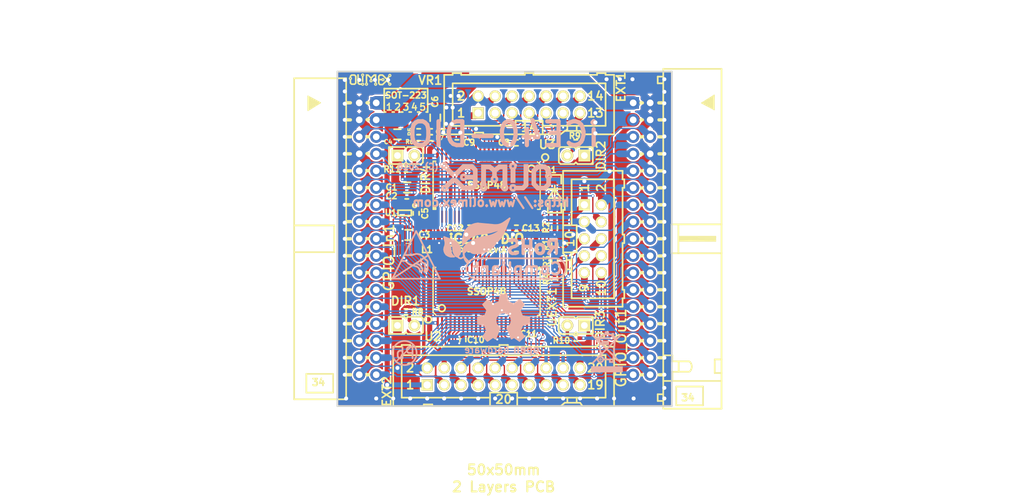
<source format=kicad_pcb>
(kicad_pcb (version 20221018) (generator pcbnew)
  (layers (0 "F.Cu" signal) (31 "B.Cu" signal) (34 "B.Paste" user) (35 "F.Paste" user) (36 "B.SilkS" user "B.Silkscreen") (37 "F.SilkS" user "F.Silkscreen") (38 "B.Mask" user) (39 "F.Mask" user) (44 "Edge.Cuts" user))
  (net 0 "")
  (net 1 "GND")
  (net 2 "+5V")
  (net 3 "+3V3")
  (net 4 "/EXTCLK")
  (net 5 "Net-(C3-Pad2)")
  (net 6 "/Vdac")
  (net 7 "VDD")
  (net 8 "Net-(C7-Pad2)")
  (net 9 "Net-(D1-Pad1)")
  (net 10 "Net-(DIR1-Pad2)")
  (net 11 "Net-(DIR2-Pad2)")
  (net 12 "Net-(DIR3-Pad2)")
  (net 13 "Net-(DIR4-Pad2)")
  (net 14 "/IO22")
  (net 15 "/IO21")
  (net 16 "/IO23")
  (net 17 "/IO20")
  (net 18 "/IO16")
  (net 19 "/IO27")
  (net 20 "/IO17")
  (net 21 "/IO26")
  (net 22 "/IO18")
  (net 23 "/IO25")
  (net 24 "/IO19")
  (net 25 "/IO24")
  (net 26 "/IO08")
  (net 27 "/IO07")
  (net 28 "/IO05")
  (net 29 "/IO10")
  (net 30 "/IO06")
  (net 31 "/IO09")
  (net 32 "/IO11")
  (net 33 "/IO04")
  (net 34 "/IO12")
  (net 35 "/IO03")
  (net 36 "/IO00")
  (net 37 "/IO15")
  (net 38 "/IO01")
  (net 39 "/IO14")
  (net 40 "/IO02")
  (net 41 "/IO13")
  (net 42 "/UEXT_RxD")
  (net 43 "/GPIO_Pin<5>")
  (net 44 "/GPIO_Pin<7>")
  (net 45 "/GPIO_Pin<9>")
  (net 46 "/GPIO_Pin<10>")
  (net 47 "/GPIO_Pin<12>")
  (net 48 "/GPIO_Pin<11>")
  (net 49 "/GPIO_Pin<13>")
  (net 50 "/UEXT_TxD")
  (net 51 "/GPIO_Pin<15>")
  (net 52 "/UEXT_SCL")
  (net 53 "/GPIO_Pin<17>")
  (net 54 "/UEXT_SDA")
  (net 55 "/GPIO_Pin<19>")
  (net 56 "/UEXT_SCK")
  (net 57 "/GPIO_Pin<25>")
  (net 58 "/GPIO_Pin<34>")
  (net 59 "/GPIO_Pin<31>")
  (net 60 "/GPIO_Pin<32>")
  (net 61 "/GPIO_Pin<33>")
  (net 62 "/GPIO_Pin<29>")
  (net 63 "/UEXT_#SS")
  (net 64 "/GPIO_Pin<30>")
  (net 65 "/GPIO_Pin<27>")
  (net 66 "/UEXT_MISO")
  (net 67 "/UEXT_MOSI")
  (net 68 "/GPIO_Pin<23>")
  (net 69 "/GPIO_Pin<21>")
  (net 70 "Net-(U3-Pad30)")
  (net 71 "Net-(U3-Pad29)")
  (net 72 "Net-(U3-Pad27)")
  (net 73 "Net-(U3-Pad26)")
  (net 74 "Net-(U3-Pad23)")
  (net 75 "Net-(U3-Pad22)")
  (net 76 "Net-(U3-Pad20)")
  (net 77 "Net-(U3-Pad19)")
  (footprint "OLIMEX_RLC-FP:C_0603_5MIL_DWS" (layer "F.Cu") (at 135.4455 87.3125)
    (fp_text reference "C1")
    (fp_text value "22uF/6.3V/0603")
  )
  (footprint "OLIMEX_RLC-FP:C_0402_5MIL_DWS" (layer "F.Cu") (at 144.78 93.4085 180)
    (fp_text reference "C12")
    (fp_text value "100nF")
  )
  (footprint "OLIMEX_RLC-FP:C_0402_5MIL_DWS" (layer "F.Cu") (at 151.765 93.4085 180)
    (fp_text reference "C13")
    (fp_text value "100nF")
  )
  (footprint "OLIMEX_RLC-FP:C_0402_5MIL_DWS" (layer "F.Cu") (at 144.78 96.4565 180)
    (fp_text reference "C15")
    (fp_text value "100nF")
  )
  (footprint "OLIMEX_RLC-FP:R_0402_5MIL_DWS" (layer "F.Cu") (at 157.48 95.885 90)
    (fp_text reference "R1")
    (fp_text value "2.2k")
  )
  (footprint "OLIMEX_RLC-FP:R_0402_5MIL_DWS" (layer "F.Cu") (at 157.48 93.345 90)
    (fp_text reference "R2")
    (fp_text value "10k")
  )
  (footprint "OLIMEX_RLC-FP:R_0402_5MIL_DWS" (layer "F.Cu") (at 157.48 98.425 90)
    (fp_text reference "R3")
    (fp_text value "2.2k")
  )
  (footprint "OLIMEX_RLC-FP:R_0402_5MIL_DWS" (layer "F.Cu") (at 157.48 100.965 90)
    (fp_text reference "R4")
    (fp_text value "10k")
  )
  (footprint "OLIMEX_RLC-FP:R_0402_5MIL_DWS" (layer "F.Cu") (at 137.16 78.994)
    (fp_text reference "R5")
    (fp_text value "100k/1%")
  )
  (footprint "OLIMEX_RLC-FP:R_0402_5MIL_DWS" (layer "F.Cu") (at 137.16 79.883)
    (fp_text reference "R6")
    (fp_text value "10k/1%")
  )
  (footprint "OLIMEX_RLC-FP:R_0402_5MIL_DWS" (layer "F.Cu") (at 138.938 79.883)
    (fp_text reference "R7")
    (fp_text value "100k/1%")
  )
  (footprint "OLIMEX_RLC-FP:R_0402_5MIL_DWS" (layer "F.Cu") (at 135.255 105.918)
    (fp_text reference "R8")
    (fp_text value "10k")
  )
  (footprint "OLIMEX_RLC-FP:R_0402_5MIL_DWS" (layer "F.Cu") (at 160.655 80.645 180)
    (fp_text reference "R9")
    (fp_text value "10k")
  )
  (footprint "OLIMEX_RLC-FP:R_0402_5MIL_DWS" (layer "F.Cu") (at 160.655 109.855 180)
    (fp_text reference "R10")
    (fp_text value "10k")
  )
  (footprint "OLIMEX_RLC-FP:R_0402_5MIL_DWS" (layer "F.Cu") (at 135.255 84.582)
    (fp_text reference "R11")
    (fp_text value "10k")
  )
  (footprint "OLIMEX_RLC-FP:C_0402_5MIL_DWS" (layer "F.Cu") (at 135.382 88.5825)
    (fp_text reference "C2")
    (fp_text value "100nF")
  )
  (footprint "OLIMEX_RLC-FP:C_0603_5MIL_DWS" (layer "F.Cu") (at 135.636 94.4245)
    (fp_text reference "C3")
    (fp_text value "22uF/6.3V/0603")
  )
  (footprint "OLIMEX_RLC-FP:C_0603_5MIL_DWS" (layer "F.Cu") (at 133.985 79.375 180)
    (fp_text reference "C4")
    (fp_text value "22uF/6.3V/0603")
  )
  (footprint "OLIMEX_RLC-FP:C_0402_5MIL_DWS" (layer "F.Cu") (at 136.779 91.186 -90)
    (fp_text reference "C5")
    (fp_text value "100nF")
  )
  (footprint "OLIMEX_RLC-FP:C_0402_5MIL_DWS" (layer "F.Cu") (at 138.938 78.994 180)
    (fp_text reference "C7")
    (fp_text value "NA(100nF)")
  )
  (footprint "OLIMEX_RLC-FP:C_0402_5MIL_DWS" (layer "F.Cu") (at 143.764 110.109 90)
    (fp_text reference "C10")
    (fp_text value "100nF")
  )
  (footprint "OLIMEX_Connectors-FP:IDC34R_PCB" (layer "F.Cu") (at 129.54 94.996 90)
    (fp_text reference "GPIO_In1")
    (fp_text value "IDC34R")
  )
  (footprint "OLIMEX_Connectors-FP:BH34R" (layer "F.Cu") (at 170.495 94.996 -90)
    (fp_text reference "GPIO_Out1")
    (fp_text value "BH34R")
  )
  (footprint "OLIMEX_RLC-FP:L_0805_5MIL_DWS" (layer "F.Cu") (at 135.636 96.5835 180)
    (fp_text reference "L1")
    (fp_text value "FB0805/600R/2A")
  )
  (footprint "OLIMEX_Other-FP:Fiducial1x3" (layer "F.Cu") (at 171.45 118.11)
    (fp_text reference "")
    (fp_text value "")
  )
  (footprint "OLIMEX_RLC-FP:C_0603_5MIL_DWS" (layer "F.Cu") (at 139.6365 76.8985 90)
    (fp_text reference "C6")
    (fp_text value "22uF/6.3V/0603")
  )
  (footprint "OLIMEX_RLC-FP:C_0402_5MIL_DWS" (layer "F.Cu") (at 151.765 80.645 180)
    (fp_text reference "C8")
    (fp_text value "100nF")
  )
  (footprint "OLIMEX_RLC-FP:C_0402_5MIL_DWS" (layer "F.Cu") (at 142.875 80.645)
    (fp_text reference "C9")
    (fp_text value "100nF")
  )
  (footprint "OLIMEX_RLC-FP:C_0402_5MIL_DWS" (layer "F.Cu") (at 151.511 109.22 180)
    (fp_text reference "C11")
    (fp_text value "100nF")
  )
  (footprint "OLIMEX_RLC-FP:C_0402_5MIL_DWS" (layer "F.Cu") (at 151.765 96.4565 180)
    (fp_text reference "C14")
    (fp_text value "100nF")
  )
  (footprint "OLIMEX_Diodes-FP:SOD-123_1C-2A_KA" (layer "F.Cu") (at 157.48 88.265 -90)
    (fp_text reference "D1")
    (fp_text value "1N5819(S4SOD-123)")
  )
  (footprint "OLIMEX_Connectors-FP:HN1x2" (layer "F.Cu") (at 135.255 107.95)
    (fp_text reference "DIR1")
    (fp_text value "HN1x2(Opened)")
  )
  (footprint "OLIMEX_Connectors-FP:HN1x2" (layer "F.Cu") (at 160.655 82.55 180)
    (fp_text reference "DIR2")
    (fp_text value "HN1x2(Opened)")
  )
  (footprint "OLIMEX_Connectors-FP:HN1x2" (layer "F.Cu") (at 160.655 107.95 180)
    (fp_text reference "DIR3")
    (fp_text value "HN1x2(Opened)")
  )
  (footprint "OLIMEX_Connectors-FP:HN1x2" (layer "F.Cu") (at 135.255 82.55)
    (fp_text reference "DIR4")
    (fp_text value "HN1x2(Opened)")
  )
  (footprint "OLIMEX_Connectors-FP:BH14S" (layer "F.Cu") (at 153.67 74.93)
    (fp_text reference "EXT1")
    (fp_text value "BH14S")
  )
  (footprint "OLIMEX_Connectors-FP:BH20S" (layer "F.Cu") (at 149.86 115.57)
    (fp_text reference "EXT2")
    (fp_text value "BH20S")
  )
  (footprint "OLIMEX_IC-FP:SC70-6_Pitch-0.65_2.00x2.10x1.00mm" (layer "F.Cu") (at 135.0645 91.1225 90)
    (fp_text reference "U1")
    (fp_text value "MCP47A1T-A0E/LT(SC70-6)")
  )
  (footprint "OLIMEX_IC-FP:SSOP48_Pitch-0.635_16.00x10.40x2.80mm" (layer "F.Cu") (at 147.32 102.87)
    (fp_text reference "U2")
    (fp_text value "74ALVC164245DL(SSOP48)")
  )
  (footprint "OLIMEX_IC-FP:SSOP48_Pitch-0.635_16.00x10.40x2.80mm" (layer "F.Cu") (at 147.32 86.995 180)
    (fp_text reference "U3")
    (fp_text value "74ALVC164245DL(SSOP48)")
  )
  (footprint "OLIMEX_Connectors-FP:BH10S" (layer "F.Cu") (at 163.195 94.996 -90)
    (fp_text reference "UEXT1")
    (fp_text value "BH10S")
  )
  (footprint "OLIMEX_Regulators-FP:SOT-223-5_Pitch-1.27_6.50x7.00x1.80" (layer "F.Cu") (at 135.255 74.295 -90)
    (fp_text reference "VR1")
    (fp_text value "MCP1825-ADJE/DC(SOT-223-5)")
  )
  (footprint "OLIMEX_Other-FP:Fiducial1x3" (layer "F.Cu") (at 128.27 118.11)
    (fp_text reference "")
    (fp_text value "")
  )
  (footprint "OLIMEX_Other-FP:Fiducial1x3" (layer "F.Cu") (at 171.45 71.755)
    (fp_text reference "")
    (fp_text value "")
  )
  (footprint "OLIMEX_LOGOs-FP:LOGO_OLIMEX_80" (layer "F.Cu") (at 129.9 71.2)
    (fp_text reference "" hide)
    (fp_text value "" hide)
  )
  (footprint "OLIMEX_LOGOs-FP:LOGO_ANTISTATIC_1" (layer "B.Cu") (at 140.335 100.965 180)
    (fp_text reference "Ref**" hide)
    (fp_text value "Val**" hide)
  )
  (footprint "OLIMEX_LOGOs-FP:LOGO_OPENHARDWARE_8x8" (layer "B.Cu") (at 149.86 107.315 180)
    (fp_text reference "" hide)
    (fp_text value "" hide)
  )
  (footprint "OLIMEX_LOGOs-FP:LOGO_PBFREE" (layer "B.Cu") (at 135.255 111.76)
    (fp_text reference "")
    (fp_text value "")
  )
  (footprint "OLIMEX_LOGOs-FP:LOGO_RECYCLEBIN_1" (layer "B.Cu") (at 167.64 114.935 180)
    (fp_text reference "" hide)
    (fp_text value "" hide)
  )
  (footprint "OLIMEX_LOGOs-FP:LOGO_ROHS_1" (layer "B.Cu") (at 158.115 100.33 180)
    (fp_text reference "Ref**" hide)
    (fp_text value "Val**" hide)
  )
  (footprint "OLIMEX_LOGOs-FP:OLIMEX_LOGO_TB" (layer "B.Cu") (at 148.59 85.725 180)
    (fp_text reference "" hide)
    (fp_text value "" hide)
  )
  (gr_line (start 154.94 99.5045) (end 155.2575 99.5045) (stroke (width 0.254)) (layer "F.SilkS"))
  (gr_line (start 139.3825 90.424) (end 139.7 90.424) (stroke (width 0.254)) (layer "F.SilkS"))
  (gr_line (start 154.94 99.314) (end 154.94 99.5045) (stroke (width 0.254)) (layer "F.SilkS"))
  (gr_line (start 139.7 90.551) (end 139.7 90.3605) (stroke (width 0.254)) (layer "F.SilkS"))
  (gr_line (start 154.94 99.3775) (end 155.194 99.3775) (stroke (width 0.254)) (layer "F.SilkS"))
  (gr_line (start 139.7 90.3605) (end 139.3825 90.3605) (stroke (width 0.254)) (layer "F.SilkS"))
  (gr_line (start 125 70) (end 175 70) (stroke (width 0.254)) (layer "Edge.Cuts"))
  (gr_line (start 125 120) (end 125 70) (stroke (width 0.254)) (layer "Edge.Cuts"))
  (gr_line (start 175 120) (end 125 120) (stroke (width 0.254)) (layer "Edge.Cuts"))
  (gr_line (start 175 70) (end 175 120) (stroke (width 0.254)) (layer "Edge.Cuts"))
  (gr_text "https://www.olimex.com" (at 147.955 89.535) (layer "B.SilkS") (effects (font (size 1.27 1.27) (thickness 0.3175)) (justify mirror)))
  (gr_text "iCE40-DIO" (at 149.86 79.375) (layer "B.SilkS") (effects (font (size 3.556 3.556) (thickness 0.635)) (justify mirror)))
  (gr_text "(C) 2016" (at 137.033 84.201) (layer "B.SilkS") (effects (font (size 0.889 0.889) (thickness 0.22225)) (justify mirror)))
  (gr_text "iCE40-DIO" (at 147.3 95) (layer "F.SilkS") (effects (font (size 1.397 1.397) (thickness 0.34925))))
  (gr_text "Rev.A" (at 148.5 96.6) (layer "F.SilkS") (effects (font (size 0.889 0.889) (thickness 0.22225))))
  (gr_text "2 Layers PCB" (at 149.86 132.08) (layer "F.SilkS") (effects (font (size 1.5 1.5) (thickness 0.3))))
  (gr_text "50x50mm" (at 149.86 129.54) (layer "F.SilkS") (effects (font (size 1.5 1.5) (thickness 0.3))))
  (segment (start 133.985 81.915) (end 134.874 81.026) (width 1.016) (layer "F.Cu") (net 1))
  (segment (start 135.382 79.883) (end 136.652 79.883) (width 0.508) (layer "F.Cu") (net 1))
  (segment (start 148.9075 97.016) (end 148.9075 95.631) (width 0.254) (layer "F.Cu") (net 1))
  (segment (start 141.9225 80.5815) (end 141.735337 80.394337) (width 0.254) (layer "F.Cu") (net 1))
  (segment (start 135.255 77.295) (end 135.255 71.295) (width 0.762) (layer "F.Cu") (net 1))
  (segment (start 136.779 90.678) (end 136.779 90.3605) (width 0.508) (layer "F.Cu") (net 1))
  (segment (start 141.986 80.264) (end 141.921783 80.199783) (width 0.508) (layer "F.Cu") (net 1))
  (segment (start 133.985 107.95) (end 133.985 114.3) (width 1.016) (layer "F.Cu") (net 1))
  (segment (start 133.731 82.804) (end 133.985 82.55) (width 1.016) (layer "F.Cu") (net 1))
  (segment (start 141.253395 77.810779) (end 141.250807 77.813367) (width 1.016) (layer "F.Cu") (net 1))
  (segment (start 139.446 77.978) (end 139.6365 77.7875) (width 0.508) (layer "F.Cu") (net 1))
  (segment (start 145.7325 78.565599) (end 145.7325 78.5495) (width 0.254) (layer "F.Cu") (net 1))
  (segment (start 141.9225 105.7275) (end 141.9225 107.57) (width 0.254) (layer "F.Cu") (net 1))
  (segment (start 141.9225 98.17) (end 141.9225 97.016) (width 0.254) (layer "F.Cu") (net 1))
  (segment (start 148.9075 91.695) (end 148.9075 95.631) (width 0.254) (layer "F.Cu") (net 1))
  (segment (start 136.992936 71.295) (end 135.255 71.295) (width 1.016) (layer "F.Cu") (net 1))
  (segment (start 134.44114 98.218737) (end 133.604 99.055877) (width 1.016) (layer "F.Cu") (net 1))
  (segment (start 134.874 87.63) (end 134.5565 87.3125) (width 0.508) (layer "F.Cu") (net 1))
  (segment (start 148.9075 82.295) (end 148.9075 79.787358) (width 0.254) (layer "F.Cu") (net 1))
  (segment (start 142.113 77.851) (end 141.253395 77.810779) (width 1.016) (layer "F.Cu") (net 1))
  (segment (start 134.874 88.5825) (end 134.302225 88.010725) (width 0.508) (layer "F.Cu") (net 1))
  (segment (start 141.9225 91.695) (end 141.9225 95.631) (width 0.254) (layer "F.Cu") (net 1))
  (segment (start 142.113 77.851) (end 142.113 78.994) (width 1.016) (layer "F.Cu") (net 1))
  (segment (start 152.781 80.645) (end 152.781 80.01) (width 0.508) (layer "F.Cu") (net 1))
  (segment (start 134.874 88.5825) (end 134.62 88.3285) (width 0.508) (layer "F.Cu") (net 1))
  (segment (start 141.9225 81.0895) (end 141.9225 80.645) (width 0.254) (layer "F.Cu") (net 1))
  (segment (start 145.7325 105.363185) (end 145.715815 105.3465) (width 0.254) (layer "F.Cu") (net 1))
  (segment (start 145.658892 73.643217) (end 143.92975 75.372359) (width 1.016) (layer "F.Cu") (net 1))
  (segment (start 145.288 93.4085) (end 145.288 96.4565) (width 0.508) (layer "F.Cu") (net 1))
  (segment (start 152.90772 80.645) (end 152.273 80.645) (width 0.254) (layer "F.Cu") (net 1))
  (segment (start 134.5565 87.3125) (end 133.731 86.487) (width 1.016) (layer "F.Cu") (net 1))
  (segment (start 133.6675 107.6325) (end 133.604 107.569) (width 1.016) (layer "F.Cu") (net 1))
  (segment (start 142.367 80.645) (end 142.367 79.741365) (width 0.508) (layer "F.Cu") (net 1))
  (segment (start 135.208212 71.248212) (end 135.255 71.295) (width 1.524) (layer "F.Cu") (net 1))
  (segment (start 142.113 78.994) (end 142.113 79.756) (width 1.016) (layer "F.Cu") (net 1))
  (segment (start 134.6835 98.218737) (end 134.44114 98.218737) (width 0.508) (layer "F.Cu") (net 1))
  (segment (start 145.7325 96.901) (end 145.288 96.4565) (width 0.254) (layer "F.Cu") (net 1))
  (segment (start 152.7175 91.695) (end 152.7175 92.964) (width 0.254) (layer "F.Cu") (net 1))
  (segment (start 152.7175 107.57) (end 152.7175 108.5215) (width 0.254) (layer "F.Cu") (net 1))
  (segment (start 141.691554 110.298802) (end 141.691554 110.617) (width 0.254) (layer "F.Cu") (net 1))
  (segment (start 142.367 79.741365) (end 142.370976 79.737389) (width 0.508) (layer "F.Cu") (net 1))
  (segment (start 152.7175 108.5215) (end 152.019 109.22) (width 0.254) (layer "F.Cu") (net 1))
  (segment (start 135.255 77.295) (end 135.255 78.703849) (width 0.762) (layer "F.Cu") (net 1))
  (segment (start 141.921783 80.199783) (end 141.921783 79.939264) (width 0.508) (layer "F.Cu") (net 1))
  (segment (start 164.465 85.09) (end 164.465 89.916) (width 1.016) (layer "F.Cu") (net 1))
  (segment (start 134.874 79.375) (end 135.382 79.883) (width 0.508) (layer "F.Cu") (net 1))
  (segment (start 140.208 96.450528) (end 140.208 95.631) (width 0.254) (layer "F.Cu") (net 1))
  (segment (start 135.0645 90.7765) (end 135.21137 90.92337) (width 0.254) (layer "F.Cu") (net 1))
  (segment (start 134.747 94.4245) (end 134.747 95.3135) (width 0.508) (layer "F.Cu") (net 1))
  (segment (start 158.9342 95.6247) (end 158.9342 91.123155) (width 1.016) (layer "F.Cu") (net 1))
  (segment (start 142.113 80.899) (end 142.113 80.391) (width 0.254) (layer "F.Cu") (net 1))
  (segment (start 143.92975 75.372359) (end 141.295521 75.372359) (width 1.016) (layer "F.Cu") (net 1))
  (segment (start 154.6225 91.695) (end 154.6225 95.631) (width 0.254) (layer "F.Cu") (net 1))
  (segment (start 141.735337 80.394337) (end 141.735337 79.76326) (width 0.254) (layer "F.Cu") (net 1))
  (segment (start 141.921783 79.939264) (end 141.929736 79.939264) (width 0.508) (layer "F.Cu") (net 1))
  (segment (start 135.0645 90.0225) (end 135.0645 88.773) (width 0.254) (layer "F.Cu") (net 1))
  (segment (start 140.614411 77.813367) (end 141.250807 77.813367) (width 1.016) (layer "F.Cu") (net 1))
  (segment (start 140.208 94.107) (end 140.208 95.631) (width 0.254) (layer "F.Cu") (net 1))
  (segment (start 162.524006 110.215455) (end 162.120679 110.618782) (width 0.508) (layer "F.Cu") (net 1))
  (segment (start 152.7175 82.295) (end 152.7175 81.153) (width 0.254) (layer "F.Cu") (net 1))
  (segment (start 134.426213 97.869487) (end 134.222422 98.073278) (width 0.508) (layer "F.Cu") (net 1))
  (segment (start 145.7325 110.5535) (end 145.669 110.617) (width 0.254) (layer "F.Cu") (net 1))
  (segment (start 148.9075 98.17) (end 148.9075 97.016) (width 0.254) (layer "F.Cu") (net 1))
  (segment (start 140.0175 91.695) (end 140.0175 93.9165) (width 0.254) (layer "F.Cu") (net 1))
  (segment (start 140.0175 98.17) (end 140.0175 96.641028) (width 0.254) (layer "F.Cu") (net 1))
  (segment (start 152.273 80.645) (end 152.273 80.01) (width 0.508) (layer "F.Cu") (net 1))
  (segment (start 135.0645 88.773) (end 134.874 88.5825) (width 0.254) (layer "F.Cu") (net 1))
  (segment (start 158.9342 91.123155) (end 160.273318 89.784037) (width 1.016) (layer "F.Cu") (net 1))
  (segment (start 139.446 78.994) (end 139.446 77.978) (width 0.508) (layer "F.Cu") (net 1))
  (segment (start 145.7325 92.964) (end 145.288 93.4085) (width 0.254) (layer "F.Cu") (net 1))
  (segment (start 141.9225 80.3275) (end 141.986 80.264) (width 0.254) (layer "F.Cu") (net 1))
  (segment (start 152.7175 81.0895) (end 152.273 80.645) (width 0.254) (layer "F.Cu") (net 1))
  (segment (start 152.781 81.0895) (end 152.781 80.645) (width 0.254) (layer "F.Cu") (net 1))
  (segment (start 161.925 82.55) (end 164.465 85.09) (width 1.016) (layer "F.Cu") (net 1))
  (segment (start 145.7325 82.295) (end 145.7325 78.6765) (width 0.254) (layer "F.Cu") (net 1))
  (segment (start 154.6225 98.17) (end 154.6225 95.631) (width 0.254) (layer "F.Cu") (net 1))
  (segment (start 134.874 88.5825) (end 134.874 87.63) (width 0.508) (layer "F.Cu") (net 1))
  (segment (start 141.9225 81.0895) (end 142.113 80.899) (width 0.254) (layer "F.Cu") (net 1))
  (segment (start 152.7175 81.153) (end 152.90772 80.96278) (width 0.254) (layer "F.Cu") (net 1))
  (segment (start 133.731 86.487) (end 133.731 82.804) (width 1.016) (layer "F.Cu") (net 1))
  (segment (start 145.7325 98.17) (end 145.7325 96.901) (width 0.254) (layer "F.Cu") (net 1))
  (segment (start 160.273318 89.784037) (end 160.273318 84.201682) (width 1.016) (layer "F.Cu") (net 1))
  (segment (start 142.3035 105.3465) (end 141.9225 105.7275) (width 0.254) (layer "F.Cu") (net 1))
  (segment (start 160.7185 83.7565) (end 161.925 82.55) (width 1.016) (layer "F.Cu") (net 1))
  (segment (start 134.302225 87.3125) (end 134.5565 87.3125) (width 0.508) (layer "F.Cu") (net 1))
  (segment (start 145.288 96.4565) (end 145.288 95.631) (width 0.508) (layer "F.Cu") (net 1))
  (segment (start 152.7175 81.153) (end 152.7175 81.0895) (width 0.254) (layer "F.Cu") (net 1))
  (segment (start 134.635763 98.218737) (end 134.44114 98.218737) (width 0.508) (layer "F.Cu") (net 1))
  (segment (start 136.769223 90.678) (end 136.779 90.678) (width 0.254) (layer "F.Cu") (net 1))
  (segment (start 148.9075 107.57) (end 148.9075 110.0455) (width 0.254) (layer "F.Cu") (net 1))
  (segment (start 156.943612 110.618782) (end 156.937688 110.624706) (width 0.508) (layer "F.Cu") (net 1))
  (segment (start 139.662367 77.813367) (end 140.614411 77.813367) (width 1.016) (layer "F.Cu") (net 1))
  (segment (start 152.273 93.4085) (end 152.273 95.631) (width 0.508) (layer "F.Cu") (net 1))
  (segment (start 148.9075 105.689607) (end 148.564393 105.3465) (width 0.254) (layer "F.Cu") (net 1))
  (segment (start 145.7325 107.57) (end 145.7325 110.5535) (width 0.254) (layer "F.Cu") (net 1))
  (segment (start 134.62 88.3285) (end 134.62 87.376) (width 0.508) (layer "F.Cu") (net 1))
  (segment (start 133.604 104.521) (end 133.604 99.055877) (width 1.016) (layer "F.Cu") (net 1))
  (segment (start 142.113 80.391) (end 141.986 80.264) (width 0.508) (layer "F.Cu") (net 1))
  (segment (start 145.7325 91.695) (end 145.7325 92.964) (width 0.254) (layer "F.Cu") (net 1))
  (segment (start 146.05 73.66) (end 146.033217 73.643217) (width 1.016) (layer "F.Cu") (net 1))
  (segment (start 141.929736 79.939264) (end 142.113 79.756) (width 0.508) (layer "F.Cu") (net 1))
  (segment (start 152.90772 80.96278) (end 152.90772 80.645) (width 0.254) (layer "F.Cu") (net 1))
  (segment (start 141.9225 108.870343) (end 141.691554 109.101289) (width 0.254) (layer "F.Cu") (net 1))
  (segment (start 143.764 110.617) (end 143.221607 110.617) (width 0.508) (layer "F.Cu") (net 1))
  (segment (start 140.0175 96.641028) (end 140.208 96.450528) (width 0.254) (layer "F.Cu") (net 1))
  (segment (start 141.9225 107.57) (end 141.9225 108.870343) (width 0.254) (layer "F.Cu") (net 1))
  (segment (start 135.0645 90.0225) (end 135.0645 90.7765) (width 0.254) (layer "F.Cu") (net 1))
  (segment (start 145.7325 107.57) (end 145.7325 105.363185) (width 0.254) (layer "F.Cu") (net 1))
  (segment (start 132.586788 71.248212) (end 135.208212 71.248212) (width 1.524) (layer "F.Cu") (net 1))
  (segment (start 141.9225 80.645) (end 141.9225 80.3275) (width 0.254) (layer "F.Cu") (net 1))
  (segment (start 162.120679 110.618782) (end 156.943612 110.618782) (width 0.508) (layer "F.Cu") (net 1))
  (segment (start 142.367 80.645) (end 142.113 80.391) (width 0.508) (layer "F.Cu") (net 1))
  (segment (start 135.334263 98.218737) (end 134.985013 97.869487) (width 0.508) (layer "F.Cu") (net 1))
  (segment (start 141.9225 80.645) (end 141.9225 80.5815) (width 0.254) (layer "F.Cu") (net 1))
  (segment (start 141.9225 97.016) (end 141.9225 95.631) (width 0.254) (layer "F.Cu") (net 1))
  (segment (start 135.334263 98.218737) (end 134.6835 98.218737) (width 0.508) (layer "F.Cu") (net 1))
  (segment (start 141.295521 75.372359) (end 142.24 75.372359) (width 1.016) (layer "F.Cu") (net 1))
  (segment (start 142.113 80.899) (end 142.367 80.645) (width 0.254) (layer "F.Cu") (net 1))
  (segment (start 141.742597 79.756) (end 142.113 79.756) (width 0.254) (layer "F.Cu") (net 1))
  (segment (start 134.367881 98.218737) (end 134.6835 98.218737) (width 0.508) (layer "F.Cu") (net 1))
  (segment (start 160.273318 84.201682) (end 160.7185 83.7565) (width 1.016) (layer "F.Cu") (net 1))
  (segment (start 142.370976 79.737389) (end 142.131611 79.737389) (width 0.508) (layer "F.Cu") (net 1))
  (segment (start 133.985 118.23319) (end 133.35 118.86819) (width 1.016) (layer "F.Cu") (net 1))
  (segment (start 135.21137 90.92337) (end 136.523853 90.92337) (width 0.254) (layer "F.Cu") (net 1))
  (segment (start 134.302225 88.010725) (end 134.302225 87.3125) (width 0.508) (layer "F.Cu") (net 1))
  (segment (start 134.747 94.4245) (end 134.747 93.5355) (width 0.508) (layer "F.Cu") (net 1))
  (segment (start 146.033217 73.643217) (end 145.658892 73.643217) (width 1.016) (layer "F.Cu") (net 1))
  (segment (start 152.273 93.4085) (end 152.273 94.8055) (width 0.508) (layer "F.Cu") (net 1))
  (segment (start 162.524006 108.549006) (end 162.524006 110.215455) (width 0.508) (layer "F.Cu") (net 1))
  (segment (start 133.985 114.3) (end 133.985 118.23319) (width 1.016) (layer "F.Cu") (net 1))
  (segment (start 141.735337 79.76326) (end 141.742597 79.756) (width 0.254) (layer "F.Cu") (net 1))
  (segment (start 152.273 80.01) (end 152.781 80.01) (width 0.508) (layer "F.Cu") (net 1))
  (segment (start 148.9075 107.57) (end 148.9075 105.689607) (width 0.254) (layer "F.Cu") (net 1))
  (segment (start 136.779 90.3605) (end 136.779 90.043) (width 0.508) (layer "F.Cu") (net 1))
  (segment (start 145.7325 78.6765) (end 145.7325 78.565599) (width 0.254) (layer "F.Cu") (net 1))
  (segment (start 134.985013 97.869487) (end 134.635763 98.218737) (width 0.508) (layer "F.Cu") (net 1))
  (segment (start 134.62 87.376) (end 134.5565 87.3125) (width 0.508) (layer "F.Cu") (net 1))
  (segment (start 139.6365 77.7875) (end 139.662367 77.813367) (width 1.016) (layer "F.Cu") (net 1))
  (segment (start 134.874 81.026) (end 134.874 79.375) (width 1.016) (layer "F.Cu") (net 1))
  (segment (start 141.9225 82.295) (end 141.9225 81.0895) (width 0.254) (layer "F.Cu") (net 1))
  (segment (start 148.9075 79.787358) (end 148.907973 79.786885) (width 0.254) (layer "F.Cu") (net 1))
  (segment (start 148.564393 105.3465) (end 145.715815 105.3465) (width 0.254) (layer "F.Cu") (net 1))
  (segment (start 145.715815 105.3465) (end 142.3035 105.3465) (width 0.254) (layer "F.Cu") (net 1))
  (segment (start 134.874 79.084849) (end 134.874 79.375) (width 0.762) (layer "F.Cu") (net 1))
  (segment (start 161.925 107.95) (end 162.524006 108.549006) (width 0.508) (layer "F.Cu") (net 1))
  (segment (start 141.295521 75.372359) (end 141.070295 75.372359) (width 1.016) (layer "F.Cu") (net 1))
  (segment (start 152.7175 81.153) (end 152.781 81.0895) (width 0.254) (layer "F.Cu") (net 1))
  (segment (start 133.604 107.569) (end 133.604 104.521) (width 1.016) (layer "F.Cu") (net 1))
  (segment (start 152.019 109.601) (end 152.019 109.741522) (width 0.508) (layer "F.Cu") (net 1))
  (segment (start 152.019 109.22) (end 152.019 109.601) (width 0.508) (layer "F.Cu") (net 1))
  (segment (start 152.273 80.645) (end 152.781 80.645) (width 0.508) (layer "F.Cu") (net 1))
  (segment (start 152.273 95.631) (end 152.273 96.4565) (width 0.508) (layer "F.Cu") (net 1))
  (segment (start 152.7175 92.964) (end 152.273 93.4085) (width 0.254) (layer "F.Cu") (net 1))
  (segment (start 135.255 78.703849) (end 134.874 79.084849) (width 0.762) (layer "F.Cu") (net 1))
  (segment (start 136.523853 90.92337) (end 136.769223 90.678) (width 0.254) (layer "F.Cu") (net 1))
  (segment (start 152.7175 98.17) (end 152.7175 96.901) (width 0.254) (layer "F.Cu") (net 1))
  (segment (start 142.131611 79.737389) (end 142.113 79.756) (width 0.508) (layer "F.Cu") (net 1))
  (segment (start 145.288 95.631) (end 145.2943 95.6247) (width 0.508) (layer "F.Cu") (net 1))
  (segment (start 134.222422 98.073278) (end 134.367881 98.218737) (width 0.508) (layer "F.Cu") (net 1))
  (segment (start 133.985 107.95) (end 133.6675 107.6325) (width 1.016) (layer "F.Cu") (net 1))
  (segment (start 133.985 82.55) (end 133.985 81.915) (width 1.016) (layer "F.Cu") (net 1))
  (segment (start 134.985013 97.869487) (end 134.426213 97.869487) (width 0.508) (layer "F.Cu") (net 1))
  (segment (start 152.7175 96.901) (end 152.273 96.4565) (width 0.254) (layer "F.Cu") (net 1))
  (segment (start 148.9075 82.295) (end 148.9202 82.2823) (width 0.254) (layer "F.Cu") (net 1))
  (segment (start 140.0175 93.9165) (end 140.208 94.107) (width 0.254) (layer "F.Cu") (net 1))
  (segment (start 141.691554 109.101289) (end 141.691554 110.298802) (width 0.254) (layer "F.Cu") (net 1))
  (segment (start 141.070295 75.372359) (end 136.992936 71.295) (width 1.016) (layer "F.Cu") (net 1))
  (via (at 141.9225 95.631) (size 0.45) (drill 0.3) (layers "F.Cu" "B.Cu") (net 1))
  (via (at 173.884201 87.3125) (size 0.9) (drill 0.6) (layers "F.Cu" "B.Cu") (net 1))
  (via (at 163.83 118.86819) (size 0.9) (drill 0.6) (layers "F.Cu" "B.Cu") (net 1))
  (via (at 134.747 95.3135) (size 0.45) (drill 0.3) (layers "F.Cu" "B.Cu") (net 1))
  (via (at 135.334263 98.218737) (size 0.45) (drill 0.3) (layers "F.Cu" "B.Cu") (net 1))
  (via (at 138.43 118.86819) (size 0.9) (drill 0.6) (layers "F.Cu" "B.Cu") (net 1))
  (via (at 126.111 112.776) (size 0.9) (drill 0.6) (layers "F.Cu" "B.Cu") (net 1))
  (via (at 173.881112 84.985378) (size 0.9) (drill 0.6) (layers "F.Cu" "B.Cu") (net 1))
  (via (at 156.21 118.86819) (size 0.9) (drill 0.6) (layers "F.Cu" "B.Cu") (net 1))
  (via (at 128.27 71.248212) (size 0.9) (drill 0.6) (layers "F.Cu" "B.Cu") (net 1))
  (via (at 126.112212 77.216) (size 0.9) (drill 0.6) (layers "F.Cu" "B.Cu") (net 1))
  (via (at 158.75 118.86819) (size 0.9) (drill 0.6) (layers "F.Cu" "B.Cu") (net 1))
  (via (at 167.237799 71.141201) (size 0.9) (drill 0.6) (layers "F.Cu" "B.Cu") (net 1))
  (via (at 152.273 95.631) (size 0.9) (drill 0.6) (layers "F.Cu" "B.Cu") (net 1))
  (via (at 135.89 118.86819) (size 0.9) (drill 0.6) (layers "F.Cu" "B.Cu") (net 1))
  (via (at 148.9075 95.631) (size 0.45) (drill 0.3) (layers "F.Cu" "B.Cu") (net 1))
  (via (at 139.824536 83.917068) (size 0.45) (drill 0.3) (layers "F.Cu" "B.Cu") (net 1))
  (via (at 173.884201 118.86819) (size 0.9) (drill 0.6) (layers "F.Cu" "B.Cu") (net 1))
  (via (at 173.884201 115.316) (size 0.9) (drill 0.6) (layers "F.Cu" "B.Cu") (net 1))
  (via (at 141.250807 77.813367) (size 0.9) (drill 0.6) (layers "F.Cu" "B.Cu") (net 1))
  (via (at 161.29 118.86819) (size 0.9) (drill 0.6) (layers "F.Cu" "B.Cu") (net 1))
  (via (at 173.884201 97.4725) (size 0.9) (drill 0.6) (layers "F.Cu" "B.Cu") (net 1))
  (via (at 156.937688 110.624706) (size 0.45) (drill 0.3) (layers "F.Cu" "B.Cu") (net 1))
  (via (at 126.111 110.236) (size 0.9) (drill 0.6) (layers "F.Cu" "B.Cu") (net 1))
  (via (at 141.691554 110.617) (size 0.45) (drill 0.3) (layers "F.Cu" "B.Cu") (net 1))
  (via (at 173.884201 71.141201) (size 0.9) (drill 0.6) (layers "F.Cu" "B.Cu") (net 1))
  (via (at 143.51 118.86819) (size 0.9) (drill 0.6) (layers "F.Cu" "B.Cu") (net 1))
  (via (at 173.884201 79.6925) (size 0.9) (drill 0.6) (layers "F.Cu" "B.Cu") (net 1))
  (via (at 173.884201 94.9325) (size 0.9) (drill 0.6) (layers "F.Cu" "B.Cu") (net 1))
  (via (at 152.781 80.01) (size 0.45) (drill 0.3) (layers "F.Cu" "B.Cu") (net 1))
  (via (at 148.9075 110.0455) (size 0.45) (drill 0.3) (layers "F.Cu" "B.Cu") (net 1))
  (via (at 126.112212 79.756) (size 0.9) (drill 0.6) (layers "F.Cu" "B.Cu") (net 1))
  (via (at 142.113 77.851) (size 0.9) (drill 0.6) (layers "F.Cu" "B.Cu") (net 1))
  (via (at 173.884201 107.7595) (size 0.9) (drill 0.6) (layers "F.Cu" "B.Cu") (net 1))
  (via (at 126.111 97.536) (size 0.9) (drill 0.6) (layers "F.Cu" "B.Cu") (net 1))
  (via (at 140.97 118.86819) (size 0.9) (drill 0.6) (layers "F.Cu" "B.Cu") (net 1))
  (via (at 169.121701 71.141201) (size 0.9) (drill 0.6) (layers "F.Cu" "B.Cu") (net 1))
  (via (at 163.576 79.226746) (size 0.9) (drill 0.6) (layers "F.Cu" "B.Cu") (net 1))
  (via (at 126.112212 72.9615) (size 0.9) (drill 0.6) (layers "F.Cu" "B.Cu") (net 1))
  (via (at 134.985013 97.869487) (size 0.45) (drill 0.3) (layers "F.Cu" "B.Cu") (net 1))
  (via (at 130.81 118.86819) (size 0.9) (drill 0.6) (layers "F.Cu" "B.Cu") (net 1))
  (via (at 143.221607 110.617) (size 0.45) (drill 0.3) (layers "F.Cu" "B.Cu") (net 1))
  (via (at 173.884201 89.916) (size 0.9) (drill 0.6) (layers "F.Cu" "B.Cu") (net 1))
  (via (at 126.111 87.376) (size 0.9) (drill 0.6) (layers "F.Cu" "B.Cu") (net 1))
  (via (at 126.111 89.916) (size 0.9) (drill 0.6) (layers "F.Cu" "B.Cu") (net 1))
  (via (at 151.13 118.86819) (size 0.9) (drill 0.6) (layers "F.Cu" "B.Cu") (net 1))
  (via (at 173.889703 77.218296) (size 0.9) (drill 0.6) (layers "F.Cu" "B.Cu") (net 1))
  (via (at 165.248201 71.141201) (size 0.9) (drill 0.6) (layers "F.Cu" "B.Cu") (net 1))
  (via (at 126.112212 82.294788) (size 0.9) (drill 0.6) (layers "F.Cu" "B.Cu") (net 1))
  (via (at 173.876637 74.737457) (size 0.9) (drill 0.6) (layers "F.Cu" "B.Cu") (net 1))
  (via (at 148.59 118.86819) (size 0.9) (drill 0.6) (layers "F.Cu" "B.Cu") (net 1))
  (via (at 146.05 118.86819) (size 0.9) (drill 0.6) (layers "F.Cu" "B.Cu") (net 1))
  (via (at 126.313044 118.86819) (size 0.9) (drill 0.6) (layers "F.Cu" "B.Cu") (net 1))
  (via (at 173.884201 73.025) (size 0.9) (drill 0.6) (layers "F.Cu" "B.Cu") (net 1))
  (via (at 173.884201 82.296) (size 0.9) (drill 0.6) (layers "F.Cu" "B.Cu") (net 1))
  (via (at 173.884201 100.076) (size 0.9) (drill 0.6) (layers "F.Cu" "B.Cu") (net 1))
  (via (at 126.111 107.696) (size 0.9) (drill 0.6) (layers "F.Cu" "B.Cu") (net 1))
  (via (at 173.884201 102.616) (size 0.9) (drill 0.6) (layers "F.Cu" "B.Cu") (net 1))
  (via (at 132.586788 71.248212) (size 0.9) (drill 0.6) (layers "F.Cu" "B.Cu") (net 1))
  (via (at 154.6225 95.631) (size 0.45) (drill 0.3) (layers "F.Cu" "B.Cu") (net 1))
  (via (at 136.779 90.043) (size 0.45) (drill 0.3) (layers "F.Cu" "B.Cu") (net 1))
  (via (at 163.576 76.2) (size 0.9) (drill 0.6) (layers "F.Cu" "B.Cu") (net 1))
  (via (at 152.781 80.645) (size 0.45) (drill 0.3) (layers "F.Cu" "B.Cu") (net 1))
  (via (at 166.37 118.86819) (size 0.9) (drill 0.6) (layers "F.Cu" "B.Cu") (net 1))
  (via (at 140.208 95.631) (size 0.45) (drill 0.3) (layers "F.Cu" "B.Cu") (net 1))
  (via (at 130.6195 71.248212) (size 0.9) (drill 0.6) (layers "F.Cu" "B.Cu") (net 1))
  (via (at 137.487244 83.917068) (size 0.45) (drill 0.3) (layers "F.Cu" "B.Cu") (net 1))
  (via (at 145.2943 95.6247) (size 0.9) (drill 0.6) (layers "F.Cu" "B.Cu") (net 1))
  (via (at 126.111 100.076) (size 0.9) (drill 0.6) (layers "F.Cu" "B.Cu") (net 1))
  (via (at 145.7325 78.565599) (size 0.9) (drill 0.6) (layers "F.Cu" "B.Cu") (net 1))
  (via (at 126.111 115.316) (size 0.9) (drill 0.6) (layers "F.Cu" "B.Cu") (net 1))
  (via (at 126.111 94.996) (size 0.9) (drill 0.6) (layers "F.Cu" "B.Cu") (net 1))
  (via (at 126.111 84.836) (size 0.9) (drill 0.6) (layers "F.Cu" "B.Cu") (net 1))
  (via (at 133.985 114.3) (size 0.9) (drill 0.6) (layers "F.Cu" "B.Cu") (net 1))
  (via (at 142.24 75.3745) (size 0.9) (drill 0.6) (layers "F.Cu" "B.Cu") (net 1))
  (via (at 126.111 102.616) (size 0.9) (drill 0.6) (layers "F.Cu" "B.Cu") (net 1))
  (via (at 173.884201 112.776) (size 0.9) (drill 0.6) (layers "F.Cu" "B.Cu") (net 1))
  (via (at 152.019 109.741522) (size 0.45) (drill 0.3) (layers "F.Cu" "B.Cu") (net 1))
  (via (at 169.291 118.86819) (size 0.9) (drill 0.6) (layers "F.Cu" "B.Cu") (net 1))
  (via (at 152.273 80.01) (size 0.45) (drill 0.3) (layers "F.Cu" "B.Cu") (net 1))
  (via (at 145.669 110.617) (size 0.45) (drill 0.3) (layers "F.Cu" "B.Cu") (net 1))
  (via (at 133.35 118.86819) (size 0.9) (drill 0.6) (layers "F.Cu" "B.Cu") (net 1))
  (via (at 126.112212 71.248212) (size 0.9) (drill 0.6) (layers "F.Cu" "B.Cu") (net 1))
  (via (at 158.9342 95.6247) (size 0.9) (drill 0.6) (layers "F.Cu" "B.Cu") (net 1))
  (via (at 134.747 93.5355) (size 0.45) (drill 0.3) (layers "F.Cu" "B.Cu") (net 1))
  (via (at 173.884201 105.156) (size 0.9) (drill 0.6) (layers "F.Cu" "B.Cu") (net 1))
  (via (at 126.111 92.583) (size 0.9) (drill 0.6) (layers "F.Cu" "B.Cu") (net 1))
  (via (at 148.907973 79.786885) (size 0.9) (drill 0.6) (layers "F.Cu" "B.Cu") (net 1))
  (via (at 163.576 77.597) (size 0.9) (drill 0.6) (layers "F.Cu" "B.Cu") (net 1))
  (via (at 173.884201 92.456) (size 0.9) (drill 0.6) (layers "F.Cu" "B.Cu") (net 1))
  (via (at 173.884201 110.236) (size 0.9) (drill 0.6) (layers "F.Cu" "B.Cu") (net 1))
  (via (at 126.112212 74.803) (size 0.9) (drill 0.6) (layers "F.Cu" "B.Cu") (net 1))
  (via (at 153.67 118.86819) (size 0.9) (drill 0.6) (layers "F.Cu" "B.Cu") (net 1))
  (via (at 126.111 105.156) (size 0.9) (drill 0.6) (layers "F.Cu" "B.Cu") (net 1))
  (via (at 141.295521 75.372359) (size 0.9) (drill 0.6) (layers "F.Cu" "B.Cu") (net 1))
  (via (at 173.884201 117.2845) (size 0.9) (drill 0.6) (layers "F.Cu" "B.Cu") (net 1))
  (segment (start 173.884201 117.2845) (end 173.884201 115.316) (width 1.524) (layer "B.Cu") (net 1))
  (segment (start 148.907973 79.786885) (end 146.953786 79.786885) (width 1.016) (layer "B.Cu") (net 1))
  (segment (start 141.295521 77.768653) (end 141.295521 77.813367) (width 0.762) (layer "B.Cu") (net 1))
  (segment (start 126.112212 74.803) (end 126.112212 77.216) (width 1.524) (layer "B.Cu") (net 1))
  (segment (start 173.81518 74.676) (end 173.876637 74.737457) (width 1.524) (layer "B.Cu") (net 1))
  (segment (start 141.9225 95.631) (end 145.288 95.631) (width 1.016) (layer "B.Cu") (net 1))
  (segment (start 134.985013 97.869487) (end 135.334263 98.218737) (width 0.508) (layer "B.Cu") (net 1))
  (segment (start 135.89 118.86819) (end 138.43 118.86819) (width 1.524) (layer "B.Cu") (net 1))
  (segment (start 151.13 118.86819) (end 153.67 118.86819) (width 1.524) (layer "B.Cu") (net 1))
  (segment (start 173.887407 77.216) (end 173.889703 77.218296) (width 1.524) (layer "B.Cu") (net 1))
  (segment (start 173.884201 79.6925) (end 173.884201 77.47) (width 1.524) (layer "B.Cu") (net 1))
  (segment (start 142.115447 77.848553) (end 142.113 77.851) (width 1.016) (layer "B.Cu") (net 1))
  (segment (start 173.884201 100.076) (end 173.884201 97.4725) (width 1.524) (layer "B.Cu") (net 1))
  (segment (start 173.884201 77.47) (end 173.884201 77.223798) (width 1.524) (layer "B.Cu") (net 1))
  (segment (start 173.876637 75.176436) (end 173.884201 75.184) (width 1.524) (layer "B.Cu") (net 1))
  (segment (start 135.352068 83.917068) (end 137.169046 83.917068) (width 0.508) (layer "B.Cu") (net 1))
  (segment (start 148.7868 95.6247) (end 145.2943 95.6247) (width 1.016) (layer "B.Cu") (net 1))
  (segment (start 153.091204 108.669318) (end 155.7264 108.669318) (width 0.508) (layer "B.Cu") (net 1))
  (segment (start 141.295521 75.372359) (end 141.295521 77.768653) (width 1.016) (layer "B.Cu") (net 1))
  (segment (start 173.884201 75.184) (end 173.884201 74.3585) (width 1.524) (layer "B.Cu") (net 1))
  (segment (start 139.446 113.284) (end 141.691554 111.038446) (width 0.508) (layer "B.Cu") (net 1))
  (segment (start 133.985 114.3) (end 138.43 114.3) (width 1.016) (layer "B.Cu") (net 1))
  (segment (start 130.81 118.86819) (end 133.35 118.86819) (width 1.524) (layer "B.Cu") (net 1))
  (segment (start 152.781 80.518) (end 152.273 80.01) (width 0.508) (layer "B.Cu") (net 1))
  (segment (start 173.884201 115.316) (end 173.884201 112.776) (width 1.524) (layer "B.Cu") (net 1))
  (segment (start 169.291 118.86819) (end 173.884201 118.86819) (width 1.524) (layer "B.Cu") (net 1))
  (segment (start 142.106761 77.849937) (end 142.110412 77.853588) (width 1.016) (layer "B.Cu") (net 1))
  (segment (start 141.250807 77.813367) (end 141.287377 77.849937) (width 1.016) (layer "B.Cu") (net 1))
  (segment (start 126.313044 118.86819) (end 130.81 118.86819) (width 1.524) (layer "B.Cu") (net 1))
  (segment (start 148.907973 79.786885) (end 150.148471 79.786885) (width 1.016) (layer "B.Cu") (net 1))
  (segment (start 173.884201 82.296) (end 173.884201 79.6925) (width 1.524) (layer "B.Cu") (net 1))
  (segment (start 150.148471 79.786885) (end 150.241623 79.693733) (width 1.016) (layer "B.Cu") (net 1))
  (segment (start 142.113 77.851) (end 142.246869 77.717131) (width 1.016) (layer "B.Cu") (net 1))
  (segment (start 133.35 118.86819) (end 135.89 118.86819) (width 1.524) (layer "B.Cu") (net 1))
  (segment (start 173.884201 77.223798) (end 173.889703 77.218296) (width 1.524) (layer "B.Cu") (net 1))
  (segment (start 126.111 102.616) (end 126.111 105.156) (width 1.524) (layer "B.Cu") (net 1))
  (segment (start 146.05 118.86819) (end 148.59 118.86819) (width 1.524) (layer "B.Cu") (net 1))
  (segment (start 161.29 118.86819) (end 163.83 118.86819) (width 1.524) (layer "B.Cu") (net 1))
  (segment (start 137.487244 83.917068) (end 139.824536 83.917068) (width 0.508) (layer "B.Cu") (net 1))
  (segment (start 148.9075 110.0455) (end 148.901902 110.0455) (width 0.508) (layer "B.Cu") (net 1))
  (segment (start 146.953786 79.786885) (end 145.7325 78.565599) (width 1.016) (layer "B.Cu") (net 1))
  (segment (start 134.747 97.631474) (end 134.985013 97.869487) (width 0.508) (layer "B.Cu") (net 1))
  (segment (start 173.884201 74.3585) (end 173.884201 74.729893) (width 1.524) (layer "B.Cu") (net 1))
  (segment (start 126.112212 82.294788) (end 126.111 82.296) (width 1.524) (layer "B.Cu") (net 1))
  (segment (start 156.21 118.86819) (end 158.75 118.86819) (width 1.524) (layer "B.Cu") (net 1))
  (segment (start 173.884201 105.156) (end 173.884201 102.616) (width 1.524) (layer "B.Cu") (net 1))
  (segment (start 171.765 82.296) (end 173.884201 82.296) (width 1.524) (layer "B.Cu") (net 1))
  (segment (start 133.985 82.55) (end 135.352068 83.917068) (width 0.508) (layer "B.Cu") (net 1))
  (segment (start 173.884201 76.414201) (end 173.884201 75.184) (width 1.524) (layer "B.Cu") (net 1))
  (segment (start 153.674617 80.903617) (end 161.899129 80.903617) (width 1.016) (layer "B.Cu") (net 1))
  (segment (start 143.221607 110.617) (end 142.113 110.617) (width 0.508) (layer "B.Cu") (net 1))
  (segment (start 173.876637 74.737457) (end 173.876637 75.176436) (width 1.524) (layer "B.Cu") (net 1))
  (segment (start 126.111 94.996) (end 126.111 97.536) (width 1.524) (layer "B.Cu") (net 1))
  (segment (start 163.83 118.86819) (end 166.37 118.86819) (width 1.524) (layer "B.Cu") (net 1))
  (segment (start 167.237799 71.141201) (end 165.248201 71.141201) (width 1.524) (layer "B.Cu") (net 1))
  (segment (start 158.9342 95.6247) (end 148.7868 95.6247) (width 1.016) (layer "B.Cu") (net 1))
  (segment (start 126.111 89.916) (end 126.111 92.583) (width 1.524) (layer "B.Cu") (net 1))
  (segment (start 142.113 110.617) (end 141.691554 110.617) (width 0.508) (layer "B.Cu") (net 1))
  (segment (start 158.9279 95.631) (end 158.9342 95.6247) (width 1.016) (layer "B.Cu") (net 1))
  (segment (start 156.937688 109.880606) (end 156.937688 110.306508) (width 0.508) (layer "B.Cu") (net 1))
  (segment (start 126.111 100.076) (end 126.111 102.616) (width 1.524) (layer "B.Cu") (net 1))
  (segment (start 145.669 110.617) (end 143.221607 110.617) (width 0.508) (layer "B.Cu") (net 1))
  (segment (start 141.287377 77.849937) (end 142.106761 77.849937) (width 1.016) (layer "B.Cu") (net 1))
  (segment (start 173.884201 87.3125) (end 173.884201 85.192294) (width 1.524) (layer "B.Cu") (net 1))
  (segment (start 161.899129 80.903617) (end 161.925 80.929488) (width 1.016) (layer "B.Cu") (net 1))
  (segment (start 140.208 95.631) (end 141.9225 95.631) (width 1.016) (layer "B.Cu") (net 1))
  (segment (start 141.691554 110.935198) (end 141.691554 110.617) (width 0.508) (layer "B.Cu") (net 1))
  (segment (start 141.691554 111.038446) (end 141.691554 110.935198) (width 0.508) (layer "B.Cu") (net 1))
  (segment (start 126.112212 72.9615) (end 126.112212 71.248212) (width 1.524) (layer "B.Cu") (net 1))
  (segment (start 166.37 118.86819) (end 169.291 118.86819) (width 1.524) (layer "B.Cu") (net 1))
  (segment (start 152.464733 79.693733) (end 152.556001 79.785001) (width 1.016) (layer "B.Cu") (net 1))
  (segment (start 171.765 74.676) (end 173.81518 74.676) (width 1.524) (layer "B.Cu") (net 1))
  (segment (start 152.273 80.01) (end 151.956733 79.693733) (width 0.508) (layer "B.Cu") (net 1))
  (segment (start 138.43 118.86819) (end 140.97 118.86819) (width 1.524) (layer "B.Cu") (net 1))
  (segment (start 142.246869 75.381369) (end 142.24 75.3745) (width 1.016) (layer "B.Cu") (net 1))
  (segment (start 173.884201 89.916) (end 173.884201 87.3125) (width 1.524) (layer "B.Cu") (net 1))
  (segment (start 145.015454 77.848553) (end 142.115447 77.848553) (width 1.016) (layer "B.Cu") (net 1))
  (segment (start 126.111 82.296) (end 128.27 82.296) (width 1.524) (layer "B.Cu") (net 1))
  (segment (start 126.112212 79.756) (end 126.112212 82.294788) (width 1.524) (layer "B.Cu") (net 1))
  (segment (start 142.110412 77.853588) (end 142.113 77.851) (width 0.762) (layer "B.Cu") (net 1))
  (segment (start 173.884201 77.47) (end 173.884201 76.414201) (width 1.524) (layer "B.Cu") (net 1))
  (segment (start 128.27 77.216) (end 126.997208 77.216) (width 1.524) (layer "B.Cu") (net 1))
  (segment (start 155.7264 108.669318) (end 156.937688 109.880606) (width 0.508) (layer "B.Cu") (net 1))
  (segment (start 173.884201 107.7595) (end 173.884201 105.156) (width 1.524) (layer "B.Cu") (net 1))
  (segment (start 154.6225 95.631) (end 152.273 95.631) (width 1.016) (layer "B.Cu") (net 1))
  (segment (start 148.901902 110.0455) (end 146.255903 110.0455) (width 0.508) (layer "B.Cu") (net 1))
  (segment (start 126.112212 71.248212) (end 128.27 71.248212) (width 1.524) (layer "B.Cu") (net 1))
  (segment (start 169.121701 71.141201) (end 167.237799 71.141201) (width 1.524) (layer "B.Cu") (net 1))
  (segment (start 173.884201 102.616) (end 173.884201 100.076) (width 1.524) (layer "B.Cu") (net 1))
  (segment (start 152.273 95.631) (end 158.9279 95.631) (width 1.016) (layer "B.Cu") (net 1))
  (segment (start 152.774336 80.638336) (end 152.774336 80.016602) (width 0.508) (layer "B.Cu") (net 1))
  (segment (start 173.884201 97.4725) (end 173.884201 94.9325) (width 1.524) (layer "B.Cu") (net 1))
  (segment (start 173.884201 92.456) (end 173.884201 89.916) (width 1.524) (layer "B.Cu") (net 1))
  (segment (start 134.747 95.3135) (end 134.747 93.5355) (width 0.508) (layer "B.Cu") (net 1))
  (segment (start 142.246869 77.717131) (end 142.246869 75.381369) (width 1.016) (layer "B.Cu") (net 1))
  (segment (start 173.884201 71.141201) (end 169.121701 71.141201) (width 1.524) (layer "B.Cu") (net 1))
  (segment (start 152.781 80.645) (end 152.781 80.518) (width 0.508) (layer "B.Cu") (net 1))
  (segment (start 156.937688 110.306508) (end 156.937688 110.624706) (width 0.508) (layer "B.Cu") (net 1))
  (segment (start 126.111 87.376) (end 126.111 89.916) (width 1.524) (layer "B.Cu") (net 1))
  (segment (start 145.2943 95.6247) (end 140.2143 95.6247) (width 1.016) (layer "B.Cu") (net 1))
  (segment (start 171.765 77.216) (end 173.887407 77.216) (width 1.524) (layer "B.Cu") (net 1))
  (segment (start 152.781 80.645) (end 152.774336 80.638336) (width 0.508) (layer "B.Cu") (net 1))
  (segment (start 126.111 97.536) (end 126.111 100.076) (width 1.524) (layer "B.Cu") (net 1))
  (segment (start 173.884201 118.86819) (end 173.884201 117.2845) (width 1.524) (layer "B.Cu") (net 1))
  (segment (start 150.241623 79.693733) (end 151.892 79.693733) (width 1.016) (layer "B.Cu") (net 1))
  (segment (start 126.112212 74.803) (end 126.112212 72.9615) (width 1.524) (layer "B.Cu") (net 1))
  (segment (start 173.884201 73.025) (end 173.884201 71.141201) (width 1.524) (layer "B.Cu") (net 1))
  (segment (start 163.576 77.597) (end 163.576 76.2) (width 1.016) (layer "B.Cu") (net 1))
  (segment (start 128.27 71.248212) (end 130.6195 71.248212) (width 1.524) (layer "B.Cu") (net 1))
  (segment (start 126.997208 77.216) (end 126.112212 77.216) (width 1.524) (layer "B.Cu") (net 1))
  (segment (start 173.884201 74.729893) (end 173.876637 74.737457) (width 1.524) (layer "B.Cu") (net 1))
  (segment (start 148.9075 95.631) (end 152.273 95.631) (width 1.016) (layer "B.Cu") (net 1))
  (segment (start 141.691554 111.038446) (end 142.113 110.617) (width 0.508) (layer "B.Cu") (net 1))
  (segment (start 141.295521 77.813367) (end 141.250807 77.813367) (width 0.762) (layer "B.Cu") (net 1))
  (segment (start 173.884201 94.9325) (end 173.884201 92.456) (width 1.524) (layer "B.Cu") (net 1))
  (segment (start 173.884201 109.495201) (end 173.884201 107.7595) (width 1.524) (layer "B.Cu") (net 1))
  (segment (start 126.111 112.776) (end 126.111 115.316) (width 1.524) (layer "B.Cu") (net 1))
  (segment (start 151.892 79.693733) (end 152.464733 79.693733) (width 1.016) (layer "B.Cu") (net 1))
  (segment (start 130.6195 71.248212) (end 132.586788 71.248212) (width 1.524) (layer "B.Cu") (net 1))
  (segment (start 126.111 105.156) (end 126.111 107.696) (width 1.524) (layer "B.Cu") (net 1))
  (segment (start 152.556001 79.785001) (end 152.781 80.01) (width 1.016) (layer "B.Cu") (net 1))
  (segment (start 145.7325 78.565599) (end 145.015454 77.848553) (width 1.016) (layer "B.Cu") (net 1))
  (segment (start 151.715022 110.0455) (end 148.901902 110.0455) (width 0.508) (layer "B.Cu") (net 1))
  (segment (start 163.576 79.226746) (end 163.576 77.597) (width 1.016) (layer "B.Cu") (net 1))
  (segment (start 138.43 114.3) (end 139.446 113.284) (width 1.016) (layer "B.Cu") (net 1))
  (segment (start 152.019 109.741522) (end 153.091204 108.669318) (width 0.508) (layer "B.Cu") (net 1))
  (segment (start 158.75 118.86819) (end 161.29 118.86819) (width 1.524) (layer "B.Cu") (net 1))
  (segment (start 145.288 95.631) (end 145.2943 95.6247) (width 1.016) (layer "B.Cu") (net 1))
  (segment (start 128.143 74.803) (end 126.112212 74.803) (width 1.524) (layer "B.Cu") (net 1))
  (segment (start 142.24 75.3745) (end 141.297662 75.3745) (width 1.016) (layer "B.Cu") (net 1))
  (segment (start 126.111 118.666146) (end 126.313044 118.86819) (width 1.524) (layer "B.Cu") (net 1))
  (segment (start 126.111 115.316) (end 126.111 118.666146) (width 1.524) (layer "B.Cu") (net 1))
  (segment (start 126.112212 77.216) (end 126.112212 79.756) (width 1.524) (layer "B.Cu") (net 1))
  (segment (start 126.111 110.236) (end 126.111 112.776) (width 1.524) (layer "B.Cu") (net 1))
  (segment (start 134.747 95.3135) (end 134.747 97.631474) (width 0.508) (layer "B.Cu") (net 1))
  (segment (start 126.111 92.583) (end 126.111 94.996) (width 1.524) (layer "B.Cu") (net 1))
  (segment (start 126.111 107.696) (end 126.111 110.236) (width 1.524) (layer "B.Cu") (net 1))
  (segment (start 173.884201 84.988467) (end 173.881112 84.985378) (width 1.524) (layer "B.Cu") (net 1))
  (segment (start 161.899129 80.903617) (end 163.576 79.226746) (width 1.016) (layer "B.Cu") (net 1))
  (segment (start 145.684403 110.617) (end 145.669 110.617) (width 0.508) (layer "B.Cu") (net 1))
  (segment (start 173.884201 74.3585) (end 173.884201 73.025) (width 1.524) (layer "B.Cu") (net 1))
  (segment (start 161.925 80.929488) (end 161.925 82.55) (width 1.016) (layer "B.Cu") (net 1))
  (segment (start 153.67 118.86819) (end 156.21 118.86819) (width 1.524) (layer "B.Cu") (net 1))
  (segment (start 143.51 118.86819) (end 146.05 118.86819) (width 1.524) (layer "B.Cu") (net 1))
  (segment (start 173.884201 112.776) (end 173.884201 110.236) (width 1.524) (layer "B.Cu") (net 1))
  (segment (start 140.97 118.86819) (end 143.51 118.86819) (width 1.524) (layer "B.Cu") (net 1))
  (segment (start 152.781 80.01) (end 153.674617 80.903617) (width 1.016) (layer "B.Cu") (net 1))
  (segment (start 126.111 82.296) (end 126.111 84.836) (width 1.524) (layer "B.Cu") (net 1))
  (segment (start 146.255903 110.0455) (end 145.684403 110.617) (width 0.508) (layer "B.Cu") (net 1))
  (segment (start 126.111 84.836) (end 126.111 87.376) (width 1.524) (layer "B.Cu") (net 1))
  (segment (start 173.884201 85.192294) (end 173.884201 84.988467) (width 1.524) (layer "B.Cu") (net 1))
  (segment (start 173.884201 82.296) (end 173.884201 85.217) (width 1.524) (layer "B.Cu") (net 1))
  (segment (start 152.019 109.741522) (end 151.715022 110.0455) (width 0.508) (layer "B.Cu") (net 1))
  (segment (start 173.884201 85.217) (end 173.884201 85.192294) (width 1.524) (layer "B.Cu") (net 1))
  (segment (start 137.169046 83.917068) (end 137.487244 83.917068) (width 0.508) (layer "B.Cu") (net 1))
  (segment (start 148.59 118.86819) (end 151.13 118.86819) (width 1.524) (layer "B.Cu") (net 1))
  (segment (start 173.884201 110.236) (end 173.884201 109.495201) (width 1.524) (layer "B.Cu") (net 1))
  (segment (start 151.956733 79.693733) (end 151.892 79.693733) (width 0.508) (layer "B.Cu") (net 1))
  (segment (start 141.297662 75.3745) (end 141.295521 75.372359) (width 0.762) (layer "B.Cu") (net 1))
  (segment (start 133.096 77.239) (end 133.096 77.216) (width 0.508) (layer "F.Cu") (net 2))
  (segment (start 133.096 77.216) (end 133.096 79.375) (width 2.032) (layer "F.Cu") (net 2))
  (segment (start 133.985 77.295) (end 133.152 77.295) (width 0.508) (layer "F.Cu") (net 2))
  (segment (start 136.344063 87.302937) (end 136.3345 87.3125) (width 0.508) (layer "F.Cu") (net 2))
  (segment (start 132.444972 88.95079) (end 132.444972 88.155673) (width 0.508) (layer "F.Cu") (net 2))
  (segment (start 132.427299 87.757) (end 132.427299 97.023871) (width 0.762) (layer "F.Cu") (net 2))
  (segment (start 132.427299 81.458286) (end 132.427299 87.757) (width 0.762) (layer "F.Cu") (net 2))
  (segment (start 133.096 75.819) (end 133.096 77.216) (width 2.032) (layer "F.Cu") (net 2))
  (segment (start 135.89 88.5825) (end 136.0805 88.5825) (width 0.508) (layer "F.Cu") (net 2))
  (segment (start 136.3345 88.3285) (end 136.3345 87.3125) (width 0.508) (layer "F.Cu") (net 2))
  (segment (start 133.017 77.295) (end 133.096 77.216) (width 0.508) (layer "F.Cu") (net 2))
  (segment (start 133.152 77.295) (end 133.096 77.239) (width 0.508) (layer "F.Cu") (net 2))
  (segment (start 135.89 88.5825) (end 135.89 87.757) (width 0.508) (layer "F.Cu") (net 2))
  (segment (start 132.454553 97.051125) (end 132.46458 97.061152) (width 0.762) (layer "F.Cu") (net 2))
  (segment (start 134.142348 97.061152) (end 134.62 96.5835) (width 0.762) (layer "F.Cu") (net 2))
  (segment (start 136.3345 88.3285) (end 136.578408 88.084592) (width 0.508) (layer "F.Cu") (net 2))
  (segment (start 132.461 81.424585) (end 132.427299 81.458286) (width 0.762) (layer "F.Cu") (net 2))
  (segment (start 131.953 74.676) (end 133.096 75.819) (width 2.032) (layer "F.Cu") (net 2))
  (segment (start 133.732914 80.008086) (end 132.461 81.28) (width 0.762) (layer "F.Cu") (net 2))
  (segment (start 132.427299 87.757) (end 132.427299 88.138) (width 0.508) (layer "F.Cu") (net 2))
  (segment (start 130.81 74.676) (end 131.953 74.676) (width 2.032) (layer "F.Cu") (net 2))
  (segment (start 133.093615 79.377385) (end 132.487711 79.377385) (width 0.762) (layer "F.Cu") (net 2))
  (segment (start 136.578408 87.302937) (end 136.344063 87.302937) (width 0.508) (layer "F.Cu") (net 2))
  (segment (start 132.444972 88.155673) (end 132.427299 88.138) (width 0.508) (layer "F.Cu") (net 2))
  (segment (start 133.096 79.375) (end 133.098385 79.377385) (width 0.762) (layer "F.Cu") (net 2))
  (segment (start 132.454553 97.051125) (end 132.454553 116.833553) (width 0.762) (layer "F.Cu") (net 2))
  (segment (start 133.098385 79.377385) (end 133.732914 79.377385) (width 0.762) (layer "F.Cu") (net 2))
  (segment (start 132.461 81.407) (end 132.461 81.424585) (width 0.762) (layer "F.Cu") (net 2))
  (segment (start 132.461 79.404096) (end 132.461 81.407) (width 0.762) (layer "F.Cu") (net 2))
  (segment (start 132.46458 97.061152) (end 134.142348 97.061152) (width 0.762) (layer "F.Cu") (net 2))
  (segment (start 132.427299 97.023871) (end 132.454553 97.051125) (width 0.762) (layer "F.Cu") (net 2))
  (segment (start 133.096 79.375) (end 133.093615 79.377385) (width 0.762) (layer "F.Cu") (net 2))
  (segment (start 132.461 81.28) (end 132.461 81.407) (width 0.762) (layer "F.Cu") (net 2))
  (segment (start 136.0805 88.5825) (end 136.3345 88.3285) (width 0.508) (layer "F.Cu") (net 2))
  (segment (start 135.7145 90.0225) (end 135.7145 88.758) (width 0.254) (layer "F.Cu") (net 2))
  (segment (start 135.7145 88.758) (end 135.89 88.5825) (width 0.254) (layer "F.Cu") (net 2))
  (segment (start 132.715 77.295) (end 133.017 77.295) (width 0.508) (layer "F.Cu") (net 2))
  (segment (start 133.732914 79.377385) (end 133.732914 80.008086) (width 0.762) (layer "F.Cu") (net 2))
  (segment (start 136.578408 88.084592) (end 136.578408 87.302937) (width 0.508) (layer "F.Cu") (net 2))
  (segment (start 132.487711 79.377385) (end 132.461 79.404096) (width 0.762) (layer "F.Cu") (net 2))
  (segment (start 135.89 87.757) (end 136.3345 87.3125) (width 0.508) (layer "F.Cu") (net 2))
  (via (at 136.144 88.084592) (size 0.45) (drill 0.3) (layers "F.Cu" "B.Cu") (net 2))
  (via (at 136.578408 88.084592) (size 0.45) (drill 0.3) (layers "F.Cu" "B.Cu") (net 2))
  (via (at 132.444972 88.95079) (size 0.45) (drill 0.3) (layers "F.Cu" "B.Cu") (net 2))
  (via (at 132.454553 116.833553) (size 0.9) (drill 0.6) (layers "F.Cu" "B.Cu") (net 2))
  (segment (start 165.252914 74.676) (end 161.946648 71.369734) (width 2.032) (layer "B.Cu") (net 2))
  (segment (start 132.774843 88.95079) (end 132.670303 88.95079) (width 0.508) (layer "B.Cu") (net 2))
  (segment (start 133.717 74.676) (end 130.81 74.676) (width 2.032) (layer "B.Cu") (net 2))
  (segment (start 136.578408 88.084592) (end 136.144 88.084592) (width 0.508) (layer "B.Cu") (net 2))
  (segment (start 132.670303 88.95079) (end 132.444972 88.95079) (width 0.508) (layer "B.Cu") (net 2))
  (segment (start 169.225 74.676) (end 165.252914 74.676) (width 2.032) (layer "B.Cu") (net 2))
  (segment (start 133.641041 88.084592) (end 132.774843 88.95079) (width 0.508) (layer "B.Cu") (net 2))
  (segment (start 137.023266 71.369734) (end 133.717 74.676) (width 2.032) (layer "B.Cu") (net 2))
  (segment (start 161.946648 71.369734) (end 137.023266 71.369734) (width 2.032) (layer "B.Cu") (net 2))
  (segment (start 138.423553 116.833553) (end 138.43 116.84) (width 0.762) (layer "B.Cu") (net 2))
  (segment (start 136.144 88.084592) (end 133.641041 88.084592) (width 0.508) (layer "B.Cu") (net 2))
  (segment (start 132.454553 116.833553) (end 138.423553 116.833553) (width 0.762) (layer "B.Cu") (net 2))
  (segment (start 165.688592 80.645) (end 165.688592 79.883) (width 1.016) (layer "F.Cu") (net 3))
  (segment (start 137.922 112.141) (end 137.922 111.8235) (width 0.508) (layer "F.Cu") (net 3))
  (segment (start 137.922 91.567) (end 137.922 86.106) (width 0.508) (layer "F.Cu") (net 3))
  (segment (start 137.922 111.8235) (end 137.922 111.515177) (width 0.508) (layer "F.Cu") (net 3))
  (segment (start 139.697526 115.567526) (end 139.697526 113.583114) (width 0.254) (layer "F.Cu") (net 3))
  (segment (start 157.798198 99.568) (end 157.48 99.568) (width 0.508) (layer "F.Cu") (net 3))
  (segment (start 165.696518 78.112926) (end 166.489074 78.112926) (width 1.016) (layer "F.Cu") (net 3))
  (segment (start 165.688592 78.105) (end 165.696518 78.112926) (width 1.016) (layer "F.Cu") (net 3))
  (segment (start 161.925 86.383868) (end 161.926384 86.382484) (width 1.016) (layer "F.Cu") (net 3))
  (segment (start 138.303 112.813387) (end 137.922 112.813387) (width 0.254) (layer "F.Cu") (net 3))
  (segment (start 157.48 96.393) (end 157.48 97.028) (width 0.508) (layer "F.Cu") (net 3))
  (segment (start 158.212201 99.841239) (end 157.938962 99.568) (width 0.508) (layer "F.Cu") (net 3))
  (segment (start 138.594387 112.813387) (end 137.922 112.141) (width 0.254) (layer "F.Cu") (net 3))
  (segment (start 164.926592 80.645) (end 165.688592 79.883) (width 0.508) (layer "F.Cu") (net 3))
  (segment (start 157.48 93.853) (end 157.48 94.361) (width 0.508) (layer "F.Cu") (net 3))
  (segment (start 161.925 89.916) (end 161.925 86.383868) (width 1.016) (layer "F.Cu") (net 3))
  (segment (start 144.272 94.615) (end 144.272 96.4565) (width 0.508) (layer "F.Cu") (net 3))
  (segment (start 137.249799 113.485588) (end 137.922 112.813387) (width 0.508) (layer "F.Cu") (net 3))
  (segment (start 138.6205 112.813387) (end 138.594387 112.813387) (width 0.254) (layer "F.Cu") (net 3))
  (segment (start 164.719 80.645) (end 165.688592 80.645) (width 0.508) (layer "F.Cu") (net 3))
  (segment (start 150.8125 91.695) (end 150.8125 92.964) (width 0.254) (layer "F.Cu") (net 3))
  (segment (start 157.988 101.473) (end 158.212201 101.248799) (width 0.508) (layer "F.Cu") (net 3))
  (segment (start 158.212201 101.248799) (end 158.212201 99.841239) (width 0.508) (layer "F.Cu") (net 3))
  (segment (start 160.274 94.361) (end 160.274 91.567) (width 1.016) (layer "F.Cu") (net 3))
  (segment (start 137.922 94.361) (end 137.922 92.837) (width 0.508) (layer "F.Cu") (net 3))
  (segment (start 138.911887 112.813387) (end 137.922 111.8235) (width 0.254) (layer "F.Cu") (net 3))
  (segment (start 167.055282 78.112926) (end 167.952208 77.216) (width 1.016) (layer "F.Cu") (net 3))
  (segment (start 165.688592 88.829014) (end 166.026201 89.166623) (width 1.016) (layer "F.Cu") (net 3))
  (segment (start 134.747 105.918) (end 134.747 105.586038) (width 0.508) (layer "F.Cu") (net 3))
  (segment (start 137.054512 113.680875) (end 137.249799 113.485588) (width 0.508) (layer "F.Cu") (net 3))
  (segment (start 151.257 93.4085) (end 151.257 96.4565) (width 0.508) (layer "F.Cu") (net 3))
  (segment (start 165.688592 79.502) (end 165.688592 78.105) (width 1.016) (layer "F.Cu") (net 3))
  (segment (start 165.688592 84.912655) (end 165.688592 88.829014) (width 1.016) (layer "F.Cu") (net 3))
  (segment (start 165.688592 75.193931) (end 165.735 75.147523) (width 1.016) (layer "F.Cu") (net 3))
  (segment (start 143.8275 96.901) (end 144.272 96.4565) (width 0.254) (layer "F.Cu") (net 3))
  (segment (start 157.48 101.473) (end 157.988 101.473) (width 0.508) (layer "F.Cu") (net 3))
  (segment (start 137.922 86.106) (end 137.922 86.106) (width 0.508) (layer "F.Cu") (net 3))
  (segment (start 166.026201 109.817799) (end 166.026201 109.690799) (width 0.508) (layer "F.Cu") (net 3))
  (segment (start 165.688592 81.534) (end 165.688592 80.645) (width 1.016) (layer "F.Cu") (net 3))
  (segment (start 143.129 73.63521) (end 141.93205 73.63521) (width 2.032) (layer "F.Cu") (net 3))
  (segment (start 166.489074 78.112926) (end 167.055282 78.112926) (width 1.016) (layer "F.Cu") (net 3))
  (segment (start 165.688592 77.343) (end 165.815592 77.216) (width 1.016) (layer "F.Cu") (net 3))
  (segment (start 137.922 112.395) (end 137.922 112.141) (width 0.508) (layer "F.Cu") (net 3))
  (segment (start 137.922 105.156) (end 137.922 97.917) (width 0.508) (layer "F.Cu") (net 3))
  (segment (start 138.927799 112.813387) (end 138.911887 112.813387) (width 0.254) (layer "F.Cu") (net 3))
  (segment (start 150.8125 96.901) (end 151.257 96.4565) (width 0.254) (layer "F.Cu") (net 3))
  (segment (start 167.803477 77.216) (end 167.952208 77.216) (width 2.032) (layer "F.Cu") (net 3))
  (segment (start 137.922 105.918) (end 137.922 111.515177) (width 0.508) (layer "F.Cu") (net 3))
  (segment (start 165.815592 77.216) (end 169.225 77.216) (width 1.016) (layer "F.Cu") (net 3))
  (segment (start 166.026201 91.706623) (end 166.026201 92.964) (width 1.016) (layer "F.Cu") (net 3))
  (segment (start 145.39021 71.374) (end 161.961477 71.374) (width 2.032) (layer "F.Cu") (net 3))
  (segment (start 134.747 84.582) (end 134.747 86.106) (width 0.508) (layer "F.Cu") (net 3))
  (segment (start 165.688592 77.343) (end 165.688592 75.193931) (width 1.016) (layer "F.Cu") (net 3))
  (segment (start 143.8275 92.964) (end 144.272 93.4085) (width 0.254) (layer "F.Cu") (net 3))
  (segment (start 139.697526 115.567526) (end 137.665526 115.567526) (width 0.254) (layer "F.Cu") (net 3))
  (segment (start 165.735 75.147523) (end 167.803477 77.216) (width 2.032) (layer "F.Cu") (net 3))
  (segment (start 135.177038 105.156) (end 137.922 105.156) (width 0.508) (layer "F.Cu") (net 3))
  (segment (start 160.274 91.567) (end 161.925 89.916) (width 1.016) (layer "F.Cu") (net 3))
  (segment (start 161.921 80.645) (end 164.719 80.645) (width 0.508) (layer "F.Cu") (net 3))
  (segment (start 137.922 92.837) (end 137.922 91.567) (width 0.508) (layer "F.Cu") (net 3))
  (segment (start 164.719 80.645) (end 164.799592 80.645) (width 0.508) (layer "F.Cu") (net 3))
  (segment (start 167.055282 78.13531) (end 165.688592 79.502) (width 1.016) (layer "F.Cu") (net 3))
  (segment (start 141.93205 73.63521) (end 141.93139 73.63587) (width 2.032) (layer "F.Cu") (net 3))
  (segment (start 138.6205 112.813387) (end 138.303 112.813387) (width 0.254) (layer "F.Cu") (net 3))
  (segment (start 165.688592 84.912655) (end 165.688592 81.534) (width 1.016) (layer "F.Cu") (net 3))
  (segment (start 137.054512 114.956512) (end 137.054512 113.680875) (width 0.508) (layer "F.Cu") (net 3))
  (segment (start 157.48 99.109038) (end 157.938962 99.568) (width 0.508) (layer "F.Cu") (net 3))
  (segment (start 137.922 97.917) (end 137.922 92.837) (width 0.508) (layer "F.Cu") (net 3))
  (segment (start 165.989 109.855) (end 166.026201 109.817799) (width 0.508) (layer "F.Cu") (net 3))
  (segment (start 139.697526 113.583114) (end 138.927799 112.813387) (width 0.254) (layer "F.Cu") (net 3))
  (segment (start 151.257 94.361) (end 151.257 93.4085) (width 0.508) (layer "F.Cu") (net 3))
  (segment (start 157.48 98.933) (end 157.48 99.109038) (width 0.508) (layer "F.Cu") (net 3))
  (segment (start 143.8275 98.17) (end 143.8275 96.901) (width 0.254) (layer "F.Cu") (net 3))
  (segment (start 166.026201 109.855) (end 166.026201 109.690799) (width 0.508) (layer "F.Cu") (net 3))
  (segment (start 167.055282 78.112926) (end 167.055282 78.13531) (width 1.016) (layer "F.Cu") (net 3))
  (segment (start 161.961477 71.374) (end 165.735 75.147523) (width 2.032) (layer "F.Cu") (net 3))
  (segment (start 164.719 80.645) (end 164.926592 80.645) (width 0.508) (layer "F.Cu") (net 3))
  (segment (start 161.163 80.645) (end 161.921 80.645) (width 0.508) (layer "F.Cu") (net 3))
  (segment (start 144.272 93.4085) (end 144.272 94.361) (width 0.508) (layer "F.Cu") (net 3))
  (segment (start 140.208 116.078) (end 139.697526 115.567526) (width 0.508) (layer "F.Cu") (net 3))
  (segment (start 143.8275 91.695) (end 143.8275 92.964) (width 0.254) (layer "F.Cu") (net 3))
  (segment (start 138.927799 112.813387) (end 138.6205 112.813387) (width 0.254) (layer "F.Cu") (net 3))
  (segment (start 161.163 109.855) (end 161.798 109.855) (width 0.508) (layer "F.Cu") (net 3))
  (segment (start 137.922 112.813387) (end 137.922 112.395) (width 0.508) (layer "F.Cu") (net 3))
  (segment (start 157.48 98.933) (end 157.48 99.568) (width 0.508) (layer "F.Cu") (net 3))
  (segment (start 166.026201 89.166623) (end 166.026201 91.706623) (width 1.016) (layer "F.Cu") (net 3))
  (segment (start 165.688592 78.105) (end 165.688592 77.343) (width 1.016) (layer "F.Cu") (net 3))
  (segment (start 137.922 112.395) (end 138.303 112.776) (width 0.254) (layer "F.Cu") (net 3))
  (segment (start 157.938962 99.568) (end 157.798198 99.568) (width 0.508) (layer "F.Cu") (net 3))
  (segment (start 137.922 105.918) (end 137.922 105.156) (width 0.508) (layer "F.Cu") (net 3))
  (segment (start 166.026201 92.964) (end 166.026201 109.690799) (width 1.016) (layer "F.Cu") (net 3))
  (segment (start 138.303 112.776) (end 138.303 112.813387) (width 0.254) (layer "F.Cu") (net 3))
  (segment (start 164.799592 80.645) (end 165.688592 81.534) (width 0.508) (layer "F.Cu") (net 3))
  (segment (start 167.952208 77.216) (end 169.225 77.216) (width 2.032) (layer "F.Cu") (net 3))
  (segment (start 166.489074 78.112926) (end 167.386 77.216) (width 1.016) (layer "F.Cu") (net 3))
  (segment (start 140.97 116.84) (end 140.208 116.078) (width 1.016) (layer "F.Cu") (net 3))
  (segment (start 143.129 73.63521) (end 145.39021 71.374) (width 2.032) (layer "F.Cu") (net 3))
  (segment (start 137.665526 115.567526) (end 137.054512 114.956512) (width 0.254) (layer "F.Cu") (net 3))
  (segment (start 165.688592 79.883) (end 165.688592 79.502) (width 1.016) (layer "F.Cu") (net 3))
  (segment (start 150.8125 98.17) (end 150.8125 96.901) (width 0.254) (layer "F.Cu") (net 3))
  (segment (start 150.8125 92.964) (end 151.257 93.4085) (width 0.254) (layer "F.Cu") (net 3))
  (segment (start 134.747 105.586038) (end 135.177038 105.156) (width 0.508) (layer "F.Cu") (net 3))
  (segment (start 144.272 94.361) (end 144.272 94.615) (width 0.508) (layer "F.Cu") (net 3))
  (via (at 143.129 73.63521) (size 0.9) (drill 0.6) (layers "F.Cu" "B.Cu") (net 3))
  (via (at 157.48 97.028) (size 0.45) (drill 0.3) (layers "F.Cu" "B.Cu") (net 3))
  (via (at 161.798 109.855) (size 0.45) (drill 0.3) (layers "F.Cu" "B.Cu") (net 3))
  (via (at 161.926384 86.382484) (size 0.9) (drill 0.6) (layers "F.Cu" "B.Cu") (net 3))
  (via (at 165.688592 84.912655) (size 0.9) (drill 0.6) (layers "F.Cu" "B.Cu") (net 3))
  (via (at 151.257 94.361) (size 0.9) (drill 0.6) (layers "F.Cu" "B.Cu") (net 3))
  (via (at 137.922 94.361) (size 0.45) (drill 0.3) (layers "F.Cu" "B.Cu") (net 3))
  (via (at 157.48 94.361) (size 0.45) (drill 0.3) (layers "F.Cu" "B.Cu") (net 3))
  (via (at 165.989 109.855) (size 0.45) (drill 0.3) (layers "F.Cu" "B.Cu") (net 3))
  (via (at 141.93139 73.63587) (size 0.9) (drill 0.6) (layers "F.Cu" "B.Cu") (net 3))
  (via (at 160.274 94.361) (size 0.9) (drill 0.6) (layers "F.Cu" "B.Cu") (net 3))
  (via (at 134.747 86.106) (size 0.45) (drill 0.3) (layers "F.Cu" "B.Cu") (net 3))
  (via (at 157.48 99.568) (size 0.45) (drill 0.3) (layers "F.Cu" "B.Cu") (net 3))
  (via (at 137.922 86.106) (size 0.45) (drill 0.3) (layers "F.Cu" "B.Cu") (net 3))
  (via (at 144.272 94.361) (size 0.9) (drill 0.6) (layers "F.Cu" "B.Cu") (net 3))
  (segment (start 141.294994 73.63587) (end 141.93139 73.63587) (width 2.032) (layer "B.Cu") (net 3))
  (segment (start 157.48 97.79) (end 157.48 97.028) (width 1.016) (layer "B.Cu") (net 3))
  (segment (start 160.274 96.009123) (end 160.274 95.885) (width 1.016) (layer "B.Cu") (net 3))
  (segment (start 156.718 94.361) (end 157.48 94.361) (width 1.016) (layer "B.Cu") (net 3))
  (segment (start 137.922 86.106) (end 137.932072 86.116072) (width 0.508) (layer "B.Cu") (net 3))
  (segment (start 161.798 109.855) (end 165.989 109.855) (width 0.508) (layer "B.Cu") (net 3))
  (segment (start 143.129 73.63521) (end 141.93205 73.63521) (width 2.032) (layer "B.Cu") (net 3))
  (segment (start 134.747 86.106) (end 134.747 86.10619) (width 0.508) (layer "B.Cu") (net 3))
  (segment (start 138.273398 73.63587) (end 141.294994 73.63587) (width 2.032) (layer "B.Cu") (net 3))
  (segment (start 144.272 94.361) (end 137.922 94.361) (width 1.016) (layer "B.Cu") (net 3))
  (segment (start 157.62512 96.88288) (end 158.369 96.88288) (width 1.016) (layer "B.Cu") (net 3))
  (segment (start 159.400243 96.88288) (end 160.274 96.009123) (width 1.016) (layer "B.Cu") (net 3))
  (segment (start 137.932072 86.116072) (end 157.956796 86.116072) (width 0.508) (layer "B.Cu") (net 3))
  (segment (start 158.223208 86.382484) (end 161.926384 86.382484) (width 1.016) (layer "B.Cu") (net 3))
  (segment (start 134.747 86.106) (end 137.922 86.106) (width 0.508) (layer "B.Cu") (net 3))
  (segment (start 164.218763 86.382484) (end 165.238593 85.362654) (width 1.016) (layer "B.Cu") (net 3))
  (segment (start 158.369 96.88288) (end 159.400243 96.88288) (width 1.016) (layer "B.Cu") (net 3))
  (segment (start 158.242 94.361) (end 160.274 94.361) (width 1.016) (layer "B.Cu") (net 3))
  (segment (start 157.956796 86.116072) (end 158.223208 86.382484) (width 0.508) (layer "B.Cu") (net 3))
  (segment (start 157.48 97.028) (end 157.62512 96.88288) (width 1.016) (layer "B.Cu") (net 3))
  (segment (start 158.369 96.88288) (end 158.369 96.901) (width 1.016) (layer "B.Cu") (net 3))
  (segment (start 157.48 99.568) (end 157.48 97.79) (width 1.016) (layer "B.Cu") (net 3))
  (segment (start 130.81 77.216) (end 134.693268 77.216) (width 2.032) (layer "B.Cu") (net 3))
  (segment (start 144.272 94.361) (end 151.257 94.361) (width 1.016) (layer "B.Cu") (net 3))
  (segment (start 151.257 94.361) (end 156.718 94.361) (width 1.016) (layer "B.Cu") (net 3))
  (segment (start 160.274 95.885) (end 160.274 94.361) (width 1.016) (layer "B.Cu") (net 3))
  (segment (start 158.369 96.901) (end 157.48 97.79) (width 1.016) (layer "B.Cu") (net 3))
  (segment (start 161.926384 86.382484) (end 164.218763 86.382484) (width 1.016) (layer "B.Cu") (net 3))
  (segment (start 157.48 94.361) (end 158.242 94.361) (width 1.016) (layer "B.Cu") (net 3))
  (segment (start 141.93205 73.63521) (end 141.93139 73.63587) (width 2.032) (layer "B.Cu") (net 3))
  (segment (start 134.693268 77.216) (end 138.273398 73.63587) (width 2.032) (layer "B.Cu") (net 3))
  (segment (start 165.238593 85.362654) (end 165.688592 84.912655) (width 1.016) (layer "B.Cu") (net 3))
  (segment (start 167.217037 78.495509) (end 170.504509 78.495509) (width 0.2032) (layer "B.Cu") (net 4))
  (segment (start 134.168969 80.654681) (end 139.315005 80.654681) (width 0.2032) (layer "B.Cu") (net 4))
  (segment (start 132.065487 78.551199) (end 134.168969 80.654681) (width 0.2032) (layer "B.Cu") (net 4))
  (segment (start 145.797981 83.743801) (end 163.271199 83.743801) (width 0.2032) (layer "B.Cu") (net 4))
  (segment (start 171.765 79.756) (end 170.504509 78.495509) (width 1.016) (layer "B.Cu") (net 4))
  (segment (start 128.27 79.756) (end 129.474801 78.551199) (width 1.016) (layer "B.Cu") (net 4))
  (segment (start 163.271199 83.743801) (end 165.856649 81.158351) (width 0.2032) (layer "B.Cu") (net 4))
  (segment (start 142.093794 83.43347) (end 145.48765 83.43347) (width 0.2032) (layer "B.Cu") (net 4))
  (segment (start 129.474801 78.551199) (end 132.065487 78.551199) (width 0.2032) (layer "B.Cu") (net 4))
  (segment (start 165.856649 79.855897) (end 167.217037 78.495509) (width 0.2032) (layer "B.Cu") (net 4))
  (segment (start 165.856649 81.158351) (end 165.856649 79.855897) (width 0.2032) (layer "B.Cu") (net 4))
  (segment (start 139.315005 80.654681) (end 142.093794 83.43347) (width 0.2032) (layer "B.Cu") (net 4))
  (segment (start 145.48765 83.43347) (end 145.797981 83.743801) (width 0.2032) (layer "B.Cu") (net 4))
  (segment (start 136.652 96.5835) (end 136.525 96.4565) (width 1.016) (layer "F.Cu") (net 5))
  (segment (start 135.7145 92.5725) (end 136.525 93.383) (width 0.254) (layer "F.Cu") (net 5))
  (segment (start 136.525 93.383) (end 136.525 94.4245) (width 0.254) (layer "F.Cu") (net 5))
  (segment (start 136.525 96.4565) (end 136.525 94.4245) (width 1.016) (layer "F.Cu") (net 5))
  (segment (start 135.7145 92.2225) (end 135.7145 92.5725) (width 0.254) (layer "F.Cu") (net 5))
  (segment (start 135.961981 91.355181) (end 136.3008 91.694) (width 0.2032) (layer "F.Cu") (net 6))
  (segment (start 138.119379 84.898324) (end 138.119379 81.315996) (width 0.2032) (layer "F.Cu") (net 6))
  (segment (start 135.228619 91.355181) (end 135.961981 91.355181) (width 0.2032) (layer "F.Cu") (net 6))
  (segment (start 138.119379 81.315996) (end 139.446 79.989375) (width 0.2032) (layer "F.Cu") (net 6))
  (segment (start 139.446 79.989375) (end 139.446 79.883) (width 0.2032) (layer "F.Cu") (net 6))
  (segment (start 135.0645 91.5193) (end 135.228619 91.355181) (width 0.2032) (layer "F.Cu") (net 6))
  (segment (start 136.836642 91.694) (end 137.358801 91.171841) (width 0.2032) (layer "F.Cu") (net 6))
  (segment (start 136.3008 91.694) (end 136.779 91.694) (width 0.2032) (layer "F.Cu") (net 6))
  (segment (start 136.779 91.694) (end 136.836642 91.694) (width 0.2032) (layer "F.Cu") (net 6))
  (segment (start 135.0645 92.2225) (end 135.0645 91.5193) (width 0.2032) (layer "F.Cu") (net 6))
  (segment (start 137.358801 85.658902) (end 138.119379 84.898324) (width 0.2032) (layer "F.Cu") (net 6))
  (segment (start 137.358801 91.171841) (end 137.358801 85.658902) (width 0.2032) (layer "F.Cu") (net 6))
  (segment (start 136.525 78.867) (end 136.525 77.295) (width 0.508) (layer "F.Cu") (net 7))
  (segment (start 150.8125 108.712) (end 150.8125 109.0295) (width 0.254) (layer "F.Cu") (net 7))
  (segment (start 143.637 80.391) (end 143.383 80.137) (width 0.254) (layer "F.Cu") (net 7))
  (segment (start 143.384031 79.160312) (end 143.383 79.159281) (width 1.016) (layer "F.Cu") (net 7))
  (segment (start 150.889342 109.268894) (end 150.571144 109.268894) (width 0.508) (layer "F.Cu") (net 7))
  (segment (start 143.8275 81.0895) (end 143.8275 80.278162) (width 0.254) (layer "F.Cu") (net 7))
  (segment (start 140.517021 76.591569) (end 143.383 76.591569) (width 1.016) (layer "F.Cu") (net 7))
  (segment (start 143.00626 80.17828) (end 143.045673 80.138867) (width 0.254) (layer "F.Cu") (net 7))
  (segment (start 143.381133 80.138867) (end 143.383 80.137) (width 0.254) (layer "F.Cu") (net 7))
  (segment (start 143.383 80.645) (end 143.383 80.137) (width 0.508) (layer "F.Cu") (net 7))
  (segment (start 150.749 80.645) (end 150.749 80.993538) (width 0.508) (layer "F.Cu") (net 7))
  (segment (start 150.8125 81.057038) (end 150.749 80.993538) (width 0.254) (layer "F.Cu") (net 7))
  (segment (start 140.97 112.279891) (end 139.973668 111.283559) (width 0.762) (layer "F.Cu") (net 7))
  (segment (start 143.383 79.159281) (end 143.383 78.359) (width 1.016) (layer "F.Cu") (net 7))
  (segment (start 140.843 79.121) (end 140.843 80.276582) (width 0.762) (layer "F.Cu") (net 7))
  (segment (start 145.658431 76.591569) (end 146.05 76.2) (width 1.016) (layer "F.Cu") (net 7))
  (segment (start 139.973668 111.283559) (end 138.805189 110.11508) (width 0.762) (layer "F.Cu") (net 7))
  (segment (start 143.8275 81.28) (end 143.8275 81.0895) (width 0.254) (layer "F.Cu") (net 7))
  (segment (start 143.383 79.121) (end 143.383 78.359) (width 1.016) (layer "F.Cu") (net 7))
  (segment (start 138.805189 110.11508) (end 138.805189 109.855) (width 0.762) (layer "F.Cu") (net 7))
  (segment (start 150.954106 109.268894) (end 150.889342 109.268894) (width 0.508) (layer "F.Cu") (net 7))
  (segment (start 136.525 77.295) (end 136.525 76.0095) (width 1.016) (layer "F.Cu") (net 7))
  (segment (start 151.003 109.22) (end 150.954106 109.268894) (width 0.508) (layer "F.Cu") (net 7))
  (segment (start 143.383 79.161343) (end 143.384031 79.160312) (width 1.016) (layer "F.Cu") (net 7))
  (segment (start 139.934952 76.0095) (end 140.517021 76.591569) (width 1.016) (layer "F.Cu") (net 7))
  (segment (start 150.8125 109.0295) (end 151.003 109.22) (width 0.254) (layer "F.Cu") (net 7))
  (segment (start 150.908462 80.993538) (end 151.257 80.645) (width 0.508) (layer "F.Cu") (net 7))
  (segment (start 143.383 80.137) (end 143.383 79.161343) (width 1.016) (layer "F.Cu") (net 7))
  (segment (start 143.8275 107.57) (end 143.8275 109.5375) (width 0.254) (layer "F.Cu") (net 7))
  (segment (start 143.8275 81.0895) (end 143.637 80.899) (width 0.254) (layer "F.Cu") (net 7))
  (segment (start 143.637 80.899) (end 143.383 80.645) (width 0.254) (layer "F.Cu") (net 7))
  (segment (start 139.594457 80.810799) (end 138.805189 81.600067) (width 0.762) (layer "F.Cu") (net 7))
  (segment (start 151.257 80.645) (end 150.749 80.645) (width 0.508) (layer "F.Cu") (net 7))
  (segment (start 136.652 78.994) (end 136.525 78.867) (width 0.508) (layer "F.Cu") (net 7))
  (segment (start 136.525 76.0095) (end 137.033 75.5015) (width 1.016) (layer "F.Cu") (net 7))
  (segment (start 140.308783 80.810799) (end 139.594457 80.810799) (width 0.762) (layer "F.Cu") (net 7))
  (segment (start 139.6365 76.0095) (end 139.934952 76.0095) (width 1.016) (layer "F.Cu") (net 7))
  (segment (start 143.8275 80.278162) (end 143.686338 80.137) (width 0.254) (layer "F.Cu") (net 7))
  (segment (start 143.637 80.899) (end 143.637 80.391) (width 0.254) (layer "F.Cu") (net 7))
  (segment (start 137.033 75.5015) (end 139.1285 75.5015) (width 1.016) (layer "F.Cu") (net 7))
  (segment (start 150.8125 108.712) (end 150.8125 108.7755) (width 0.254) (layer "F.Cu") (net 7))
  (segment (start 150.8125 82.295) (end 150.8125 81.057038) (width 0.254) (layer "F.Cu") (net 7))
  (segment (start 140.843 80.276582) (end 140.308783 80.810799) (width 0.762) (layer "F.Cu") (net 7))
  (segment (start 150.8125 107.57) (end 150.8125 108.712) (width 0.254) (layer "F.Cu") (net 7))
  (segment (start 150.749 80.993538) (end 150.908462 80.993538) (width 0.508) (layer "F.Cu") (net 7))
  (segment (start 143.8275 81.28) (end 143.00626 80.45876) (width 0.254) (layer "F.Cu") (net 7))
  (segment (start 143.8275 82.295) (end 143.8275 81.28) (width 0.254) (layer "F.Cu") (net 7))
  (segment (start 140.97 114.3) (end 140.97 112.279891) (width 0.762) (layer "F.Cu") (net 7))
  (segment (start 143.764 109.601) (end 143.221607 109.601) (width 0.508) (layer "F.Cu") (net 7))
  (segment (start 143.00626 80.45876) (end 143.00626 80.17828) (width 0.254) (layer "F.Cu") (net 7))
  (segment (start 143.686338 80.137) (end 143.383 80.137) (width 0.254) (layer "F.Cu") (net 7))
  (segment (start 143.045673 80.138867) (end 143.381133 80.138867) (width 0.254) (layer "F.Cu") (net 7))
  (segment (start 143.383 76.591569) (end 145.658431 76.591569) (width 1.016) (layer "F.Cu") (net 7))
  (segment (start 139.1285 75.5015) (end 139.6365 76.0095) (width 1.016) (layer "F.Cu") (net 7))
  (segment (start 143.383 78.359) (end 143.383 76.591569) (width 1.016) (layer "F.Cu") (net 7))
  (segment (start 143.8275 109.5375) (end 143.764 109.601) (width 0.254) (layer "F.Cu") (net 7))
  (segment (start 138.805189 81.600067) (end 138.805189 109.855) (width 0.762) (layer "F.Cu") (net 7))
  (via (at 150.571144 109.268894) (size 0.45) (drill 0.3) (layers "F.Cu" "B.Cu") (net 7))
  (via (at 150.749 80.645) (size 0.45) (drill 0.3) (layers "F.Cu" "B.Cu") (net 7))
  (via (at 143.383 79.121) (size 0.9) (drill 0.6) (layers "F.Cu" "B.Cu") (net 7))
  (via (at 140.843 79.121) (size 0.9) (drill 0.6) (layers "F.Cu" "B.Cu") (net 7))
  (via (at 150.749 80.993538) (size 0.45) (drill 0.3) (layers "F.Cu" "B.Cu") (net 7))
  (via (at 139.973668 111.283559) (size 0.45) (drill 0.3) (layers "F.Cu" "B.Cu") (net 7))
  (via (at 143.221607 109.601) (size 0.45) (drill 0.3) (layers "F.Cu" "B.Cu") (net 7))
  (segment (start 143.601729 109.220878) (end 149.997211 109.220878) (width 0.508) (layer "B.Cu") (net 7))
  (segment (start 150.653484 81.006095) (end 150.746636 80.912943) (width 1.016) (layer "B.Cu") (net 7))
  (segment (start 143.221607 109.601) (end 143.601729 109.220878) (width 0.508) (layer "B.Cu") (net 7))
  (segment (start 143.221607 109.601) (end 141.656227 109.601) (width 0.508) (layer "B.Cu") (net 7))
  (segment (start 149.999369 109.223036) (end 150.525286 109.223036) (width 0.508) (layer "B.Cu") (net 7))
  (segment (start 141.656227 109.601) (end 140.198667 111.05856) (width 0.508) (layer "B.Cu") (net 7))
  (segment (start 146.448773 81.006095) (end 150.653484 81.006095) (width 1.016) (layer "B.Cu") (net 7))
  (segment (start 140.198667 111.05856) (end 139.973668 111.283559) (width 0.508) (layer "B.Cu") (net 7))
  (segment (start 150.525286 109.223036) (end 150.531512 109.229262) (width 0.508) (layer "B.Cu") (net 7))
  (segment (start 144.79884 79.356161) (end 144.563679 79.121) (width 1.016) (layer "B.Cu") (net 7))
  (segment (start 149.997211 109.220878) (end 149.999369 109.223036) (width 0.508) (layer "B.Cu") (net 7))
  (segment (start 150.531512 109.229262) (end 150.571144 109.268894) (width 0.508) (layer "B.Cu") (net 7))
  (segment (start 144.79884 79.356161) (end 146.448773 81.006095) (width 1.016) (layer "B.Cu") (net 7))
  (segment (start 144.563679 79.121) (end 143.383 79.121) (width 1.016) (layer "B.Cu") (net 7))
  (segment (start 144.79884 79.356161) (end 144.690679 79.248) (width 1.016) (layer "B.Cu") (net 7))
  (segment (start 143.383 79.121) (end 140.843 79.121) (width 1.016) (layer "B.Cu") (net 7))
  (segment (start 150.746636 80.991174) (end 150.749 80.993538) (width 1.016) (layer "B.Cu") (net 7))
  (segment (start 150.746636 80.912943) (end 150.746636 80.991174) (width 1.016) (layer "B.Cu") (net 7))
  (segment (start 138.43 79.883) (end 137.668 79.883) (width 0.508) (layer "F.Cu") (net 8))
  (segment (start 137.684609 79.010609) (end 137.668 78.994) (width 0.508) (layer "F.Cu") (net 8))
  (segment (start 137.668 79.883) (end 137.668 78.994) (width 0.508) (layer "F.Cu") (net 8))
  (segment (start 137.769558 79.010609) (end 137.684609 79.010609) (width 0.508) (layer "F.Cu") (net 8))
  (segment (start 137.795 77.295) (end 137.795 78.985167) (width 0.508) (layer "F.Cu") (net 8))
  (segment (start 138.43 78.994) (end 137.668 78.994) (width 0.508) (layer "F.Cu") (net 8))
  (segment (start 137.795 78.985167) (end 137.769558 79.010609) (width 0.508) (layer "F.Cu") (net 8))
  (segment (start 138.43 79.883) (end 138.43 78.994) (width 0.508) (layer "F.Cu") (net 8))
  (segment (start 163.195 91.186) (end 163.195 89.2175) (width 0.2032) (layer "F.Cu") (net 9))
  (segment (start 157.480346 88.537924) (end 157.480346 86.365346) (width 0.508) (layer "F.Cu") (net 9))
  (segment (start 163.195 89.2175) (end 163.195 88.5825) (width 0.2032) (layer "F.Cu") (net 9))
  (segment (start 163.703 91.694) (end 163.195 91.186) (width 0.2032) (layer "F.Cu") (net 9))
  (segment (start 164.465 92.456) (end 163.703 91.694) (width 1.016) (layer "F.Cu") (net 9))
  (segment (start 157.480346 86.365346) (end 157.48 86.365) (width 0.508) (layer "F.Cu") (net 9))
  (via (at 163.195 88.5825) (size 0.45) (drill 0.3) (layers "F.Cu" "B.Cu") (net 9))
  (via (at 157.480346 88.537924) (size 0.45) (drill 0.3) (layers "F.Cu" "B.Cu") (net 9))
  (segment (start 157.5435 88.5825) (end 157.480346 88.537924) (width 0.2032) (layer "B.Cu") (net 9))
  (segment (start 157.5435 88.5825) (end 157.524922 88.5825) (width 0.2032) (layer "B.Cu") (net 9))
  (segment (start 157.480346 88.537924) (end 157.48 88.519) (width 0.2032) (layer "B.Cu") (net 9))
  (segment (start 163.195 88.5825) (end 157.5435 88.5825) (width 0.2032) (layer "B.Cu") (net 9))
  (segment (start 157.524922 88.5825) (end 157.480346 88.537924) (width 0.2032) (layer "B.Cu") (net 9))
  (segment (start 139.828 107.57) (end 139.827 107.569) (width 0.508) (layer "F.Cu") (net 10))
  (segment (start 135.763 107.188) (end 136.525 107.95) (width 0.508) (layer "F.Cu") (net 10))
  (segment (start 139.827 107.569) (end 139.643399 107.569) (width 0.508) (layer "F.Cu") (net 10))
  (segment (start 140.0175 107.57) (end 139.828 107.57) (width 0.254) (layer "F.Cu") (net 10))
  (segment (start 135.763 105.918) (end 135.763 107.188) (width 0.508) (layer "F.Cu") (net 10))
  (segment (start 140.0175 107.57) (end 140.0175 106.8705) (width 0.2032) (layer "F.Cu") (net 10))
  (via (at 139.643399 107.569) (size 0.45) (drill 0.3) (layers "F.Cu" "B.Cu") (net 10))
  (segment (start 139.643399 107.569) (end 136.906 107.569) (width 0.508) (layer "B.Cu") (net 10))
  (segment (start 136.906 107.569) (end 136.525 107.95) (width 0.508) (layer "B.Cu") (net 10))
  (segment (start 160.147 81.788) (end 160.147 80.645) (width 0.508) (layer "F.Cu") (net 11))
  (segment (start 160.147 79.248) (end 160.147 80.645) (width 0.2032) (layer "F.Cu") (net 11))
  (segment (start 156.254245 78.994) (end 159.893 78.994) (width 0.2032) (layer "F.Cu") (net 11))
  (segment (start 154.6225 82.295) (end 154.6225 80.625745) (width 0.2032) (layer "F.Cu") (net 11))
  (segment (start 159.893 78.994) (end 160.147 79.248) (width 0.2032) (layer "F.Cu") (net 11))
  (segment (start 159.385 82.55) (end 160.147 81.788) (width 0.508) (layer "F.Cu") (net 11))
  (segment (start 154.6225 80.625745) (end 156.254245 78.994) (width 0.2032) (layer "F.Cu") (net 11))
  (segment (start 159.385 109.669281) (end 159.385 107.95) (width 0.508) (layer "F.Cu") (net 12))
  (segment (start 154.6225 107.57) (end 154.6225 106.8705) (width 0.2032) (layer "F.Cu") (net 12))
  (segment (start 155.028338 110.228505) (end 156.250623 110.228505) (width 0.2032) (layer "F.Cu") (net 12))
  (segment (start 154.6225 109.822667) (end 155.028338 110.228505) (width 0.2032) (layer "F.Cu") (net 12))
  (segment (start 159.389221 109.855) (end 160.147 109.855) (width 0.508) (layer "F.Cu") (net 12))
  (segment (start 159.389221 109.673502) (end 159.385 109.669281) (width 0.508) (layer "F.Cu") (net 12))
  (segment (start 154.6225 107.57) (end 154.6225 109.822667) (width 0.2032) (layer "F.Cu") (net 12))
  (segment (start 159.389221 109.855) (end 159.389221 109.673502) (width 0.508) (layer "F.Cu") (net 12))
  (segment (start 156.250623 110.228505) (end 156.624128 109.855) (width 0.2032) (layer "F.Cu") (net 12))
  (segment (start 156.624128 109.855) (end 159.389221 109.855) (width 0.508) (layer "F.Cu") (net 12))
  (segment (start 135.763 84.582) (end 136.530774 83.814226) (width 0.508) (layer "F.Cu") (net 13))
  (segment (start 140.0175 82.295) (end 140.0175 82.162708) (width 0.254) (layer "F.Cu") (net 13))
  (segment (start 140.011573 82.156781) (end 140.005079 82.156781) (width 0.254) (layer "F.Cu") (net 13))
  (segment (start 140.005079 82.156781) (end 139.618636 82.543224) (width 0.254) (layer "F.Cu") (net 13))
  (segment (start 139.619254 82.543842) (end 139.618636 82.543224) (width 0.254) (layer "F.Cu") (net 13))
  (segment (start 140.0175 82.942089) (end 140.0175 82.295) (width 0.254) (layer "F.Cu") (net 13))
  (segment (start 136.530774 83.814226) (end 136.530774 82.555774) (width 0.508) (layer "F.Cu") (net 13))
  (segment (start 139.618636 82.543224) (end 140.0175 82.942089) (width 0.254) (layer "F.Cu") (net 13))
  (segment (start 140.0175 82.540712) (end 140.01437 82.543842) (width 0.254) (layer "F.Cu") (net 13))
  (segment (start 136.530774 82.555774) (end 136.525 82.55) (width 0.508) (layer "F.Cu") (net 13))
  (segment (start 140.01437 82.543842) (end 139.619254 82.543842) (width 0.254) (layer "F.Cu") (net 13))
  (segment (start 140.0175 82.162708) (end 140.011573 82.156781) (width 0.254) (layer "F.Cu") (net 13))
  (segment (start 140.0175 82.295) (end 140.0175 82.540712) (width 0.254) (layer "F.Cu") (net 13))
  (via (at 139.618636 82.543224) (size 0.45) (drill 0.3) (layers "F.Cu" "B.Cu") (net 13))
  (segment (start 139.61186 82.55) (end 139.618636 82.543224) (width 0.254) (layer "B.Cu") (net 13))
  (segment (start 136.525 82.55) (end 139.61186 82.55) (width 0.508) (layer "B.Cu") (net 13))
  (segment (start 157.339055 77.354801) (end 159.500199 77.354801) (width 0.2032) (layer "F.Cu") (net 14))
  (segment (start 148.2725 82.295) (end 148.2725 80.857723) (width 0.2032) (layer "F.Cu") (net 14))
  (segment (start 154.69013 78.16762) (end 155.096539 77.761211) (width 0.2032) (layer "F.Cu") (net 14))
  (segment (start 152.385222 78.574028) (end 152.791629 78.167621) (width 0.2032) (layer "F.Cu") (net 14))
  (segment (start 160.02 74.93) (end 161.29 73.66) (width 1.016) (layer "F.Cu") (net 14))
  (segment (start 156.932646 77.76121) (end 157.339055 77.354801) (width 0.2032) (layer "F.Cu") (net 14))
  (segment (start 148.04391 80.629133) (end 148.04391 79.41643) (width 0.2032) (layer "F.Cu") (net 14))
  (segment (start 160.02 76.835) (end 160.02 74.93) (width 0.2032) (layer "F.Cu") (net 14))
  (segment (start 152.791629 78.167621) (end 154.69013 78.16762) (width 0.2032) (layer "F.Cu") (net 14))
  (segment (start 148.46634 78.994) (end 149.804104 78.994) (width 0.2032) (layer "F.Cu") (net 14))
  (segment (start 148.2725 80.857723) (end 148.04391 80.629133) (width 0.2032) (layer "F.Cu") (net 14))
  (segment (start 155.096539 77.761211) (end 156.932646 77.76121) (width 0.2032) (layer "F.Cu") (net 14))
  (segment (start 159.500199 77.354801) (end 160.02 76.835) (width 0.2032) (layer "F.Cu") (net 14))
  (segment (start 149.804104 78.994) (end 150.224075 78.574029) (width 0.2032) (layer "F.Cu") (net 14))
  (segment (start 148.04391 79.41643) (end 148.46634 78.994) (width 0.2032) (layer "F.Cu") (net 14))
  (segment (start 150.224075 78.574029) (end 152.385222 78.574028) (width 0.2032) (layer "F.Cu") (net 14))
  (segment (start 160.236789 77.761211) (end 160.655 77.343) (width 0.2032) (layer "F.Cu") (net 15))
  (segment (start 154.858471 78.574029) (end 155.26075 78.17175) (width 0.2032) (layer "F.Cu") (net 15))
  (segment (start 150.378854 78.994) (end 152.539998 78.994) (width 0.2032) (layer "F.Cu") (net 15))
  (segment (start 155.264881 78.167619) (end 157.100987 78.167619) (width 0.2032) (layer "F.Cu") (net 15))
  (segment (start 152.539998 78.994) (end 152.553563 78.980437) (width 0.2032) (layer "F.Cu") (net 15))
  (segment (start 152.553563 78.980437) (end 152.95997 78.57403) (width 0.2032) (layer "F.Cu") (net 15))
  (segment (start 155.26075 78.17175) (end 155.264881 78.167619) (width 0.2032) (layer "F.Cu") (net 15))
  (segment (start 161.29 76.708) (end 161.29 76.2) (width 1.016) (layer "F.Cu") (net 15))
  (segment (start 149.699628 80.112336) (end 149.699628 79.673226) (width 0.2032) (layer "F.Cu") (net 15))
  (segment (start 149.5425 82.295) (end 149.5425 80.269464) (width 0.2032) (layer "F.Cu") (net 15))
  (segment (start 159.982789 77.761211) (end 160.236789 77.761211) (width 0.2032) (layer "F.Cu") (net 15))
  (segment (start 152.95997 78.57403) (end 154.858471 78.574029) (width 0.2032) (layer "F.Cu") (net 15))
  (segment (start 157.100987 78.167619) (end 157.507395 77.761211) (width 0.2032) (layer "F.Cu") (net 15))
  (segment (start 149.699628 79.673226) (end 150.378854 78.994) (width 0.2032) (layer "F.Cu") (net 15))
  (segment (start 149.5425 80.269464) (end 149.699628 80.112336) (width 0.2032) (layer "F.Cu") (net 15))
  (segment (start 157.507395 77.761211) (end 159.982789 77.761211) (width 0.2032) (layer "F.Cu") (net 15))
  (segment (start 160.655 77.343) (end 161.29 76.708) (width 1.016) (layer "F.Cu") (net 15))
  (segment (start 148.19553 78.574029) (end 149.649328 78.574028) (width 0.2032) (layer "F.Cu") (net 16))
  (segment (start 157.48 74.93) (end 158.75 73.66) (width 1.016) (layer "F.Cu") (net 16))
  (segment (start 147.6375 82.295) (end 147.6375 79.132059) (width 0.2032) (layer "F.Cu") (net 16))
  (segment (start 152.623289 77.761211) (end 154.521789 77.761211) (width 0.2032) (layer "F.Cu") (net 16))
  (segment (start 154.928199 77.354801) (end 156.764305 77.354801) (width 0.2032) (layer "F.Cu") (net 16))
  (segment (start 157.48 76.639106) (end 157.48 74.93) (width 0.2032) (layer "F.Cu") (net 16))
  (segment (start 149.649328 78.574028) (end 150.055737 78.167619) (width 0.2032) (layer "F.Cu") (net 16))
  (segment (start 150.055737 78.167619) (end 152.216881 78.167619) (width 0.2032) (layer "F.Cu") (net 16))
  (segment (start 156.764305 77.354801) (end 157.48 76.639106) (width 0.2032) (layer "F.Cu") (net 16))
  (segment (start 147.6375 79.132059) (end 148.19553 78.574029) (width 0.2032) (layer "F.Cu") (net 16))
  (segment (start 152.216881 78.167619) (end 152.623289 77.761211) (width 0.2032) (layer "F.Cu") (net 16))
  (segment (start 154.521789 77.761211) (end 154.928199 77.354801) (width 0.2032) (layer "F.Cu") (net 16))
  (segment (start 155.486971 78.574029) (end 157.269328 78.574028) (width 0.2032) (layer "F.Cu") (net 17))
  (segment (start 157.484356 78.359) (end 158.75 78.359) (width 0.2032) (layer "F.Cu") (net 17))
  (segment (start 155.067 78.980438) (end 155.080562 78.980438) (width 0.2032) (layer "F.Cu") (net 17))
  (segment (start 150.1775 79.770104) (end 150.547194 79.40041) (width 0.2032) (layer "F.Cu") (net 17))
  (segment (start 152.708338 79.40041) (end 153.12831 78.980438) (width 0.2032) (layer "F.Cu") (net 17))
  (segment (start 150.1775 82.295) (end 150.1775 79.770104) (width 0.2032) (layer "F.Cu") (net 17))
  (segment (start 150.547194 79.40041) (end 152.708338 79.40041) (width 0.2032) (layer "F.Cu") (net 17))
  (segment (start 153.12831 78.980438) (end 155.067 78.980438) (width 0.2032) (layer "F.Cu") (net 17))
  (segment (start 157.269328 78.574028) (end 157.484356 78.359) (width 0.2032) (layer "F.Cu") (net 17))
  (segment (start 155.080562 78.980438) (end 155.486971 78.574029) (width 0.2032) (layer "F.Cu") (net 17))
  (via (at 158.75 78.359) (size 0.45) (drill 0.3) (layers "F.Cu" "B.Cu") (net 17))
  (segment (start 158.75 78.359) (end 158.75 76.2) (width 1.016) (layer "B.Cu") (net 17))
  (segment (start 153.9875 82.295) (end 153.9875 80.060709) (width 0.2032) (layer "F.Cu") (net 18))
  (segment (start 153.9875 80.060709) (end 154.119995 79.928214) (width 0.2032) (layer "F.Cu") (net 18))
  (via (at 154.119995 79.928214) (size 0.45) (drill 0.3) (layers "F.Cu" "B.Cu") (net 18))
  (segment (start 150.561484 78.171484) (end 153.545946 78.171484) (width 0.2032) (layer "B.Cu") (net 18))
  (segment (start 153.545946 78.171484) (end 154.117396 78.742934) (width 0.2032) (layer "B.Cu") (net 18))
  (segment (start 154.117396 79.925615) (end 154.119995 79.928214) (width 0.2032) (layer "B.Cu") (net 18))
  (segment (start 154.117396 78.742934) (end 154.117396 79.925615) (width 0.2032) (layer "B.Cu") (net 18))
  (segment (start 149.86 77.47) (end 148.59 76.2) (width 1.016) (layer "B.Cu") (net 18))
  (segment (start 149.86 77.47) (end 150.561484 78.171484) (width 0.2032) (layer "B.Cu") (net 18))
  (segment (start 147.574 74.676) (end 148.463 73.787) (width 1.016) (layer "F.Cu") (net 19))
  (segment (start 144.4625 78.017332) (end 145.075454 77.404378) (width 0.2032) (layer "F.Cu") (net 19))
  (segment (start 147.313819 74.936181) (end 147.574 74.676) (width 0.2032) (layer "F.Cu") (net 19))
  (segment (start 144.4625 82.295) (end 144.4625 78.017332) (width 0.2032) (layer "F.Cu") (net 19))
  (segment (start 147.313819 77.156739) (end 147.313819 74.936181) (width 0.2032) (layer "F.Cu") (net 19))
  (segment (start 147.06618 77.404378) (end 147.313819 77.156739) (width 0.2032) (layer "F.Cu") (net 19))
  (segment (start 145.075454 77.404378) (end 147.06618 77.404378) (width 0.2032) (layer "F.Cu") (net 19))
  (segment (start 154.516628 79.573426) (end 154.890713 79.573426) (width 0.2032) (layer "F.Cu") (net 20))
  (segment (start 153.3525 79.643663) (end 153.59775 79.398413) (width 0.2032) (layer "F.Cu") (net 20))
  (segment (start 154.341615 79.398413) (end 154.516628 79.573426) (width 0.2032) (layer "F.Cu") (net 20))
  (segment (start 153.3525 82.295) (end 153.3525 79.643663) (width 0.2032) (layer "F.Cu") (net 20))
  (segment (start 153.59775 79.398413) (end 154.341615 79.398413) (width 0.2032) (layer "F.Cu") (net 20))
  (via (at 154.890713 79.573426) (size 0.45) (drill 0.3) (layers "F.Cu" "B.Cu") (net 20))
  (segment (start 152.146 77.216) (end 152.684512 77.754512) (width 0.2032) (layer "B.Cu") (net 20))
  (segment (start 152.146 77.216) (end 151.13 76.2) (width 1.016) (layer "B.Cu") (net 20))
  (segment (start 153.711771 77.754512) (end 154.883995 78.926736) (width 0.2032) (layer "B.Cu") (net 20))
  (segment (start 154.883995 78.926736) (end 154.883995 79.566708) (width 0.2032) (layer "B.Cu") (net 20))
  (segment (start 152.684512 77.754512) (end 153.711771 77.754512) (width 0.2032) (layer "B.Cu") (net 20))
  (segment (start 154.883995 79.566708) (end 154.890713 79.573426) (width 0.2032) (layer "B.Cu") (net 20))
  (segment (start 147.23452 77.810789) (end 147.690508 77.354801) (width 0.2032) (layer "F.Cu") (net 21))
  (segment (start 145.0975 82.295) (end 145.0975 80.042354) (width 0.2032) (layer "F.Cu") (net 21))
  (segment (start 144.86891 78.185673) (end 145.243794 77.810789) (width 0.2032) (layer "F.Cu") (net 21))
  (segment (start 145.0975 80.042354) (end 144.86891 79.813764) (width 0.2032) (layer "F.Cu") (net 21))
  (segment (start 147.690508 77.354801) (end 149.144305 77.354801) (width 0.2032) (layer "F.Cu") (net 21))
  (segment (start 149.86 76.639106) (end 149.86 74.93) (width 0.2032) (layer "F.Cu") (net 21))
  (segment (start 145.243794 77.810789) (end 147.23452 77.810789) (width 0.2032) (layer "F.Cu") (net 21))
  (segment (start 149.86 74.93) (end 151.13 73.66) (width 1.016) (layer "F.Cu") (net 21))
  (segment (start 144.86891 79.813764) (end 144.86891 78.185673) (width 0.2032) (layer "F.Cu") (net 21))
  (segment (start 149.144305 77.354801) (end 149.86 76.639106) (width 0.2032) (layer "F.Cu") (net 21))
  (segment (start 155.016341 83.499801) (end 155.194 83.322142) (width 0.2032) (layer "F.Cu") (net 22))
  (segment (start 155.194 80.899) (end 156.337 79.756) (width 0.2032) (layer "F.Cu") (net 22))
  (segment (start 152.184101 83.499801) (end 153.593659 83.499801) (width 0.2032) (layer "F.Cu") (net 22))
  (segment (start 152.0825 83.3982) (end 152.184101 83.499801) (width 0.2032) (layer "F.Cu") (net 22))
  (segment (start 155.194 83.322142) (end 155.194 80.899) (width 0.2032) (layer "F.Cu") (net 22))
  (segment (start 153.593659 83.499801) (end 155.016341 83.499801) (width 0.2032) (layer "F.Cu") (net 22))
  (segment (start 152.0825 82.295) (end 152.0825 83.3982) (width 0.2032) (layer "F.Cu") (net 22))
  (via (at 156.337 79.756) (size 0.45) (drill 0.3) (layers "F.Cu" "B.Cu") (net 22))
  (segment (start 154.559 77.089) (end 153.67 76.2) (width 1.016) (layer "B.Cu") (net 22))
  (segment (start 156.33954 78.86954) (end 154.559 77.089) (width 0.2032) (layer "B.Cu") (net 22))
  (segment (start 156.33954 79.75346) (end 156.33954 78.86954) (width 0.2032) (layer "B.Cu") (net 22))
  (segment (start 156.337 79.756) (end 156.33954 79.75346) (width 0.2032) (layer "B.Cu") (net 22))
  (segment (start 146.3675 82.295) (end 146.3675 79.252559) (width 0.2032) (layer "F.Cu") (net 23))
  (segment (start 149.312646 77.76121) (end 149.719055 77.354801) (width 0.2032) (layer "F.Cu") (net 23))
  (segment (start 152.4 74.93) (end 153.67 73.66) (width 1.016) (layer "F.Cu") (net 23))
  (segment (start 147.858848 77.761211) (end 149.312646 77.76121) (width 0.2032) (layer "F.Cu") (net 23))
  (segment (start 151.880199 77.354801) (end 152.4 76.835) (width 0.2032) (layer "F.Cu") (net 23))
  (segment (start 152.4 76.835) (end 152.4 74.93) (width 0.2032) (layer "F.Cu") (net 23))
  (segment (start 149.719055 77.354801) (end 151.880199 77.354801) (width 0.2032) (layer "F.Cu") (net 23))
  (segment (start 146.3675 79.252559) (end 147.858848 77.761211) (width 0.2032) (layer "F.Cu") (net 23))
  (segment (start 153.67 73.66) (end 153.543 73.66) (width 1.016) (layer "B.Cu") (net 23))
  (segment (start 156.569199 80.285801) (end 157.099 79.756) (width 0.2032) (layer "F.Cu") (net 24))
  (segment (start 151.4475 82.295) (end 151.4475 83.3982) (width 0.2032) (layer "F.Cu") (net 24))
  (segment (start 155.184682 83.90621) (end 155.60041 83.490482) (width 0.2032) (layer "F.Cu") (net 24))
  (segment (start 151.95551 83.90621) (end 152.015761 83.906211) (width 0.2032) (layer "F.Cu") (net 24))
  (segment (start 151.4475 83.3982) (end 151.95551 83.90621) (width 0.2032) (layer "F.Cu") (net 24))
  (segment (start 155.60041 81.06734) (end 156.381949 80.285801) (width 0.2032) (layer "F.Cu") (net 24))
  (segment (start 152.015761 83.906211) (end 155.184682 83.90621) (width 0.2032) (layer "F.Cu") (net 24))
  (segment (start 155.60041 83.490482) (end 155.60041 81.06734) (width 0.2032) (layer "F.Cu") (net 24))
  (segment (start 156.381949 80.285801) (end 156.569199 80.285801) (width 0.2032) (layer "F.Cu") (net 24))
  (via (at 157.099 79.756) (size 0.45) (drill 0.3) (layers "F.Cu" "B.Cu") (net 24))
  (segment (start 157.102814 78.428854) (end 156.21 77.53604) (width 0.2032) (layer "B.Cu") (net 24))
  (segment (start 156.21 77.53604) (end 156.21 77.5335) (width 0.2032) (layer "B.Cu") (net 24))
  (segment (start 157.102814 79.752186) (end 157.102814 78.428854) (width 0.2032) (layer "B.Cu") (net 24))
  (segment (start 157.099 79.756) (end 157.102814 79.752186) (width 0.2032) (layer "B.Cu") (net 24))
  (segment (start 156.21 77.5335) (end 156.21 76.2) (width 1.016) (layer "B.Cu") (net 24))
  (segment (start 154.94 74.93) (end 156.21 73.66) (width 1.016) (layer "F.Cu") (net 25))
  (segment (start 154.94 76.708) (end 154.94 74.93) (width 0.2032) (layer "F.Cu") (net 25))
  (segment (start 149.887395 77.761211) (end 152.04854 77.76121) (width 0.2032) (layer "F.Cu") (net 25))
  (segment (start 148.02719 78.167619) (end 149.480987 78.167619) (width 0.2032) (layer "F.Cu") (net 25))
  (segment (start 152.454949 77.354801) (end 154.293199 77.354801) (width 0.2032) (layer "F.Cu") (net 25))
  (segment (start 147.0025 82.295) (end 147.0025 79.192309) (width 0.2032) (layer "F.Cu") (net 25))
  (segment (start 147.0025 79.192309) (end 148.02719 78.167619) (width 0.2032) (layer "F.Cu") (net 25))
  (segment (start 149.480987 78.167619) (end 149.887395 77.761211) (width 0.2032) (layer "F.Cu") (net 25))
  (segment (start 154.293199 77.354801) (end 154.94 76.708) (width 0.2032) (layer "F.Cu") (net 25))
  (segment (start 152.04854 77.76121) (end 152.454949 77.354801) (width 0.2032) (layer "F.Cu") (net 25))
  (segment (start 152.486814 111.519564) (end 152.893223 111.925972) (width 0.2032) (layer "F.Cu") (net 26))
  (segment (start 160.274 112.776) (end 160.274 112.738789) (width 0.2032) (layer "F.Cu") (net 26))
  (segment (start 161.073211 113.157) (end 160.882711 113.157) (width 0.2032) (layer "F.Cu") (net 26))
  (segment (start 161.29 113.157) (end 161.29 114.3) (width 1.016) (layer "F.Cu") (net 26))
  (segment (start 160.655 112.738789) (end 160.871789 112.738789) (width 0.2032) (layer "F.Cu") (net 26))
  (segment (start 161.29 113.157) (end 161.29 112.7371) (width 0.2032) (layer "F.Cu") (net 26))
  (segment (start 160.4645 112.738789) (end 160.655 112.738789) (width 0.2032) (layer "F.Cu") (net 26))
  (segment (start 147.6375 107.57) (end 147.6375 110.460012) (width 0.2032) (layer "F.Cu") (net 26))
  (segment (start 161.073211 113.157) (end 160.655 112.738789) (width 0.2032) (layer "F.Cu") (net 26))
  (segment (start 155.45863 112.332381) (end 157.315189 112.332381) (width 0.2032) (layer "F.Cu") (net 26))
  (segment (start 161.29 113.792) (end 160.274 112.776) (width 0.2032) (layer "F.Cu") (net 26))
  (segment (start 149.954611 111.07695) (end 150.397224 111.519564) (width 0.2032) (layer "F.Cu") (net 26))
  (segment (start 160.871789 112.738789) (end 161.29 113.157) (width 0.2032) (layer "F.Cu") (net 26))
  (segment (start 150.397224 111.519564) (end 152.486814 111.519564) (width 0.2032) (layer "F.Cu") (net 26))
  (segment (start 155.052223 111.925973) (end 155.45863 112.332381) (width 0.2032) (layer "F.Cu") (net 26))
  (segment (start 148.254438 111.07695) (end 149.954611 111.07695) (width 0.2032) (layer "F.Cu") (net 26))
  (segment (start 160.873478 112.7371) (end 160.871789 112.738789) (width 0.2032) (layer "F.Cu") (net 26))
  (segment (start 147.6375 110.460012) (end 148.254438 111.07695) (width 0.2032) (layer "F.Cu") (net 26))
  (segment (start 152.893223 111.925972) (end 155.052223 111.925973) (width 0.2032) (layer "F.Cu") (net 26))
  (segment (start 161.29 113.157) (end 161.073211 113.157) (width 0.2032) (layer "F.Cu") (net 26))
  (segment (start 157.315189 112.332381) (end 157.721597 112.738789) (width 0.2032) (layer "F.Cu") (net 26))
  (segment (start 160.882711 113.157) (end 160.4645 112.738789) (width 0.2032) (layer "F.Cu") (net 26))
  (segment (start 161.29 114.3) (end 161.29 113.792) (width 0.2032) (layer "F.Cu") (net 26))
  (segment (start 157.721597 112.738789) (end 160.274 112.738789) (width 0.2032) (layer "F.Cu") (net 26))
  (segment (start 161.29 112.7371) (end 160.873478 112.7371) (width 0.2032) (layer "F.Cu") (net 26))
  (segment (start 160.274 112.738789) (end 160.4645 112.738789) (width 0.2032) (layer "F.Cu") (net 26))
  (segment (start 147.0025 110.408035) (end 148.088654 111.494189) (width 0.2032) (layer "F.Cu") (net 27))
  (segment (start 152.724879 112.332379) (end 154.883881 112.332381) (width 0.2032) (layer "F.Cu") (net 27))
  (segment (start 147.0025 107.57) (end 147.0025 110.408035) (width 0.2032) (layer "F.Cu") (net 27))
  (segment (start 148.088654 111.494189) (end 149.784534 111.494189) (width 0.2032) (layer "F.Cu") (net 27))
  (segment (start 157.145737 112.738788) (end 157.552148 113.145199) (width 0.2032) (layer "F.Cu") (net 27))
  (segment (start 149.784534 111.494189) (end 150.216316 111.925971) (width 0.2032) (layer "F.Cu") (net 27))
  (segment (start 154.883881 112.332381) (end 155.290288 112.738788) (width 0.2032) (layer "F.Cu") (net 27))
  (segment (start 159.500199 113.145199) (end 160.02 113.665) (width 0.2032) (layer "F.Cu") (net 27))
  (segment (start 155.290288 112.738788) (end 157.145737 112.738788) (width 0.2032) (layer "F.Cu") (net 27))
  (segment (start 160.02 113.665) (end 160.02 115.57) (width 0.2032) (layer "F.Cu") (net 27))
  (segment (start 150.216316 111.925971) (end 152.318471 111.925971) (width 0.2032) (layer "F.Cu") (net 27))
  (segment (start 152.318471 111.925971) (end 152.724879 112.332379) (width 0.2032) (layer "F.Cu") (net 27))
  (segment (start 157.552148 113.145199) (end 159.500199 113.145199) (width 0.2032) (layer "F.Cu") (net 27))
  (segment (start 160.02 115.57) (end 161.29 116.84) (width 1.016) (layer "F.Cu") (net 27))
  (segment (start 146.931587 111.519562) (end 145.754093 111.519562) (width 0.2032) (layer "F.Cu") (net 28))
  (segment (start 149.879631 112.738788) (end 149.459269 112.318425) (width 0.2032) (layer "F.Cu") (net 28))
  (segment (start 152.259056 113.145199) (end 151.852645 112.738788) (width 0.2032) (layer "F.Cu") (net 28))
  (segment (start 145.0975 110.862969) (end 145.0975 108.6732) (width 0.2032) (layer "F.Cu") (net 28))
  (segment (start 149.459269 112.318425) (end 147.730449 112.318425) (width 0.2032) (layer "F.Cu") (net 28))
  (segment (start 154.224305 113.145199) (end 152.259056 113.145199) (width 0.2032) (layer "F.Cu") (net 28))
  (segment (start 145.0975 108.6732) (end 145.0975 107.57) (width 0.2032) (layer "F.Cu") (net 28))
  (segment (start 154.94 113.538002) (end 154.5472 113.145201) (width 0.2032) (layer "F.Cu") (net 28))
  (segment (start 147.730449 112.318425) (end 146.931587 111.519562) (width 0.2032) (layer "F.Cu") (net 28))
  (segment (start 154.5472 113.145201) (end 154.224305 113.145199) (width 0.2032) (layer "F.Cu") (net 28))
  (segment (start 154.94 115.57) (end 154.94 113.538002) (width 0.2032) (layer "F.Cu") (net 28))
  (segment (start 145.754093 111.519562) (end 145.0975 110.862969) (width 0.2032) (layer "F.Cu") (net 28))
  (segment (start 154.94 115.57) (end 156.21 116.84) (width 1.016) (layer "F.Cu") (net 28))
  (segment (start 151.852645 112.738788) (end 149.879631 112.738788) (width 0.2032) (layer "F.Cu") (net 28))
  (segment (start 149.5425 109.616989) (end 149.5425 109.454479) (width 0.2032) (layer "F.Cu") (net 29))
  (segment (start 152.823529 110.706743) (end 150.794764 110.706743) (width 0.2032) (layer "F.Cu") (net 29))
  (segment (start 153.229939 111.113153) (end 152.823529 110.706743) (width 0.2032) (layer "F.Cu") (net 29))
  (segment (start 149.5425 109.454479) (end 149.5425 107.57) (width 0.2032) (layer "F.Cu") (net 29))
  (segment (start 156.21 111.379) (end 155.664097 111.379) (width 0.2032) (layer "F.Cu") (net 29))
  (segment (start 155.664097 111.379) (end 155.39825 111.113153) (width 0.2032) (layer "F.Cu") (net 29))
  (segment (start 150.794764 110.706743) (end 150.324021 110.236) (width 0.2032) (layer "F.Cu") (net 29))
  (segment (start 150.324021 110.236) (end 150.161511 110.236) (width 0.2032) (layer "F.Cu") (net 29))
  (segment (start 155.39825 111.113153) (end 153.229939 111.113153) (width 0.2032) (layer "F.Cu") (net 29))
  (segment (start 150.161511 110.236) (end 149.5425 109.616989) (width 0.2032) (layer "F.Cu") (net 29))
  (via (at 156.21 111.379) (size 0.45) (drill 0.3) (layers "F.Cu" "B.Cu") (net 29))
  (segment (start 156.21 111.379) (end 156.21 114.3) (width 0.508) (layer "B.Cu") (net 29))
  (segment (start 152.150132 112.332382) (end 152.556542 112.73879) (width 0.2032) (layer "F.Cu") (net 30))
  (segment (start 149.627609 111.912014) (end 150.047976 112.332382) (width 0.2032) (layer "F.Cu") (net 30))
  (segment (start 146.3675 107.57) (end 146.3675 110.380725) (width 0.2032) (layer "F.Cu") (net 30))
  (segment (start 152.556542 112.73879) (end 154.715541 112.738791) (width 0.2032) (layer "F.Cu") (net 30))
  (segment (start 150.047976 112.332382) (end 152.150132 112.332382) (width 0.2032) (layer "F.Cu") (net 30))
  (segment (start 155.121948 113.145199) (end 156.970806 113.145199) (width 0.2032) (layer "F.Cu") (net 30))
  (segment (start 147.898789 111.912014) (end 149.627609 111.912014) (width 0.2032) (layer "F.Cu") (net 30))
  (segment (start 157.48 115.57) (end 158.75 116.84) (width 1.016) (layer "F.Cu") (net 30))
  (segment (start 154.715541 112.738791) (end 155.121948 113.145199) (width 0.2032) (layer "F.Cu") (net 30))
  (segment (start 156.970806 113.145199) (end 157.48 113.654393) (width 0.2032) (layer "F.Cu") (net 30))
  (segment (start 146.3675 110.380725) (end 147.898789 111.912014) (width 0.2032) (layer "F.Cu") (net 30))
  (segment (start 157.48 113.654393) (end 157.48 115.57) (width 0.2032) (layer "F.Cu") (net 30))
  (segment (start 157.759993 112.141) (end 158.75 112.141) (width 0.2032) (layer "F.Cu") (net 31))
  (segment (start 153.061562 111.519562) (end 155.220563 111.519563) (width 0.2032) (layer "F.Cu") (net 31))
  (segment (start 155.220563 111.519563) (end 155.62697 111.92597) (width 0.2032) (layer "F.Cu") (net 31))
  (segment (start 148.541267 110.652093) (end 150.104504 110.652093) (width 0.2032) (layer "F.Cu") (net 31))
  (segment (start 157.544963 111.92597) (end 157.759993 112.141) (width 0.2032) (layer "F.Cu") (net 31))
  (segment (start 152.655153 111.113153) (end 153.061562 111.519562) (width 0.2032) (layer "F.Cu") (net 31))
  (segment (start 148.2725 107.57) (end 148.2725 110.383326) (width 0.2032) (layer "F.Cu") (net 31))
  (segment (start 148.2725 110.383326) (end 148.541267 110.652093) (width 0.2032) (layer "F.Cu") (net 31))
  (segment (start 150.104504 110.652093) (end 150.565564 111.113153) (width 0.2032) (layer "F.Cu") (net 31))
  (segment (start 155.62697 111.92597) (end 157.544963 111.92597) (width 0.2032) (layer "F.Cu") (net 31))
  (segment (start 150.565564 111.113153) (end 152.655153 111.113153) (width 0.2032) (layer "F.Cu") (net 31))
  (via (at 158.75 112.141) (size 0.45) (drill 0.3) (layers "F.Cu" "B.Cu") (net 31))
  (segment (start 158.75 112.141) (end 158.75 114.3) (width 0.508) (layer "B.Cu") (net 31))
  (segment (start 149.976149 108.887449) (end 149.976149 109.475888) (width 0.2032) (layer "F.Cu") (net 32))
  (segment (start 150.32985 109.829589) (end 150.492361 109.829589) (width 0.2032) (layer "F.Cu") (net 32))
  (segment (start 155.830041 110.698158) (end 155.890208 110.758325) (width 0.2032) (layer "F.Cu") (net 32))
  (segment (start 150.1775 108.686098) (end 149.976149 108.887449) (width 0.2032) (layer "F.Cu") (net 32))
  (segment (start 150.1775 107.57) (end 150.1775 108.686098) (width 0.2032) (layer "F.Cu") (net 32))
  (segment (start 150.492361 109.829589) (end 150.963104 110.300332) (width 0.2032) (layer "F.Cu") (net 32))
  (segment (start 152.991869 110.300332) (end 153.389694 110.698158) (width 0.2032) (layer "F.Cu") (net 32))
  (segment (start 149.976149 109.475888) (end 150.32985 109.829589) (width 0.2032) (layer "F.Cu") (net 32))
  (segment (start 153.389694 110.698158) (end 155.830041 110.698158) (width 0.2032) (layer "F.Cu") (net 32))
  (segment (start 150.963104 110.300332) (end 152.991869 110.300332) (width 0.2032) (layer "F.Cu") (net 32))
  (via (at 155.890208 110.758325) (size 0.45) (drill 0.3) (layers "F.Cu" "B.Cu") (net 32))
  (segment (start 155.579677 111.068856) (end 155.665209 110.983324) (width 0.2032) (layer "B.Cu") (net 32))
  (segment (start 155.579677 112.390323) (end 155.579677 111.068856) (width 0.2032) (layer "B.Cu") (net 32))
  (segment (start 153.67 114.3) (end 154.519999 113.450001) (width 1.016) (layer "B.Cu") (net 32))
  (segment (start 154.686 113.284) (end 155.579677 112.390323) (width 0.2032) (layer "B.Cu") (net 32))
  (segment (start 155.665209 110.983324) (end 155.890208 110.758325) (width 0.2032) (layer "B.Cu") (net 32))
  (segment (start 154.519999 113.450001) (end 154.686 113.284) (width 1.016) (layer "B.Cu") (net 32))
  (segment (start 145.585754 111.925973) (end 144.4625 110.802719) (width 0.2032) (layer "F.Cu") (net 33))
  (segment (start 152.397916 115.567916) (end 153.67 116.84) (width 1.016) (layer "F.Cu") (net 33))
  (segment (start 149.711292 113.145199) (end 149.290929 112.724836) (width 0.2032) (layer "F.Cu") (net 33))
  (segment (start 151.684305 113.145199) (end 149.711292 113.145199) (width 0.2032) (layer "F.Cu") (net 33))
  (segment (start 149.290929 112.724836) (end 147.562108 112.724835) (width 0.2032) (layer "F.Cu") (net 33))
  (segment (start 152.397916 113.85881) (end 151.684305 113.145199) (width 0.2032) (layer "F.Cu") (net 33))
  (segment (start 146.763247 111.925973) (end 145.585754 111.925973) (width 0.2032) (layer "F.Cu") (net 33))
  (segment (start 152.397916 115.567916) (end 152.397916 113.85881) (width 0.2032) (layer "F.Cu") (net 33))
  (segment (start 144.4625 108.6732) (end 144.4625 107.57) (width 0.2032) (layer "F.Cu") (net 33))
  (segment (start 144.4625 110.802719) (end 144.4625 108.6732) (width 0.2032) (layer "F.Cu") (net 33))
  (segment (start 147.562108 112.724835) (end 146.763247 111.925973) (width 0.2032) (layer "F.Cu") (net 33))
  (segment (start 155.72887 109.340384) (end 155.72887 109.658582) (width 0.2032) (layer "F.Cu") (net 34))
  (segment (start 155.723801 109.706199) (end 155.723801 109.663651) (width 0.2032) (layer "F.Cu") (net 34))
  (segment (start 151.4475 106.4668) (end 152.013744 105.900556) (width 0.2032) (layer "F.Cu") (net 34))
  (segment (start 151.4475 107.57) (end 151.4475 106.4668) (width 0.2032) (layer "F.Cu") (net 34))
  (segment (start 155.72887 106.502978) (end 155.72887 109.340384) (width 0.2032) (layer "F.Cu") (net 34))
  (segment (start 155.126448 105.900556) (end 155.72887 106.502978) (width 0.2032) (layer "F.Cu") (net 34))
  (segment (start 155.723801 109.663651) (end 155.72887 109.658582) (width 0.2032) (layer "F.Cu") (net 34))
  (segment (start 152.013744 105.900556) (end 155.126448 105.900556) (width 0.2032) (layer "F.Cu") (net 34))
  (via (at 155.72887 109.658582) (size 0.45) (drill 0.3) (layers "F.Cu" "B.Cu") (net 34))
  (segment (start 155.151452 110.236) (end 155.503871 109.883581) (width 0.2032) (layer "B.Cu") (net 34))
  (segment (start 153.979245 112.732185) (end 155.151452 111.559978) (width 0.2032) (layer "B.Cu") (net 34))
  (segment (start 155.151452 111.559978) (end 155.151452 110.236) (width 0.2032) (layer "B.Cu") (net 34))
  (segment (start 152.21458 113.2205) (end 152.702895 112.732185) (width 0.2032) (layer "B.Cu") (net 34))
  (segment (start 152.2095 113.2205) (end 152.21458 113.2205) (width 0.2032) (layer "B.Cu") (net 34))
  (segment (start 152.702895 112.732185) (end 153.979245 112.732185) (width 0.2032) (layer "B.Cu") (net 34))
  (segment (start 151.13 114.3) (end 152.2095 113.2205) (width 1.016) (layer "B.Cu") (net 34))
  (segment (start 155.503871 109.883581) (end 155.72887 109.658582) (width 0.2032) (layer "B.Cu") (net 34))
  (segment (start 146.594902 112.33238) (end 144.061273 112.33238) (width 0.2032) (layer "F.Cu") (net 35))
  (segment (start 142.662797 110.933904) (end 142.662797 109.315468) (width 0.2032) (layer "F.Cu") (net 35))
  (segment (start 143.1925 108.6732) (end 143.1925 107.57) (width 0.2032) (layer "F.Cu") (net 35))
  (segment (start 149.975199 115.685199) (end 149.975199 114.015565) (width 0.2032) (layer "F.Cu") (net 35))
  (segment (start 149.090881 113.131247) (end 147.393769 113.131247) (width 0.2032) (layer "F.Cu") (net 35))
  (segment (start 143.1925 108.785765) (end 143.1925 108.6732) (width 0.2032) (layer "F.Cu") (net 35))
  (segment (start 147.393769 113.131247) (end 146.594902 112.33238) (width 0.2032) (layer "F.Cu") (net 35))
  (segment (start 149.975199 114.015565) (end 149.090881 113.131247) (width 0.2032) (layer "F.Cu") (net 35))
  (segment (start 142.662797 109.315468) (end 143.1925 108.785765) (width 0.2032) (layer "F.Cu") (net 35))
  (segment (start 144.061273 112.33238) (end 142.662797 110.933904) (width 0.2032) (layer "F.Cu") (net 35))
  (segment (start 149.975199 115.685199) (end 151.13 116.84) (width 1.016) (layer "F.Cu") (net 35))
  (segment (start 140.6525 110.957745) (end 142.238773 112.544018) (width 0.2032) (layer "F.Cu") (net 36))
  (segment (start 140.6525 107.57) (end 140.6525 110.957745) (width 0.2032) (layer "F.Cu") (net 36))
  (segment (start 142.238773 112.544018) (end 142.238773 115.568773) (width 0.2032) (layer "F.Cu") (net 36))
  (segment (start 143.51 116.84) (end 142.238773 115.568773) (width 1.016) (layer "F.Cu") (net 36))
  (segment (start 153.9875 107.57) (end 153.9875 109.342138) (width 0.2032) (layer "F.Cu") (net 37))
  (segment (start 153.9875 109.342138) (end 153.9781 109.351538) (width 0.2032) (layer "F.Cu") (net 37))
  (via (at 153.9781 109.351538) (size 0.45) (drill 0.3) (layers "F.Cu" "B.Cu") (net 37))
  (segment (start 153.435309 111.169191) (end 153.435309 109.894329) (width 0.2032) (layer "B.Cu") (net 37))
  (segment (start 153.435309 109.894329) (end 153.753101 109.576537) (width 0.2032) (layer "B.Cu") (net 37))
  (segment (start 153.753101 109.576537) (end 153.9781 109.351538) (width 0.2032) (layer "B.Cu") (net 37))
  (segment (start 149.546795 111.503561) (end 153.100939 111.503561) (width 0.2032) (layer "B.Cu") (net 37))
  (segment (start 148.730783 112.319573) (end 149.546795 111.503561) (width 0.2032) (layer "B.Cu") (net 37))
  (segment (start 144.907 112.903) (end 146.297514 112.903) (width 0.2032) (layer "B.Cu") (net 37))
  (segment (start 153.100939 111.503561) (end 153.435309 111.169191) (width 0.2032) (layer "B.Cu") (net 37))
  (segment (start 144.907 112.903) (end 143.51 114.3) (width 1.016) (layer "B.Cu") (net 37))
  (segment (start 146.297514 112.903) (end 146.880941 112.319573) (width 0.2032) (layer "B.Cu") (net 37))
  (segment (start 146.880941 112.319573) (end 148.730783 112.319573) (width 0.2032) (layer "B.Cu") (net 37))
  (segment (start 144.78 115.57) (end 146.05 116.84) (width 1.016) (layer "F.Cu") (net 38))
  (segment (start 141.161734 108.798966) (end 141.161734 110.858324) (width 0.2032) (layer "F.Cu") (net 38))
  (segment (start 143.448609 113.145199) (end 144.387199 113.145199) (width 0.2032) (layer "F.Cu") (net 38))
  (segment (start 141.2875 108.6732) (end 141.161734 108.798966) (width 0.2032) (layer "F.Cu") (net 38))
  (segment (start 144.387199 113.145199) (end 144.78 113.538) (width 0.2032) (layer "F.Cu") (net 38))
  (segment (start 144.78 113.538) (end 144.78 115.57) (width 0.2032) (layer "F.Cu") (net 38))
  (segment (start 141.2875 107.57) (end 141.2875 108.6732) (width 0.2032) (layer "F.Cu") (net 38))
  (segment (start 141.161734 110.858324) (end 143.448609 113.145199) (width 0.2032) (layer "F.Cu") (net 38))
  (segment (start 153.3525 109.554318) (end 153.740111 109.941929) (width 0.2032) (layer "F.Cu") (net 39))
  (segment (start 153.3525 107.57) (end 153.3525 109.554318) (width 0.2032) (layer "F.Cu") (net 39))
  (segment (start 153.740111 109.941929) (end 153.96511 110.166928) (width 0.2032) (layer "F.Cu") (net 39))
  (via (at 153.96511 110.166928) (size 0.45) (drill 0.3) (layers "F.Cu" "B.Cu") (net 39))
  (segment (start 153.972929 111.559222) (end 153.972929 110.174747) (width 0.2032) (layer "B.Cu") (net 39))
  (segment (start 147.193 113.157) (end 146.05 114.3) (width 1.016) (layer "B.Cu") (net 39))
  (segment (start 149.01453 112.725984) (end 149.825786 111.914728) (width 0.2032) (layer "B.Cu") (net 39))
  (segment (start 153.972929 110.174747) (end 153.96511 110.166928) (width 0.2032) (layer "B.Cu") (net 39))
  (segment (start 149.825786 111.914728) (end 153.617423 111.914728) (width 0.2032) (layer "B.Cu") (net 39))
  (segment (start 147.193 113.157) (end 147.624016 112.725984) (width 0.2032) (layer "B.Cu") (net 39))
  (segment (start 153.617423 111.914728) (end 153.972929 111.559222) (width 0.2032) (layer "B.Cu") (net 39))
  (segment (start 147.624016 112.725984) (end 149.01453 112.725984) (width 0.2032) (layer "B.Cu") (net 39))
  (segment (start 142.5575 108.846014) (end 142.256386 109.147128) (width 0.2032) (layer "F.Cu") (net 40))
  (segment (start 142.256386 111.102243) (end 143.892934 112.738791) (width 0.2032) (layer "F.Cu") (net 40))
  (segment (start 142.256386 109.147128) (end 142.256386 111.102243) (width 0.2032) (layer "F.Cu") (net 40))
  (segment (start 147.32 113.665) (end 147.32 115.57) (width 0.2032) (layer "F.Cu") (net 40))
  (segment (start 146.393791 112.738791) (end 147.32 113.665) (width 0.2032) (layer "F.Cu") (net 40))
  (segment (start 147.32 115.57) (end 148.59 116.84) (width 1.016) (layer "F.Cu") (net 40))
  (segment (start 142.5575 107.57) (end 142.5575 108.846014) (width 0.2032) (layer "F.Cu") (net 40))
  (segment (start 143.892934 112.738791) (end 146.393791 112.738791) (width 0.2032) (layer "F.Cu") (net 40))
  (segment (start 155.15232 109.03334) (end 155.15232 109.351538) (width 0.2032) (layer "F.Cu") (net 41))
  (segment (start 155.15232 106.501178) (end 155.15232 109.03334) (width 0.2032) (layer "F.Cu") (net 41))
  (segment (start 152.0825 107.57) (end 152.0825 106.4668) (width 0.2032) (layer "F.Cu") (net 41))
  (segment (start 154.958109 106.306967) (end 155.15232 106.501178) (width 0.2032) (layer "F.Cu") (net 41))
  (segment (start 152.242333 106.306967) (end 154.958109 106.306967) (width 0.2032) (layer "F.Cu") (net 41))
  (segment (start 152.0825 106.4668) (end 152.242333 106.306967) (width 0.2032) (layer "F.Cu") (net 41))
  (via (at 155.15232 109.351538) (size 0.45) (drill 0.3) (layers "F.Cu" "B.Cu") (net 41))
  (segment (start 154.927321 109.576537) (end 155.15232 109.351538) (width 0.2032) (layer "B.Cu") (net 41))
  (segment (start 149.733 113.157) (end 148.59 114.3) (width 1.016) (layer "B.Cu") (net 41))
  (segment (start 153.807361 112.321139) (end 154.691803 111.436697) (width 0.2032) (layer "B.Cu") (net 41))
  (segment (start 154.691803 111.436697) (end 154.691803 109.812055) (width 0.2032) (layer "B.Cu") (net 41))
  (segment (start 154.691803 109.812055) (end 154.927321 109.576537) (width 0.2032) (layer "B.Cu") (net 41))
  (segment (start 150.568861 112.321139) (end 153.807361 112.321139) (width 0.2032) (layer "B.Cu") (net 41))
  (segment (start 149.733 113.157) (end 150.568861 112.321139) (width 0.2032) (layer "B.Cu") (net 41))
  (segment (start 146.3675 88.0745) (end 146.431 88.011) (width 0.2032) (layer "F.Cu") (net 42))
  (segment (start 146.3675 91.695) (end 146.3675 88.0745) (width 0.2032) (layer "F.Cu") (net 42))
  (segment (start 157.221 90.165) (end 156.591 89.535) (width 0.508) (layer "F.Cu") (net 42))
  (segment (start 157.48 90.165) (end 157.221 90.165) (width 0.508) (layer "F.Cu") (net 42))
  (segment (start 157.48 92.837) (end 157.48 90.165) (width 0.508) (layer "F.Cu") (net 42))
  (segment (start 156.591 89.535) (end 156.591 88.011) (width 0.508) (layer "F.Cu") (net 42))
  (via (at 146.431 88.011) (size 0.45) (drill 0.3) (layers "F.Cu" "B.Cu") (net 42))
  (via (at 156.591 88.011) (size 0.45) (drill 0.3) (layers "F.Cu" "B.Cu") (net 42))
  (segment (start 166.497 88.646) (end 165.859114 88.008114) (width 0.2032) (layer "B.Cu") (net 42))
  (segment (start 137.033 87.503) (end 133.102486 87.503) (width 0.2032) (layer "B.Cu") (net 42))
  (segment (start 128.27 89.916) (end 129.54 88.646) (width 1.016) (layer "B.Cu") (net 42))
  (segment (start 156.593886 88.008114) (end 156.591 88.011) (width 0.2032) (layer "B.Cu") (net 42))
  (segment (start 171.765 89.916) (end 170.495 88.646) (width 1.016) (layer "B.Cu") (net 42))
  (segment (start 131.959486 88.646) (end 133.102486 87.503) (width 0.2032) (layer "B.Cu") (net 42))
  (segment (start 156.591 88.011) (end 146.431 88.011) (width 0.2032) (layer "B.Cu") (net 42))
  (segment (start 129.54 88.646) (end 131.959486 88.646) (width 0.2032) (layer "B.Cu") (net 42))
  (segment (start 146.431 88.011) (end 137.541 88.011) (width 0.2032) (layer "B.Cu") (net 42))
  (segment (start 170.495 88.646) (end 166.497 88.646) (width 0.2032) (layer "B.Cu") (net 42))
  (segment (start 165.859114 88.008114) (end 156.593886 88.008114) (width 0.2032) (layer "B.Cu") (net 42))
  (segment (start 137.541 88.011) (end 137.033 87.503) (width 0.2032) (layer "B.Cu") (net 42))
  (segment (start 140.6525 98.17) (end 140.6525 96.728385) (width 0.2032) (layer "F.Cu") (net 43))
  (segment (start 140.645151 83.890849) (end 140.645151 83.83988) (width 0.2032) (layer "F.Cu") (net 43))
  (segment (start 140.645151 93.840597) (end 140.645151 93.370308) (width 0.2032) (layer "F.Cu") (net 43))
  (segment (start 140.855339 96.525546) (end 140.855339 94.050785) (width 0.2032) (layer "F.Cu") (net 43))
  (segment (start 140.645151 85.541849) (end 140.645151 83.83988) (width 0.2032) (layer "F.Cu") (net 43))
  (segment (start 140.855339 94.050785) (end 140.645151 93.840597) (width 0.2032) (layer "F.Cu") (net 43))
  (segment (start 140.645151 89.986849) (end 140.645151 85.541849) (width 0.2032) (layer "F.Cu") (net 43))
  (segment (start 140.6525 96.728385) (end 140.855339 96.525546) (width 0.2032) (layer "F.Cu") (net 43))
  (via (at 140.645151 93.370308) (size 0.45) (drill 0.3) (layers "F.Cu" "B.Cu") (net 43))
  (via (at 140.645151 89.986849) (size 0.45) (drill 0.3) (layers "F.Cu" "B.Cu") (net 43))
  (via (at 140.645151 83.83988) (size 0.45) (drill 0.3) (layers "F.Cu" "B.Cu") (net 43))
  (segment (start 166.285274 81.304477) (end 166.285274 80.584189) (width 0.2032) (layer "B.Cu") (net 43))
  (segment (start 139.146665 81.061091) (end 140.645151 82.559577) (width 0.2032) (layer "B.Cu") (net 43))
  (segment (start 163.439539 84.150212) (end 166.285274 81.304477) (width 0.2032) (layer "B.Cu") (net 43))
  (segment (start 145.629641 84.150212) (end 163.439539 84.150212) (width 0.2032) (layer "B.Cu") (net 43))
  (segment (start 140.645151 83.83988) (end 145.319308 83.83988) (width 0.2032) (layer "B.Cu") (net 43))
  (segment (start 131.191 79.756) (end 132.08 79.756) (width 1.016) (layer "B.Cu") (net 43))
  (segment (start 145.319308 83.83988) (end 145.629641 84.150212) (width 0.2032) (layer "B.Cu") (net 43))
  (segment (start 167.113463 79.756) (end 167.132 79.756) (width 0.2032) (layer "B.Cu") (net 43))
  (segment (start 140.645151 93.370308) (end 140.645151 89.986849) (width 0.2032) (layer "B.Cu") (net 43))
  (segment (start 132.08 79.756) (end 132.08 79.764681) (width 0.2032) (layer "B.Cu") (net 43))
  (segment (start 167.132 79.756) (end 169.225 79.756) (width 1.016) (layer "B.Cu") (net 43))
  (segment (start 132.08 79.764681) (end 133.37641 81.061091) (width 0.2032) (layer "B.Cu") (net 43))
  (segment (start 140.645151 82.559577) (end 140.645151 83.83988) (width 0.2032) (layer "B.Cu") (net 43))
  (segment (start 166.285274 80.584189) (end 167.113463 79.756) (width 0.2032) (layer "B.Cu") (net 43))
  (segment (start 133.37641 81.061091) (end 139.146665 81.061091) (width 0.2032) (layer "B.Cu") (net 43))
  (segment (start 141.2875 98.17) (end 141.2875 93.156902) (width 0.2032) (layer "F.Cu") (net 44))
  (segment (start 141.290779 85.474279) (end 141.291628 85.47343) (width 0.2032) (layer "F.Cu") (net 44))
  (segment (start 141.290779 90.236779) (end 141.290779 85.474279) (width 0.2032) (layer "F.Cu") (net 44))
  (segment (start 141.2875 93.156902) (end 141.290779 93.153623) (width 0.2032) (layer "F.Cu") (net 44))
  (segment (start 141.291628 84.370539) (end 141.290779 84.36969) (width 0.2032) (layer "F.Cu") (net 44))
  (segment (start 141.291628 85.47343) (end 141.291628 84.370539) (width 0.2032) (layer "F.Cu") (net 44))
  (segment (start 141.290779 84.388221) (end 141.290779 84.36969) (width 0.2032) (layer "F.Cu") (net 44))
  (via (at 141.290779 90.236779) (size 0.45) (drill 0.3) (layers "F.Cu" "B.Cu") (net 44))
  (via (at 141.290779 93.153623) (size 0.45) (drill 0.3) (layers "F.Cu" "B.Cu") (net 44))
  (via (at 141.290779 84.36969) (size 0.45) (drill 0.3) (layers "F.Cu" "B.Cu") (net 44))
  (segment (start 132.024463 82.296) (end 130.81 82.296) (width 1.016) (layer "B.Cu") (net 44))
  (segment (start 163.607879 84.556623) (end 145.461301 84.556623) (width 0.2032) (layer "B.Cu") (net 44))
  (segment (start 145.274368 84.36969) (end 141.608977 84.36969) (width 0.2032) (layer "B.Cu") (net 44))
  (segment (start 167.132 82.296) (end 169.225 82.296) (width 1.016) (layer "B.Cu") (net 44))
  (segment (start 140.863929 84.478342) (end 133.5867 84.478342) (width 0.2032) (layer "B.Cu") (net 44))
  (segment (start 141.608977 84.36969) (end 141.290779 84.36969) (width 0.2032) (layer "B.Cu") (net 44))
  (segment (start 132.024463 82.916105) (end 132.024463 82.296) (width 0.2032) (layer "B.Cu") (net 44))
  (segment (start 141.290779 93.153623) (end 141.290779 90.236779) (width 0.2032) (layer "B.Cu") (net 44))
  (segment (start 133.5867 84.478342) (end 132.024463 82.916105) (width 0.2032) (layer "B.Cu") (net 44))
  (segment (start 140.972581 84.36969) (end 140.863929 84.478342) (width 0.2032) (layer "B.Cu") (net 44))
  (segment (start 167.132 82.296) (end 165.868502 82.296) (width 0.2032) (layer "B.Cu") (net 44))
  (segment (start 141.290779 84.36969) (end 140.972581 84.36969) (width 0.2032) (layer "B.Cu") (net 44))
  (segment (start 165.868502 82.296) (end 163.607879 84.556623) (width 0.2032) (layer "B.Cu") (net 44))
  (segment (start 145.461301 84.556623) (end 145.274368 84.36969) (width 0.2032) (layer "B.Cu") (net 44))
  (segment (start 142.5575 85.471) (end 142.5575 85.433862) (width 0.2032) (layer "F.Cu") (net 45))
  (segment (start 142.5575 98.17) (end 142.5575 97.0668) (width 0.2032) (layer "F.Cu") (net 45))
  (segment (start 142.5575 97.0668) (end 142.5575 93.1545) (width 0.2032) (layer "F.Cu") (net 45))
  (segment (start 142.5575 90.2335) (end 142.5575 85.433862) (width 0.2032) (layer "F.Cu") (net 45))
  (via (at 142.5575 85.433862) (size 0.45) (drill 0.3) (layers "F.Cu" "B.Cu") (net 45))
  (via (at 142.5575 93.1545) (size 0.45) (drill 0.3) (layers "F.Cu" "B.Cu") (net 45))
  (via (at 142.5575 90.2335) (size 0.45) (drill 0.3) (layers "F.Cu" "B.Cu") (net 45))
  (segment (start 144.742862 85.433862) (end 142.5575 85.433862) (width 0.2032) (layer "B.Cu") (net 45))
  (segment (start 132.677862 85.433862) (end 132.08 84.836) (width 0.2032) (layer "B.Cu") (net 45))
  (segment (start 166.507773 84.084773) (end 165.285166 84.084773) (width 0.2032) (layer "B.Cu") (net 45))
  (segment (start 167.259 84.836) (end 166.507773 84.084773) (width 0.2032) (layer "B.Cu") (net 45))
  (segment (start 165.285166 84.084773) (end 163.936077 85.433862) (width 0.2032) (layer "B.Cu") (net 45))
  (segment (start 142.5575 85.433862) (end 132.677862 85.433862) (width 0.2032) (layer "B.Cu") (net 45))
  (segment (start 142.5575 93.1545) (end 142.5575 90.2335) (width 0.2032) (layer "B.Cu") (net 45))
  (segment (start 130.81 84.836) (end 132.08 84.836) (width 1.016) (layer "B.Cu") (net 45))
  (segment (start 167.259 84.836) (end 169.225 84.836) (width 1.016) (layer "B.Cu") (net 45))
  (segment (start 163.936077 85.433862) (end 144.742862 85.433862) (width 0.2032) (layer "B.Cu") (net 45))
  (segment (start 144.4625 85.598) (end 144.4625 84.8995) (width 0.2032) (layer "F.Cu") (net 46))
  (segment (start 144.4625 88.4555) (end 144.4625 85.598) (width 0.2032) (layer "F.Cu") (net 46))
  (segment (start 144.4625 91.695) (end 144.4625 90.5918) (width 0.2032) (layer "F.Cu") (net 46))
  (segment (start 144.4625 90.5918) (end 144.4625 88.4555) (width 0.2032) (layer "F.Cu") (net 46))
  (via (at 144.4625 84.8995) (size 0.45) (drill 0.3) (layers "F.Cu" "B.Cu") (net 46))
  (segment (start 144.4625 84.8995) (end 145.095954 84.8995) (width 0.2032) (layer "B.Cu") (net 46))
  (segment (start 129.169999 83.936001) (end 129.54 83.566) (width 1.016) (layer "B.Cu") (net 46))
  (segment (start 128.27 84.836) (end 129.169999 83.936001) (width 1.016) (layer "B.Cu") (net 46))
  (segment (start 132.064742 83.566) (end 131.572 83.566) (width 0.2032) (layer "B.Cu") (net 46))
  (segment (start 165.229188 83.566) (end 170.495 83.566) (width 0.2032) (layer "B.Cu") (net 46))
  (segment (start 171.765 84.836) (end 170.495 83.566) (width 1.016) (layer "B.Cu") (net 46))
  (segment (start 145.095954 84.8995) (end 145.159484 84.96303) (width 0.2032) (layer "B.Cu") (net 46))
  (segment (start 131.572 83.566) (end 129.54 83.566) (width 0.2032) (layer "B.Cu") (net 46))
  (segment (start 163.832158 84.96303) (end 165.229188 83.566) (width 0.2032) (layer "B.Cu") (net 46))
  (segment (start 145.159484 84.96303) (end 163.832158 84.96303) (width 0.2032) (layer "B.Cu") (net 46))
  (segment (start 144.4625 84.8995) (end 133.398242 84.8995) (width 0.2032) (layer "B.Cu") (net 46))
  (segment (start 133.398242 84.8995) (end 132.064742 83.566) (width 0.2032) (layer "B.Cu") (net 46))
  (segment (start 145.0975 91.695) (end 145.0975 86.84619) (width 0.2032) (layer "F.Cu") (net 47))
  (segment (start 145.0975 86.9315) (end 145.0975 86.84619) (width 0.2032) (layer "F.Cu") (net 47))
  (via (at 145.0975 86.84619) (size 0.45) (drill 0.3) (layers "F.Cu" "B.Cu") (net 47))
  (segment (start 129.54 86.106) (end 132.063038 86.106) (width 0.2032) (layer "B.Cu") (net 47))
  (segment (start 145.0975 86.84619) (end 137.52569 86.84619) (width 0.2032) (layer "B.Cu") (net 47))
  (segment (start 157.607 86.995) (end 157.807294 87.195294) (width 0.2032) (layer "B.Cu") (net 47))
  (segment (start 157.45819 86.84619) (end 157.607 86.995) (width 0.2032) (layer "B.Cu") (net 47))
  (segment (start 145.0975 86.84619) (end 157.45819 86.84619) (width 0.2032) (layer "B.Cu") (net 47))
  (segment (start 157.807294 87.195294) (end 164.555439 87.195294) (width 0.2032) (layer "B.Cu") (net 47))
  (segment (start 137.36968 86.69018) (end 133.051666 86.69018) (width 0.2032) (layer "B.Cu") (net 47))
  (segment (start 133.051666 86.69018) (end 132.467486 86.106) (width 0.2032) (layer "B.Cu") (net 47))
  (segment (start 165.644733 86.106) (end 170.495 86.106) (width 0.2032) (layer "B.Cu") (net 47))
  (segment (start 132.467486 86.106) (end 132.063038 86.106) (width 0.2032) (layer "B.Cu") (net 47))
  (segment (start 170.495 86.106) (end 171.765 87.376) (width 1.016) (layer "B.Cu") (net 47))
  (segment (start 137.52569 86.84619) (end 137.36968 86.69018) (width 0.2032) (layer "B.Cu") (net 47))
  (segment (start 164.555439 87.195294) (end 165.644733 86.106) (width 0.2032) (layer "B.Cu") (net 47))
  (segment (start 128.27 87.376) (end 129.54 86.106) (width 1.016) (layer "B.Cu") (net 47))
  (segment (start 143.1925 87.4395) (end 143.256 87.376) (width 0.2032) (layer "F.Cu") (net 48))
  (segment (start 143.1925 97.0668) (end 143.1925 93.4085) (width 0.2032) (layer "F.Cu") (net 48))
  (segment (start 143.1925 89.9795) (end 143.1925 87.4395) (width 0.2032) (layer "F.Cu") (net 48))
  (segment (start 143.1925 98.17) (end 143.1925 97.0668) (width 0.2032) (layer "F.Cu") (net 48))
  (via (at 143.1925 89.9795) (size 0.45) (drill 0.3) (layers "F.Cu" "B.Cu") (net 48))
  (via (at 143.256 87.376) (size 0.45) (drill 0.3) (layers "F.Cu" "B.Cu") (net 48))
  (via (at 143.1925 93.4085) (size 0.45) (drill 0.3) (layers "F.Cu" "B.Cu") (net 48))
  (segment (start 143.256 87.376) (end 137.48075 87.376) (width 0.2032) (layer "B.Cu") (net 48))
  (segment (start 143.637 87.376) (end 143.256 87.376) (width 0.2032) (layer "B.Cu") (net 48))
  (segment (start 143.1925 93.090302) (end 143.1925 89.9795) (width 0.2032) (layer "B.Cu") (net 48))
  (segment (start 131.064 87.122) (end 132.334 87.122) (width 1.016) (layer "B.Cu") (net 48))
  (segment (start 137.20134 87.09659) (end 132.35941 87.09659) (width 0.2032) (layer "B.Cu") (net 48))
  (segment (start 164.747296 87.601704) (end 164.973 87.376) (width 0.2032) (layer "B.Cu") (net 48))
  (segment (start 137.48075 87.376) (end 137.20134 87.09659) (width 0.2032) (layer "B.Cu") (net 48))
  (segment (start 143.1925 93.4085) (end 143.1925 93.090302) (width 0.2032) (layer "B.Cu") (net 48))
  (segment (start 157.638954 87.601704) (end 164.747296 87.601704) (width 0.2032) (layer "B.Cu") (net 48))
  (segment (start 167.0685 87.376) (end 169.225 87.376) (width 1.016) (layer "B.Cu") (net 48))
  (segment (start 157.41325 87.376) (end 143.637 87.376) (width 0.2032) (layer "B.Cu") (net 48))
  (segment (start 164.973 87.376) (end 167.0685 87.376) (width 0.2032) (layer "B.Cu") (net 48))
  (segment (start 157.41325 87.376) (end 157.638954 87.601704) (width 0.2032) (layer "B.Cu") (net 48))
  (segment (start 130.81 87.376) (end 131.064 87.122) (width 1.016) (layer "B.Cu") (net 48))
  (segment (start 132.35941 87.09659) (end 132.334 87.122) (width 0.2032) (layer "B.Cu") (net 48))
  (segment (start 144.4625 98.17) (end 144.4625 100.085255) (width 0.2032) (layer "F.Cu") (net 49))
  (segment (start 155.392203 91.749797) (end 155.392203 99.539994) (width 0.2032) (layer "F.Cu") (net 49))
  (segment (start 155.956 91.186) (end 155.392203 91.749797) (width 0.2032) (layer "F.Cu") (net 49))
  (segment (start 155.392203 99.539994) (end 155.3845 99.568) (width 0.2032) (layer "F.Cu") (net 49))
  (segment (start 144.4625 100.085255) (end 144.491374 100.114129) (width 0.2032) (layer "F.Cu") (net 49))
  (via (at 155.3845 99.568) (size 0.45) (drill 0.3) (layers "F.Cu" "B.Cu") (net 49))
  (via (at 155.956 91.186) (size 0.45) (drill 0.3) (layers "F.Cu" "B.Cu") (net 49))
  (via (at 144.491374 100.114129) (size 0.45) (drill 0.3) (layers "F.Cu" "B.Cu") (net 49))
  (segment (start 160.782 91.186) (end 155.956 91.186) (width 0.2032) (layer "B.Cu") (net 49))
  (segment (start 167.132 89.916) (end 165.862 91.186) (width 0.2032) (layer "B.Cu") (net 49))
  (segment (start 136.118629 92.487629) (end 136.118629 97.062879) (width 0.2032) (layer "B.Cu") (net 49))
  (segment (start 155.3845 99.568) (end 154.840308 100.112192) (width 0.2032) (layer "B.Cu") (net 49))
  (segment (start 144.173176 100.114129) (end 144.491374 100.114129) (width 0.2032) (layer "B.Cu") (net 49))
  (segment (start 135.27418 91.64318) (end 136.118629 92.487629) (width 0.2032) (layer "B.Cu") (net 49))
  (segment (start 164.084 91.186) (end 160.782 91.186) (width 0.2032) (layer "B.Cu") (net 49))
  (segment (start 144.493311 100.112192) (end 144.491374 100.114129) (width 0.2032) (layer "B.Cu") (net 49))
  (segment (start 165.862 91.186) (end 164.084 91.186) (width 0.2032) (layer "B.Cu") (net 49))
  (segment (start 132.2705 89.916) (end 132.3975 89.916) (width 0.2032) (layer "B.Cu") (net 49))
  (segment (start 136.118629 97.062879) (end 139.169879 100.114129) (width 0.2032) (layer "B.Cu") (net 49))
  (segment (start 134.12468 91.64318) (end 135.27418 91.64318) (width 0.2032) (layer "B.Cu") (net 49))
  (segment (start 132.3975 89.916) (end 134.12468 91.64318) (width 0.2032) (layer "B.Cu") (net 49))
  (segment (start 139.169879 100.114129) (end 144.173176 100.114129) (width 0.2032) (layer "B.Cu") (net 49))
  (segment (start 154.840308 100.112192) (end 144.493311 100.112192) (width 0.2032) (layer "B.Cu") (net 49))
  (segment (start 130.81 89.916) (end 132.2705 89.916) (width 1.016) (layer "B.Cu") (net 49))
  (segment (start 169.225 89.916) (end 167.132 89.916) (width 1.016) (layer "B.Cu") (net 49))
  (segment (start 146.962152 96.579558) (end 146.966094 96.5835) (width 0.2032) (layer "F.Cu") (net 50))
  (segment (start 143.831602 100.643398) (end 143.8275 100.6475) (width 0.2032) (layer "F.Cu") (net 50))
  (segment (start 156.025215 99.816285) (end 156.0195 99.822) (width 0.2032) (layer "F.Cu") (net 50))
  (segment (start 146.962152 91.735348) (end 146.962152 96.579558) (width 0.2032) (layer "F.Cu") (net 50))
  (segment (start 143.8275 100.6475) (end 143.8275 99.5045) (width 0.2032) (layer "F.Cu") (net 50))
  (segment (start 156.025215 92.484682) (end 156.025215 99.816285) (width 0.2032) (layer "F.Cu") (net 50))
  (segment (start 156.057381 92.452516) (end 156.025215 92.484682) (width 0.2032) (layer "F.Cu") (net 50))
  (segment (start 147.0025 91.695) (end 146.962152 91.735348) (width 0.2032) (layer "F.Cu") (net 50))
  (segment (start 147.0025 96.5835) (end 146.966094 96.5835) (width 0.2032) (layer "F.Cu") (net 50))
  (via (at 143.8275 99.5045) (size 0.45) (drill 0.3) (layers "F.Cu" "B.Cu") (net 50))
  (via (at 156.057381 92.452516) (size 0.45) (drill 0.3) (layers "F.Cu" "B.Cu") (net 50))
  (via (at 146.966094 96.5835) (size 0.45) (drill 0.3) (layers "F.Cu" "B.Cu") (net 50))
  (via (at 143.8275 100.6475) (size 0.45) (drill 0.3) (layers "F.Cu" "B.Cu") (net 50))
  (via (at 156.0195 99.822) (size 0.45) (drill 0.3) (layers "F.Cu" "B.Cu") (net 50))
  (segment (start 132.921174 91.251199) (end 133.719565 92.04959) (width 0.2032) (layer "B.Cu") (net 50))
  (segment (start 165.989 93.726) (end 163.195 93.726) (width 0.2032) (layer "B.Cu") (net 50))
  (segment (start 135.712219 92.655969) (end 135.712219 97.231219) (width 0.2032) (layer "B.Cu") (net 50))
  (segment (start 135.10584 92.04959) (end 135.712219 92.655969) (width 0.2032) (layer "B.Cu") (net 50))
  (segment (start 144.742109 100.6475) (end 144.145698 100.6475) (width 0.2032) (layer "B.Cu") (net 50))
  (segment (start 139.124949 100.643949) (end 143.8275 100.6475) (width 0.2032) (layer "B.Cu") (net 50))
  (segment (start 160.270516 92.452516) (end 156.375579 92.452516) (width 0.2032) (layer "B.Cu") (net 50))
  (segment (start 143.8275 99.50658) (end 143.8275 99.5045) (width 0.2032) (layer "B.Cu") (net 50))
  (segment (start 129.474801 91.251199) (end 132.921174 91.251199) (width 0.2032) (layer "B.Cu") (net 50))
  (segment (start 163.195 93.726) (end 161.925 92.456) (width 1.016) (layer "B.Cu") (net 50))
  (segment (start 160.274 92.456) (end 160.270516 92.452516) (width 0.2032) (layer "B.Cu") (net 50))
  (segment (start 144.045094 99.5045) (end 143.8275 99.5045) (width 0.2032) (layer "B.Cu") (net 50))
  (segment (start 133.719565 92.04959) (end 135.10584 92.04959) (width 0.2032) (layer "B.Cu") (net 50))
  (segment (start 171.765 92.456) (end 170.495 91.186) (width 1.016) (layer "B.Cu") (net 50))
  (segment (start 156.375579 92.452516) (end 156.057381 92.452516) (width 0.2032) (layer "B.Cu") (net 50))
  (segment (start 144.871007 100.518602) (end 144.742109 100.6475) (width 0.2032) (layer "B.Cu") (net 50))
  (segment (start 128.27 92.456) (end 129.474801 91.251199) (width 1.016) (layer "B.Cu") (net 50))
  (segment (start 155.322898 100.518602) (end 144.871007 100.518602) (width 0.2032) (layer "B.Cu") (net 50))
  (segment (start 170.495 91.186) (end 168.529 91.186) (width 0.2032) (layer "B.Cu") (net 50))
  (segment (start 161.925 92.456) (end 160.274 92.456) (width 1.016) (layer "B.Cu") (net 50))
  (segment (start 168.529 91.186) (end 165.989 93.726) (width 0.2032) (layer "B.Cu") (net 50))
  (segment (start 144.145698 100.6475) (end 143.8275 100.6475) (width 0.2032) (layer "B.Cu") (net 50))
  (segment (start 146.966094 96.5835) (end 144.045094 99.5045) (width 0.2032) (layer "B.Cu") (net 50))
  (segment (start 135.712219 97.231219) (end 139.124949 100.643949) (width 0.2032) (layer "B.Cu") (net 50))
  (segment (start 156.0195 99.822) (end 155.322898 100.518602) (width 0.2032) (layer "B.Cu") (net 50))
  (segment (start 145.0975 98.17) (end 145.0975 100.584) (width 0.2032) (layer "F.Cu") (net 51))
  (segment (start 144.453 101.2095) (end 144.4625 101.219) (width 0.2032) (layer "F.Cu") (net 51))
  (segment (start 145.0975 100.584) (end 144.4625 101.219) (width 0.2032) (layer "F.Cu") (net 51))
  (via (at 144.4625 101.219) (size 0.45) (drill 0.3) (layers "F.Cu" "B.Cu") (net 51))
  (segment (start 160.758178 97.041024) (end 161.533202 96.266) (width 0.2032) (layer "B.Cu") (net 51))
  (segment (start 158.899692 100.38081) (end 160.758178 98.522324) (width 0.2032) (layer "B.Cu") (net 51))
  (segment (start 161.533202 96.266) (end 164.846 96.266) (width 0.2032) (layer "B.Cu") (net 51))
  (segment (start 144.4625 101.219) (end 144.780698 101.219) (width 0.2032) (layer "B.Cu") (net 51))
  (segment (start 164.846 96.266) (end 167.386 93.726) (width 0.2032) (layer "B.Cu") (net 51))
  (segment (start 130.81 92.456) (end 132.2705 92.456) (width 1.016) (layer "B.Cu") (net 51))
  (segment (start 144.780698 101.219) (end 145.073768 100.92593) (width 0.2032) (layer "B.Cu") (net 51))
  (segment (start 145.073768 100.92593) (end 155.805423 100.92593) (width 0.2032) (layer "B.Cu") (net 51))
  (segment (start 135.305808 92.824308) (end 135.305808 97.399559) (width 0.2032) (layer "B.Cu") (net 51))
  (segment (start 132.2705 92.456) (end 134.9375 92.456) (width 0.2032) (layer "B.Cu") (net 51))
  (segment (start 139.124396 101.218147) (end 144.461647 101.218147) (width 0.2032) (layer "B.Cu") (net 51))
  (segment (start 134.9375 92.456) (end 135.305808 92.824308) (width 0.2032) (layer "B.Cu") (net 51))
  (segment (start 144.461647 101.218147) (end 144.4625 101.219) (width 0.2032) (layer "B.Cu") (net 51))
  (segment (start 168.971 92.456) (end 168.656 92.456) (width 1.016) (layer "B.Cu") (net 51))
  (segment (start 168.656 92.456) (end 167.386 93.726) (width 1.016) (layer "B.Cu") (net 51))
  (segment (start 160.758178 98.522324) (end 160.758178 97.041024) (width 0.2032) (layer "B.Cu") (net 51))
  (segment (start 156.350543 100.38081) (end 158.899692 100.38081) (width 0.2032) (layer "B.Cu") (net 51))
  (segment (start 135.305808 97.399559) (end 139.124396 101.218147) (width 0.2032) (layer "B.Cu") (net 51))
  (segment (start 155.805423 100.92593) (end 156.350543 100.38081) (width 0.2032) (layer "B.Cu") (net 51))
  (segment (start 147.622282 96.580515) (end 147.619297 96.5835) (width 0.2032) (layer "F.Cu") (net 52))
  (segment (start 145.669 99.5045) (end 145.669 101.116367) (width 0.2032) (layer "F.Cu") (net 52))
  (segment (start 134.4145 90.0225) (end 134.4145 91.080455) (width 0.2032) (layer "F.Cu") (net 52))
  (segment (start 161.664514 94.996) (end 161.207322 95.453192) (width 1.016) (layer "F.Cu") (net 52))
  (segment (start 157.505 95.377) (end 159.020711 96.892711) (width 0.2032) (layer "F.Cu") (net 52))
  (segment (start 145.258999 101.526368) (end 145.034 101.751367) (width 0.2032) (layer "F.Cu") (net 52))
  (segment (start 159.512 96.892711) (end 159.764346 96.892711) (width 0.2032) (layer "F.Cu") (net 52))
  (segment (start 159.764346 96.892711) (end 159.953922 96.703135) (width 0.2032) (layer "F.Cu") (net 52))
  (segment (start 133.356938 92.138017) (end 133.356938 93.407802) (width 0.2032) (layer "F.Cu") (net 52))
  (segment (start 160.524757 96.135757) (end 159.957379 96.703135) (width 0.2032) (layer "F.Cu") (net 52))
  (segment (start 133.356938 93.407802) (end 133.356938 93.726) (width 0.2032) (layer "F.Cu") (net 52))
  (segment (start 159.953922 96.703135) (end 159.957379 96.703135) (width 0.2032) (layer "F.Cu") (net 52))
  (segment (start 161.925 94.996) (end 161.664514 94.996) (width 1.016) (layer "F.Cu") (net 52))
  (segment (start 147.6375 96.5835) (end 147.619297 96.5835) (width 0.2032) (layer "F.Cu") (net 52))
  (segment (start 161.207322 95.453192) (end 160.524757 96.135757) (width 1.016) (layer "F.Cu") (net 52))
  (segment (start 134.4145 91.080455) (end 133.356938 92.138017) (width 0.2032) (layer "F.Cu") (net 52))
  (segment (start 147.622282 91.710218) (end 147.622282 96.580515) (width 0.2032) (layer "F.Cu") (net 52))
  (segment (start 159.512 96.892711) (end 159.498937 96.905774) (width 0.2032) (layer "F.Cu") (net 52))
  (segment (start 159.020711 96.892711) (end 159.512 96.892711) (width 0.2032) (layer "F.Cu") (net 52))
  (segment (start 147.6375 91.695) (end 147.622282 91.710218) (width 0.2032) (layer "F.Cu") (net 52))
  (segment (start 159.498937 96.905774) (end 159.498937 100.246825) (width 0.2032) (layer "F.Cu") (net 52))
  (segment (start 157.48 95.377) (end 157.505 95.377) (width 0.2032) (layer "F.Cu") (net 52))
  (segment (start 145.669 101.116367) (end 145.258999 101.526368) (width 0.2032) (layer "F.Cu") (net 52))
  (segment (start 159.498937 100.246825) (end 159.498937 100.565023) (width 0.2032) (layer "F.Cu") (net 52))
  (via (at 145.669 99.5045) (size 0.45) (drill 0.3) (layers "F.Cu" "B.Cu") (net 52))
  (via (at 133.356938 93.726) (size 0.45) (drill 0.3) (layers "F.Cu" "B.Cu") (net 52))
  (via (at 145.034 101.751367) (size 0.45) (drill 0.3) (layers "F.Cu" "B.Cu") (net 52))
  (via (at 147.619297 96.5835) (size 0.45) (drill 0.3) (layers "F.Cu" "B.Cu") (net 52))
  (via (at 159.498937 100.565023) (size 0.45) (drill 0.3) (layers "F.Cu" "B.Cu") (net 52))
  (segment (start 170.495 93.726) (end 168.53916 93.726) (width 0.2032) (layer "B.Cu") (net 52))
  (segment (start 158.92166 100.935232) (end 159.291869 100.565023) (width 0.2032) (layer "B.Cu") (net 52))
  (segment (start 147.619297 96.714403) (end 145.669 98.6647) (width 0.2032) (layer "B.Cu") (net 52))
  (segment (start 168.53916 93.726) (end 166.585984 95.679176) (width 0.2032) (layer "B.Cu") (net 52))
  (segment (start 145.034 101.751367) (end 145.453026 101.332341) (width 0.2032) (layer "B.Cu") (net 52))
  (segment (start 145.669 98.6647) (end 145.669 99.5045) (width 0.2032) (layer "B.Cu") (net 52))
  (segment (start 144.715802 101.751367) (end 145.034 101.751367) (width 0.2032) (layer "B.Cu") (net 52))
  (segment (start 128.27 94.996) (end 129.54 93.726) (width 1.016) (layer "B.Cu") (net 52))
  (segment (start 134.17822 97.85297) (end 138.076617 101.751367) (width 0.2032) (layer "B.Cu") (net 52))
  (segment (start 134.17822 94.547282) (end 134.17822 97.85297) (width 0.2032) (layer "B.Cu") (net 52))
  (segment (start 170.495 93.726) (end 171.765 94.996) (width 1.016) (layer "B.Cu") (net 52))
  (segment (start 161.25796 98.806) (end 159.723936 100.340024) (width 0.2032) (layer "B.Cu") (net 52))
  (segment (start 159.291869 100.565023) (end 159.498937 100.565023) (width 0.2032) (layer "B.Cu") (net 52))
  (segment (start 133.356938 93.726) (end 134.17822 94.547282) (width 0.2032) (layer "B.Cu") (net 52))
  (segment (start 166.585984 95.679176) (end 166.585984 97.574914) (width 0.2032) (layer "B.Cu") (net 52))
  (segment (start 156.441705 100.935232) (end 158.92166 100.935232) (width 0.2032) (layer "B.Cu") (net 52))
  (segment (start 159.723936 100.340024) (end 159.498937 100.565023) (width 0.2032) (layer "B.Cu") (net 52))
  (segment (start 129.54 93.726) (end 133.356938 93.726) (width 0.2032) (layer "B.Cu") (net 52))
  (segment (start 156.044596 101.332341) (end 156.441705 100.935232) (width 0.2032) (layer "B.Cu") (net 52))
  (segment (start 147.619297 96.5835) (end 147.619297 96.714403) (width 0.2032) (layer "B.Cu") (net 52))
  (segment (start 166.585984 97.574914) (end 165.354898 98.806) (width 0.2032) (layer "B.Cu") (net 52))
  (segment (start 138.076617 101.751367) (end 144.715802 101.751367) (width 0.2032) (layer "B.Cu") (net 52))
  (segment (start 165.354898 98.806) (end 161.25796 98.806) (width 0.2032) (layer "B.Cu") (net 52))
  (segment (start 145.453026 101.332341) (end 156.044596 101.332341) (width 0.2032) (layer "B.Cu") (net 52))
  (segment (start 146.3675 98.17) (end 146.208508 98.328992) (width 0.2032) (layer "F.Cu") (net 53))
  (segment (start 146.208508 98.328992) (end 146.208508 101.565969) (width 0.2032) (layer "F.Cu") (net 53))
  (segment (start 145.930579 101.843898) (end 145.70558 102.068897) (width 0.2032) (layer "F.Cu") (net 53))
  (segment (start 146.208508 101.565969) (end 145.930579 101.843898) (width 0.2032) (layer "F.Cu") (net 53))
  (via (at 145.70558 102.068897) (size 0.45) (drill 0.3) (layers "F.Cu" "B.Cu") (net 53))
  (segment (start 167.64 95.885) (end 168.534685 94.990315) (width 1.016) (layer "B.Cu") (net 53))
  (segment (start 166.166771 100.195267) (end 165.110612 101.251426) (width 0.2032) (layer "B.Cu") (net 53))
  (segment (start 169.219315 94.990315) (end 169.225 94.996) (width 1.016) (layer "B.Cu") (net 53))
  (segment (start 166.992395 97.782826) (end 166.166771 98.608449) (width 0.2032) (layer "B.Cu") (net 53))
  (segment (start 133.771809 95.544809) (end 133.771809 98.02131) (width 0.2032) (layer "B.Cu") (net 53))
  (segment (start 146.035725 101.738752) (end 145.930579 101.843898) (width 0.2032) (layer "B.Cu") (net 53))
  (segment (start 166.992395 96.532605) (end 166.992395 97.782826) (width 0.2032) (layer "B.Cu") (net 53))
  (segment (start 167.64 95.885) (end 166.992395 96.532605) (width 0.2032) (layer "B.Cu") (net 53))
  (segment (start 159.158786 101.341643) (end 156.610046 101.341643) (width 0.2032) (layer "B.Cu") (net 53))
  (segment (start 161.275917 101.251426) (end 161.119334 101.094843) (width 0.2032) (layer "B.Cu") (net 53))
  (segment (start 156.610046 101.341643) (end 156.212937 101.738752) (width 0.2032) (layer "B.Cu") (net 53))
  (segment (start 133.223 94.996) (end 133.771809 95.544809) (width 0.2032) (layer "B.Cu") (net 53))
  (segment (start 156.212937 101.738752) (end 146.035725 101.738752) (width 0.2032) (layer "B.Cu") (net 53))
  (segment (start 161.119334 101.094843) (end 159.405586 101.094843) (width 0.2032) (layer "B.Cu") (net 53))
  (segment (start 168.534685 94.990315) (end 169.219315 94.990315) (width 1.016) (layer "B.Cu") (net 53))
  (segment (start 130.81 94.996) (end 132.082792 94.996) (width 1.016) (layer "B.Cu") (net 53))
  (segment (start 145.49329 102.281187) (end 145.70558 102.068897) (width 0.2032) (layer "B.Cu") (net 53))
  (segment (start 133.771809 98.02131) (end 138.031686 102.281187) (width 0.2032) (layer "B.Cu") (net 53))
  (segment (start 138.031686 102.281187) (end 145.49329 102.281187) (width 0.2032) (layer "B.Cu") (net 53))
  (segment (start 132.082792 94.996) (end 133.223 94.996) (width 0.2032) (layer "B.Cu") (net 53))
  (segment (start 145.930579 101.843898) (end 145.70558 102.068897) (width 0.2032) (layer "B.Cu") (net 53))
  (segment (start 166.166771 98.608449) (end 166.166771 100.195267) (width 0.2032) (layer "B.Cu") (net 53))
  (segment (start 165.110612 101.251426) (end 161.275917 101.251426) (width 0.2032) (layer "B.Cu") (net 53))
  (segment (start 159.405586 101.094843) (end 159.158786 101.341643) (width 0.2032) (layer "B.Cu") (net 53))
  (segment (start 133.915709 93.424491) (end 133.915709 94.239542) (width 0.2032) (layer "F.Cu") (net 54))
  (segment (start 134.4145 92.2225) (end 134.4145 92.9257) (width 0.2032) (layer "F.Cu") (net 54))
  (segment (start 164.465 94.996) (end 163.195 96.266) (width 1.016) (layer "F.Cu") (net 54))
  (segment (start 146.474103 102.206206) (end 146.249104 102.431205) (width 0.2032) (layer "F.Cu") (net 54))
  (segment (start 160.128872 101.19589) (end 159.925116 101.399646) (width 0.2032) (layer "F.Cu") (net 54))
  (segment (start 146.755482 101.924827) (end 146.474103 102.206206) (width 0.2032) (layer "F.Cu") (net 54))
  (segment (start 161.544 96.266) (end 160.128872 97.691545) (width 0.2032) (layer "F.Cu") (net 54))
  (segment (start 146.755482 99.558017) (end 146.755482 101.924827) (width 0.2032) (layer "F.Cu") (net 54))
  (segment (start 133.241989 94.913262) (end 133.241989 95.932501) (width 0.2032) (layer "F.Cu") (net 54))
  (segment (start 148.278208 91.700708) (end 148.278208 96.577792) (width 0.2032) (layer "F.Cu") (net 54))
  (segment (start 133.241989 95.932501) (end 133.241989 96.250699) (width 0.2032) (layer "F.Cu") (net 54))
  (segment (start 148.278208 96.577792) (end 148.2725 96.5835) (width 0.2032) (layer "F.Cu") (net 54))
  (segment (start 163.195 96.266) (end 161.544 96.266) (width 0.2032) (layer "F.Cu") (net 54))
  (segment (start 146.246205 102.431205) (end 146.249104 102.431205) (width 0.2032) (layer "F.Cu") (net 54))
  (segment (start 134.4145 92.9257) (end 133.915709 93.424491) (width 0.2032) (layer "F.Cu") (net 54))
  (segment (start 160.128872 97.691545) (end 160.128872 101.19589) (width 0.2032) (layer "F.Cu") (net 54))
  (segment (start 148.2725 91.695) (end 148.278208 91.700708) (width 0.2032) (layer "F.Cu") (net 54))
  (segment (start 159.925116 101.399646) (end 159.700117 101.624645) (width 0.2032) (layer "F.Cu") (net 54))
  (segment (start 146.2405 102.4255) (end 146.246205 102.431205) (width 0.2032) (layer "F.Cu") (net 54))
  (segment (start 133.915709 94.239542) (end 133.241989 94.913262) (width 0.2032) (layer "F.Cu") (net 54))
  (segment (start 157.48 97.917) (end 158.877 97.917) (width 0.508) (layer "F.Cu") (net 54))
  (via (at 133.241989 96.250699) (size 0.45) (drill 0.3) (layers "F.Cu" "B.Cu") (net 54))
  (via (at 146.249104 102.431205) (size 0.45) (drill 0.3) (layers "F.Cu" "B.Cu") (net 54))
  (via (at 146.755482 99.558017) (size 0.45) (drill 0.3) (layers "F.Cu" "B.Cu") (net 54))
  (via (at 158.877 97.917) (size 0.45) (drill 0.3) (layers "F.Cu" "B.Cu") (net 54))
  (via (at 148.2725 96.5835) (size 0.45) (drill 0.3) (layers "F.Cu" "B.Cu") (net 54))
  (via (at 159.700117 101.624645) (size 0.45) (drill 0.3) (layers "F.Cu" "B.Cu") (net 54))
  (via (at 160.128872 97.691545) (size 0.45) (drill 0.3) (layers "F.Cu" "B.Cu") (net 54))
  (segment (start 145.992711 102.687598) (end 146.024105 102.656204) (width 0.2032) (layer "B.Cu") (net 54))
  (segment (start 167.398806 97.951166) (end 166.573182 98.776789) (width 0.2032) (layer "B.Cu") (net 54))
  (segment (start 159.903417 97.917) (end 158.877 97.917) (width 0.508) (layer "B.Cu") (net 54))
  (segment (start 128.27 97.536) (end 129.555301 96.250699) (width 1.016) (layer "B.Cu") (net 54))
  (segment (start 146.024105 102.656204) (end 146.249104 102.431205) (width 0.2032) (layer "B.Cu") (net 54))
  (segment (start 165.278951 101.657837) (end 161.107577 101.657837) (width 0.2032) (layer "B.Cu") (net 54))
  (segment (start 168.433827 96.266) (end 167.398806 97.301021) (width 0.2032) (layer "B.Cu") (net 54))
  (segment (start 166.573182 100.363606) (end 165.278951 101.657837) (width 0.2032) (layer "B.Cu") (net 54))
  (segment (start 148.2725 96.714403) (end 146.7485 98.238403) (width 0.2032) (layer "B.Cu") (net 54))
  (segment (start 148.2725 96.5835) (end 148.2725 96.714403) (width 0.2032) (layer "B.Cu") (net 54))
  (segment (start 170.495 96.266) (end 171.765 97.536) (width 1.016) (layer "B.Cu") (net 54))
  (segment (start 170.495 96.266) (end 168.433827 96.266) (width 0.2032) (layer "B.Cu") (net 54))
  (segment (start 156.778385 101.748054) (end 159.576708 101.748054) (width 0.2032) (layer "B.Cu") (net 54))
  (segment (start 160.950994 101.501254) (end 159.823508 101.501254) (width 0.2032) (layer "B.Cu") (net 54))
  (segment (start 159.576708 101.748054) (end 159.700117 101.624645) (width 0.2032) (layer "B.Cu") (net 54))
  (segment (start 160.128872 97.691545) (end 159.903417 97.917) (width 0.508) (layer "B.Cu") (net 54))
  (segment (start 129.555301 96.250699) (end 133.241989 96.250699) (width 0.2032) (layer "B.Cu") (net 54))
  (segment (start 137.837012 102.687598) (end 145.992711 102.687598) (width 0.2032) (layer "B.Cu") (net 54))
  (segment (start 146.535146 102.145163) (end 156.381276 102.145163) (width 0.2032) (layer "B.Cu") (net 54))
  (segment (start 156.381276 102.145163) (end 156.778385 101.748054) (width 0.2032) (layer "B.Cu") (net 54))
  (segment (start 133.241989 98.092575) (end 137.837012 102.687598) (width 0.2032) (layer "B.Cu") (net 54))
  (segment (start 166.573182 98.776789) (end 166.573182 100.363606) (width 0.2032) (layer "B.Cu") (net 54))
  (segment (start 159.823508 101.501254) (end 159.700117 101.624645) (width 0.2032) (layer "B.Cu") (net 54))
  (segment (start 133.241989 96.250699) (end 133.241989 98.092575) (width 0.2032) (layer "B.Cu") (net 54))
  (segment (start 161.107577 101.657837) (end 160.950994 101.501254) (width 0.2032) (layer "B.Cu") (net 54))
  (segment (start 146.249104 102.431205) (end 146.535146 102.145163) (width 0.2032) (layer "B.Cu") (net 54))
  (segment (start 146.7485 98.238403) (end 146.7485 99.5045) (width 0.2032) (layer "B.Cu") (net 54))
  (segment (start 167.398806 97.301021) (end 167.398806 97.951166) (width 0.2032) (layer "B.Cu") (net 54))
  (segment (start 147.0025 98.17) (end 147.0025 99.055771) (width 0.2032) (layer "F.Cu") (net 55))
  (segment (start 146.995018 102.60033) (end 146.770019 102.825329) (width 0.2032) (layer "F.Cu") (net 55))
  (segment (start 147.300205 102.295143) (end 146.995018 102.60033) (width 0.2032) (layer "F.Cu") (net 55))
  (segment (start 147.300205 99.353476) (end 147.300205 102.295143) (width 0.2032) (layer "F.Cu") (net 55))
  (segment (start 147.0025 99.055771) (end 147.300205 99.353476) (width 0.2032) (layer "F.Cu") (net 55))
  (via (at 146.770019 102.825329) (size 0.45) (drill 0.3) (layers "F.Cu" "B.Cu") (net 55))
  (segment (start 132.082792 97.536) (end 132.110663 97.536) (width 0.2032) (layer "B.Cu") (net 55))
  (segment (start 168.388722 97.536) (end 169.225 97.536) (width 1.016) (layer "B.Cu") (net 55))
  (segment (start 166.979593 100.531946) (end 165.428779 102.08276) (width 0.2032) (layer "B.Cu") (net 55))
  (segment (start 165.428779 102.08276) (end 160.957749 102.08276) (width 0.2032) (layer "B.Cu") (net 55))
  (segment (start 147.043774 102.551574) (end 146.995018 102.60033) (width 0.2032) (layer "B.Cu") (net 55))
  (segment (start 166.979593 98.945129) (end 166.979593 100.531946) (width 0.2032) (layer "B.Cu") (net 55))
  (segment (start 160.957749 102.08276) (end 160.782654 101.907665) (width 0.2032) (layer "B.Cu") (net 55))
  (segment (start 132.110663 97.536) (end 137.670589 103.095926) (width 0.2032) (layer "B.Cu") (net 55))
  (segment (start 156.946726 102.154465) (end 156.549617 102.551574) (width 0.2032) (layer "B.Cu") (net 55))
  (segment (start 137.670589 103.095926) (end 146.499422 103.095926) (width 0.2032) (layer "B.Cu") (net 55))
  (segment (start 168.388722 97.536) (end 166.979593 98.945129) (width 0.2032) (layer "B.Cu") (net 55))
  (segment (start 159.948169 102.154465) (end 156.946726 102.154465) (width 0.2032) (layer "B.Cu") (net 55))
  (segment (start 160.782654 101.907665) (end 160.194969 101.907665) (width 0.2032) (layer "B.Cu") (net 55))
  (segment (start 146.995018 102.60033) (end 146.770019 102.825329) (width 0.2032) (layer "B.Cu") (net 55))
  (segment (start 130.81 97.536) (end 132.082792 97.536) (width 1.016) (layer "B.Cu") (net 55))
  (segment (start 160.194969 101.907665) (end 159.948169 102.154465) (width 0.2032) (layer "B.Cu") (net 55))
  (segment (start 156.549617 102.551574) (end 147.043774 102.551574) (width 0.2032) (layer "B.Cu") (net 55))
  (segment (start 146.54502 103.050328) (end 146.770019 102.825329) (width 0.2032) (layer "B.Cu") (net 55))
  (segment (start 146.499422 103.095926) (end 146.54502 103.050328) (width 0.2032) (layer "B.Cu") (net 55))
  (segment (start 139.8905 88.5825) (end 139.490999 88.982001) (width 0.2032) (layer "F.Cu") (net 56))
  (segment (start 139.665501 105.055053) (end 139.8905 105.280052) (width 0.2032) (layer "F.Cu") (net 56))
  (segment (start 139.490999 88.982001) (end 139.490999 104.880551) (width 0.2032) (layer "F.Cu") (net 56))
  (segment (start 139.490999 104.880551) (end 139.665501 105.055053) (width 0.2032) (layer "F.Cu") (net 56))
  (segment (start 162.024841 104.098161) (end 162.24984 104.32316) (width 0.2032) (layer "F.Cu") (net 56))
  (segment (start 151.4475 91.695) (end 151.4475 88.5825) (width 0.2032) (layer "F.Cu") (net 56))
  (segment (start 161.925 101.4095) (end 161.925 103.99832) (width 0.2032) (layer "F.Cu") (net 56))
  (segment (start 139.8905 105.283) (end 139.8905 105.280052) (width 0.2032) (layer "F.Cu") (net 56))
  (segment (start 161.925 101.4095) (end 161.925 100.076) (width 1.016) (layer "F.Cu") (net 56))
  (segment (start 161.925 103.99832) (end 162.024841 104.098161) (width 0.2032) (layer "F.Cu") (net 56))
  (via (at 139.8905 88.5825) (size 0.45) (drill 0.3) (layers "F.Cu" "B.Cu") (net 56))
  (via (at 151.4475 88.5825) (size 0.45) (drill 0.3) (layers "F.Cu" "B.Cu") (net 56))
  (via (at 162.24984 104.32316) (size 0.45) (drill 0.3) (layers "F.Cu" "B.Cu") (net 56))
  (via (at 139.8905 105.280052) (size 0.45) (drill 0.3) (layers "F.Cu" "B.Cu") (net 56))
  (segment (start 167.445649 103.886) (end 166.81286 104.518789) (width 0.2032) (layer "B.Cu") (net 56))
  (segment (start 149.074443 104.859219) (end 157.115726 104.859219) (width 0.2032) (layer "B.Cu") (net 56))
  (segment (start 136.962418 105.280052) (end 139.572302 105.280052) (width 0.2032) (layer "B.Cu") (net 56))
  (segment (start 135.568366 103.886) (end 136.962418 105.280052) (width 0.2032) (layer "B.Cu") (net 56))
  (segment (start 170.495 103.886) (end 171.765 105.156) (width 1.016) (layer "B.Cu") (net 56))
  (segment (start 151.4475 88.5825) (end 139.8905 88.5825) (width 0.2032) (layer "B.Cu") (net 56))
  (segment (start 139.572302 105.280052) (end 139.8905 105.280052) (width 0.2032) (layer "B.Cu") (net 56))
  (segment (start 162.445469 104.518789) (end 162.24984 104.32316) (width 0.2032) (layer "B.Cu") (net 56))
  (segment (start 162.124421 104.197741) (end 162.24984 104.32316) (width 0.2032) (layer "B.Cu") (net 56))
  (segment (start 128.27 105.156) (end 129.54 103.886) (width 1.016) (layer "B.Cu") (net 56))
  (segment (start 139.8905 105.280052) (end 148.65361 105.280052) (width 0.2032) (layer "B.Cu") (net 56))
  (segment (start 148.65361 105.280052) (end 149.074443 104.859219) (width 0.2032) (layer "B.Cu") (net 56))
  (segment (start 166.81286 104.518789) (end 162.445469 104.518789) (width 0.2032) (layer "B.Cu") (net 56))
  (segment (start 157.115726 104.859219) (end 157.777205 104.197741) (width 0.2032) (layer "B.Cu") (net 56))
  (segment (start 157.777205 104.197741) (end 162.124421 104.197741) (width 0.2032) (layer "B.Cu") (net 56))
  (segment (start 129.54 103.886) (end 135.568366 103.886) (width 0.2032) (layer "B.Cu") (net 56))
  (segment (start 170.495 103.886) (end 167.445649 103.886) (width 0.2032) (layer "B.Cu") (net 56))
  (segment (start 149.5425 98.17) (end 149.5425 105.622689) (width 0.2032) (layer "F.Cu") (net 57))
  (segment (start 149.5425 105.622689) (end 149.597257 105.677446) (width 0.2032) (layer "F.Cu") (net 57))
  (via (at 149.597257 105.677446) (size 0.45) (drill 0.3) (layers "F.Cu" "B.Cu") (net 57))
  (segment (start 157.284067 105.26563) (end 150.009073 105.26563) (width 0.2032) (layer "B.Cu") (net 57))
  (segment (start 149.822256 105.452447) (end 149.597257 105.677446) (width 0.2032) (layer "B.Cu") (net 57))
  (segment (start 148.698541 105.809872) (end 148.830967 105.677446) (width 0.2032) (layer "B.Cu") (net 57))
  (segment (start 130.81 105.156) (end 132.207 105.156) (width 1.016) (layer "B.Cu") (net 57))
  (segment (start 167.413734 105.156) (end 167.182934 104.9252) (width 0.2032) (layer "B.Cu") (net 57))
  (segment (start 132.207 105.156) (end 132.860872 105.809872) (width 0.2032) (layer "B.Cu") (net 57))
  (segment (start 167.413734 105.156) (end 169.225 105.156) (width 1.016) (layer "B.Cu") (net 57))
  (segment (start 150.009073 105.26563) (end 149.822256 105.452447) (width 0.2032) (layer "B.Cu") (net 57))
  (segment (start 148.830967 105.677446) (end 149.597257 105.677446) (width 0.2032) (layer "B.Cu") (net 57))
  (segment (start 167.182934 104.9252) (end 162.102603 104.9252) (width 0.2032) (layer "B.Cu") (net 57))
  (segment (start 161.781555 104.604152) (end 157.945545 104.604152) (width 0.2032) (layer "B.Cu") (net 57))
  (segment (start 162.102603 104.9252) (end 161.781555 104.604152) (width 0.2032) (layer "B.Cu") (net 57))
  (segment (start 132.860872 105.809872) (end 148.698541 105.809872) (width 0.2032) (layer "B.Cu") (net 57))
  (segment (start 157.945545 104.604152) (end 157.284067 105.26563) (width 0.2032) (layer "B.Cu") (net 57))
  (segment (start 158.994539 106.349789) (end 163.226182 106.34979) (width 0.2032) (layer "F.Cu") (net 58))
  (segment (start 163.79191 106.915518) (end 163.79191 111.296635) (width 0.2032) (layer "F.Cu") (net 58))
  (segment (start 164.084 111.588725) (end 164.084 112.2045) (width 0.2032) (layer "F.Cu") (net 58))
  (segment (start 157.898108 105.253358) (end 158.994539 106.349789) (width 0.2032) (layer "F.Cu") (net 58))
  (segment (start 163.226182 106.34979) (end 163.79191 106.915518) (width 0.2032) (layer "F.Cu") (net 58))
  (segment (start 153.9875 101.887858) (end 157.353 105.253358) (width 0.2032) (layer "F.Cu") (net 58))
  (segment (start 163.79191 111.296635) (end 164.084 111.588725) (width 0.2032) (layer "F.Cu") (net 58))
  (segment (start 153.9875 98.17) (end 153.9875 101.887858) (width 0.2032) (layer "F.Cu") (net 58))
  (segment (start 157.353 105.253358) (end 157.898108 105.253358) (width 0.2032) (layer "F.Cu") (net 58))
  (via (at 164.084 112.2045) (size 0.45) (drill 0.3) (layers "F.Cu" "B.Cu") (net 58))
  (segment (start 170.560199 114.111199) (end 171.765 115.316) (width 1.016) (layer "B.Cu") (net 58))
  (segment (start 158.306955 110.363034) (end 159.756284 110.363034) (width 0.2032) (layer "B.Cu") (net 58))
  (segment (start 167.152749 114.111199) (end 165.24605 112.2045) (width 0.2032) (layer "B.Cu") (net 58))
  (segment (start 133.648324 113.48719) (end 136.979761 113.48719) (width 0.2032) (layer "B.Cu") (net 58))
  (segment (start 141.80576 108.661191) (end 152.309053 108.661191) (width 0.2032) (layer "B.Cu") (net 58))
  (segment (start 170.560199 114.111199) (end 167.152749 114.111199) (width 0.2032) (layer "B.Cu") (net 58))
  (segment (start 161.7345 112.2045) (end 164.084 112.2045) (width 0.2032) (layer "B.Cu") (net 58))
  (segment (start 158.23806 110.294139) (end 158.306955 110.363034) (width 0.2032) (layer "B.Cu") (net 58))
  (segment (start 128.27 115.316) (end 129.54 114.046) (width 1.016) (layer "B.Cu") (net 58))
  (segment (start 136.979761 113.48719) (end 141.80576 108.661191) (width 0.2032) (layer "B.Cu") (net 58))
  (segment (start 159.756284 110.363034) (end 161.59775 112.2045) (width 0.2032) (layer "B.Cu") (net 58))
  (segment (start 152.309053 108.661191) (end 152.859737 108.110507) (width 0.2032) (layer "B.Cu") (net 58))
  (segment (start 161.59775 112.2045) (end 161.7345 112.2045) (width 0.2032) (layer "B.Cu") (net 58))
  (segment (start 133.089514 114.046) (end 133.648324 113.48719) (width 0.2032) (layer "B.Cu") (net 58))
  (segment (start 158.202736 110.294139) (end 158.23806 110.294139) (width 0.2032) (layer "B.Cu") (net 58))
  (segment (start 156.019104 108.110507) (end 158.202736 110.294139) (width 0.2032) (layer "B.Cu") (net 58))
  (segment (start 129.54 114.046) (end 133.089514 114.046) (width 0.2032) (layer "B.Cu") (net 58))
  (segment (start 152.859737 108.110507) (end 156.019104 108.110507) (width 0.2032) (layer "B.Cu") (net 58))
  (segment (start 165.24605 112.2045) (end 164.084 112.2045) (width 0.2032) (layer "B.Cu") (net 58))
  (segment (start 157.265963 107.984465) (end 157.040964 108.209464) (width 0.2032) (layer "F.Cu") (net 59))
  (segment (start 157.102672 106.51119) (end 157.378168 106.786686) (width 0.2032) (layer "F.Cu") (net 59))
  (segment (start 157.378168 106.786686) (end 157.378168 107.87226) (width 0.2032) (layer "F.Cu") (net 59))
  (segment (start 156.886582 106.51119) (end 157.102672 106.51119) (width 0.2032) (layer "F.Cu") (net 59))
  (segment (start 152.0825 98.17) (end 152.0825 101.707108) (width 0.2032) (layer "F.Cu") (net 59))
  (segment (start 157.378168 107.87226) (end 157.265963 107.984465) (width 0.2032) (layer "F.Cu") (net 59))
  (segment (start 152.0825 101.707108) (end 156.886582 106.51119) (width 0.2032) (layer "F.Cu") (net 59))
  (via (at 157.040964 108.209464) (size 0.45) (drill 0.3) (layers "F.Cu" "B.Cu") (net 59))
  (segment (start 157.040964 108.209464) (end 157.378377 108.546877) (width 0.2032) (layer "B.Cu") (net 59))
  (segment (start 159.924624 109.956623) (end 161.52099 111.55299) (width 0.2032) (layer "B.Cu") (net 59))
  (segment (start 156.722766 108.209464) (end 157.040964 108.209464) (width 0.2032) (layer "B.Cu") (net 59))
  (segment (start 141.643863 108.248338) (end 152.147156 108.248338) (width 0.2032) (layer "B.Cu") (net 59))
  (segment (start 157.450587 108.931915) (end 157.450587 108.937285) (width 0.2032) (layer "B.Cu") (net 59))
  (segment (start 161.52099 111.55299) (end 165.90899 111.55299) (width 0.2032) (layer "B.Cu") (net 59))
  (segment (start 137.116201 112.776) (end 141.643863 108.248338) (width 0.2032) (layer "B.Cu") (net 59))
  (segment (start 167.132 112.776) (end 169.225 112.776) (width 1.016) (layer "B.Cu") (net 59))
  (segment (start 130.81 112.776) (end 132.082792 112.776) (width 1.016) (layer "B.Cu") (net 59))
  (segment (start 157.450587 108.937285) (end 158.469925 109.956623) (width 0.2032) (layer "B.Cu") (net 59))
  (segment (start 152.147156 108.248338) (end 152.691397 107.704096) (width 0.2032) (layer "B.Cu") (net 59))
  (segment (start 157.378377 108.546877) (end 157.378377 108.859705) (width 0.2032) (layer "B.Cu") (net 59))
  (segment (start 165.90899 111.55299) (end 167.132 112.776) (width 0.2032) (layer "B.Cu") (net 59))
  (segment (start 157.378377 108.859705) (end 157.450587 108.931915) (width 0.2032) (layer "B.Cu") (net 59))
  (segment (start 132.082792 112.776) (end 132.715 112.776) (width 1.016) (layer "B.Cu") (net 59))
  (segment (start 156.692811 108.209464) (end 156.722766 108.209464) (width 0.2032) (layer "B.Cu") (net 59))
  (segment (start 156.187444 107.704096) (end 156.692811 108.209464) (width 0.2032) (layer "B.Cu") (net 59))
  (segment (start 152.691397 107.704096) (end 156.187444 107.704096) (width 0.2032) (layer "B.Cu") (net 59))
  (segment (start 158.469925 109.956623) (end 159.924624 109.956623) (width 0.2032) (layer "B.Cu") (net 59))
  (segment (start 132.715 112.776) (end 137.116201 112.776) (width 0.2032) (layer "B.Cu") (net 59))
  (segment (start 164.225779 106.774637) (end 164.225779 110.145256) (width 0.2032) (layer "F.Cu") (net 60))
  (segment (start 154.6225 99.568) (end 154.6225 101.948108) (width 0.2032) (layer "F.Cu") (net 60))
  (segment (start 159.162879 105.943379) (end 163.394523 105.943381) (width 0.2032) (layer "F.Cu") (net 60))
  (segment (start 163.394523 105.943381) (end 164.225779 106.774637) (width 0.2032) (layer "F.Cu") (net 60))
  (segment (start 164.4015 110.320977) (end 164.4015 111.02317) (width 0.2032) (layer "F.Cu") (net 60))
  (segment (start 158.041554 104.822054) (end 159.162879 105.943379) (width 0.2032) (layer "F.Cu") (net 60))
  (segment (start 157.496446 104.822054) (end 158.041554 104.822054) (width 0.2032) (layer "F.Cu") (net 60))
  (segment (start 164.225779 110.145256) (end 164.4015 110.320977) (width 0.2032) (layer "F.Cu") (net 60))
  (segment (start 153.9875 96.7105) (end 154.005703 96.7105) (width 0.2032) (layer "F.Cu") (net 60))
  (segment (start 153.9875 91.695) (end 154.003215 91.710715) (width 0.2032) (layer "F.Cu") (net 60))
  (segment (start 154.6225 101.948108) (end 157.496446 104.822054) (width 0.2032) (layer "F.Cu") (net 60))
  (segment (start 154.003215 91.710715) (end 154.003215 96.708012) (width 0.2032) (layer "F.Cu") (net 60))
  (segment (start 154.003215 96.708012) (end 154.005703 96.7105) (width 0.2032) (layer "F.Cu") (net 60))
  (via (at 164.4015 111.02317) (size 0.45) (drill 0.3) (layers "F.Cu" "B.Cu") (net 60))
  (via (at 154.005703 96.7105) (size 0.45) (drill 0.3) (layers "F.Cu" "B.Cu") (net 60))
  (via (at 154.6225 99.568) (size 0.45) (drill 0.3) (layers "F.Cu" "B.Cu") (net 60))
  (segment (start 165.953921 111.02317) (end 164.719698 111.02317) (width 0.2032) (layer "B.Cu") (net 60))
  (segment (start 151.978815 107.841927) (end 152.523057 107.297685) (width 0.2032) (layer "B.Cu") (net 60))
  (segment (start 156.710732 107.652634) (end 157.323025 107.652634) (width 0.2032) (layer "B.Cu") (net 60))
  (segment (start 156.355784 107.297685) (end 156.710732 107.652634) (width 0.2032) (layer "B.Cu") (net 60))
  (segment (start 166.436751 111.506) (end 165.953921 111.02317) (width 0.2032) (layer "B.Cu") (net 60))
  (segment (start 158.643635 109.550212) (end 160.092964 109.550212) (width 0.2032) (layer "B.Cu") (net 60))
  (segment (start 128.27 112.776) (end 129.54 111.506) (width 1.016) (layer "B.Cu") (net 60))
  (segment (start 129.54 111.506) (end 137.811449 111.506) (width 0.2032) (layer "B.Cu") (net 60))
  (segment (start 164.083302 111.02317) (end 164.4015 111.02317) (width 0.2032) (layer "B.Cu") (net 60))
  (segment (start 154.005703 98.951203) (end 154.005703 96.7105) (width 0.2032) (layer "B.Cu") (net 60))
  (segment (start 141.475523 107.841927) (end 151.978815 107.841927) (width 0.2032) (layer "B.Cu") (net 60))
  (segment (start 160.092964 109.550212) (end 161.565922 111.02317) (width 0.2032) (layer "B.Cu") (net 60))
  (segment (start 137.811449 111.506) (end 141.475523 107.841927) (width 0.2032) (layer "B.Cu") (net 60))
  (segment (start 154.6225 99.568) (end 154.005703 98.951203) (width 0.2032) (layer "B.Cu") (net 60))
  (segment (start 152.523057 107.297685) (end 156.355784 107.297685) (width 0.2032) (layer "B.Cu") (net 60))
  (segment (start 157.784788 108.114397) (end 157.784788 108.691365) (width 0.2032) (layer "B.Cu") (net 60))
  (segment (start 161.565922 111.02317) (end 164.083302 111.02317) (width 0.2032) (layer "B.Cu") (net 60))
  (segment (start 157.323025 107.652634) (end 157.784788 108.114397) (width 0.2032) (layer "B.Cu") (net 60))
  (segment (start 170.495 111.506) (end 171.765 112.776) (width 1.016) (layer "B.Cu") (net 60))
  (segment (start 157.784788 108.691365) (end 158.643635 109.550212) (width 0.2032) (layer "B.Cu") (net 60))
  (segment (start 164.719698 111.02317) (end 164.4015 111.02317) (width 0.2032) (layer "B.Cu") (net 60))
  (segment (start 170.495 111.506) (end 166.436751 111.506) (width 0.2032) (layer "B.Cu") (net 60))
  (segment (start 163.3855 115.251802) (end 163.3855 115.57) (width 0.2032) (layer "F.Cu") (net 61))
  (segment (start 157.22326 105.698368) (end 157.768368 105.698368) (width 0.2032) (layer "F.Cu") (net 61))
  (segment (start 153.3525 98.17) (end 153.3525 101.827608) (width 0.2032) (layer "F.Cu") (net 61))
  (segment (start 157.768368 105.698368) (end 158.826199 106.756199) (width 0.2032) (layer "F.Cu") (net 61))
  (segment (start 158.826199 106.756199) (end 163.057841 106.756199) (width 0.2032) (layer "F.Cu") (net 61))
  (segment (start 163.057841 106.756199) (end 163.3855 107.083858) (width 0.2032) (layer "F.Cu") (net 61))
  (segment (start 163.3855 107.083858) (end 163.3855 115.251802) (width 0.2032) (layer "F.Cu") (net 61))
  (segment (start 153.3525 101.827608) (end 157.22326 105.698368) (width 0.2032) (layer "F.Cu") (net 61))
  (via (at 163.3855 115.57) (size 0.45) (drill 0.3) (layers "F.Cu" "B.Cu") (net 61))
  (segment (start 163.3855 115.57) (end 164.678826 115.57) (width 0.2032) (layer "B.Cu") (net 61))
  (segment (start 133.617953 115.316) (end 133.871953 115.57) (width 0.2032) (layer "B.Cu") (net 61))
  (segment (start 132.334 115.316) (end 133.617953 115.316) (width 0.2032) (layer "B.Cu") (net 61))
  (segment (start 163.3855 115.57) (end 133.871953 115.57) (width 0.2032) (layer "B.Cu") (net 61))
  (segment (start 166.624 115.316) (end 169.225 115.316) (width 1.016) (layer "B.Cu") (net 61))
  (segment (start 166.622537 115.314537) (end 166.624 115.316) (width 0.2032) (layer "B.Cu") (net 61))
  (segment (start 164.678826 115.57) (end 164.934289 115.314537) (width 0.2032) (layer "B.Cu") (net 61))
  (segment (start 164.934289 115.314537) (end 166.622537 115.314537) (width 0.2032) (layer "B.Cu") (net 61))
  (segment (start 130.81 115.316) (end 132.334 115.316) (width 1.016) (layer "B.Cu") (net 61))
  (segment (start 156.841633 107.040991) (end 156.848367 107.040991) (width 0.2032) (layer "F.Cu") (net 62))
  (segment (start 151.4475 101.646858) (end 156.841633 107.040991) (width 0.2032) (layer "F.Cu") (net 62))
  (segment (start 151.4475 98.17) (end 151.4475 101.646858) (width 0.2032) (layer "F.Cu") (net 62))
  (via (at 156.848367 107.040991) (size 0.45) (drill 0.3) (layers "F.Cu" "B.Cu") (net 62))
  (segment (start 158.811975 109.143801) (end 166.293801 109.143801) (width 0.2032) (layer "B.Cu") (net 62))
  (segment (start 157.541097 107.224391) (end 158.191199 107.874493) (width 0.2032) (layer "B.Cu") (net 62))
  (segment (start 166.293801 109.143801) (end 167.386 110.236) (width 0.2032) (layer "B.Cu") (net 62))
  (segment (start 157.031767 107.224391) (end 157.541097 107.224391) (width 0.2032) (layer "B.Cu") (net 62))
  (segment (start 152.354717 106.891274) (end 156.69865 106.891274) (width 0.2032) (layer "B.Cu") (net 62))
  (segment (start 130.81 110.236) (end 132.715 110.236) (width 1.016) (layer "B.Cu") (net 62))
  (segment (start 138.506698 110.236) (end 141.307183 107.435516) (width 0.2032) (layer "B.Cu") (net 62))
  (segment (start 158.191199 107.874493) (end 158.191199 108.523025) (width 0.2032) (layer "B.Cu") (net 62))
  (segment (start 151.810475 107.435516) (end 152.354717 106.891274) (width 0.2032) (layer "B.Cu") (net 62))
  (segment (start 156.848367 107.040991) (end 157.031767 107.224391) (width 0.2032) (layer "B.Cu") (net 62))
  (segment (start 141.307183 107.435516) (end 151.810475 107.435516) (width 0.2032) (layer "B.Cu") (net 62))
  (segment (start 167.386 110.236) (end 169.225 110.236) (width 1.016) (layer "B.Cu") (net 62))
  (segment (start 156.69865 106.891274) (end 156.848367 107.040991) (width 0.2032) (layer "B.Cu") (net 62))
  (segment (start 158.191199 108.523025) (end 158.811975 109.143801) (width 0.2032) (layer "B.Cu") (net 62))
  (segment (start 132.715 110.236) (end 138.506698 110.236) (width 0.2032) (layer "B.Cu") (net 62))
  (segment (start 158.361751 104.386751) (end 157.635893 104.386751) (width 0.2032) (layer "F.Cu") (net 63))
  (segment (start 156.591 90.969801) (end 156.591 100.457) (width 0.2032) (layer "F.Cu") (net 63))
  (segment (start 155.791199 90.17) (end 156.591 90.969801) (width 0.2032) (layer "F.Cu") (net 63))
  (segment (start 152.5043 90.17) (end 155.791199 90.17) (width 0.2032) (layer "F.Cu") (net 63))
  (segment (start 159.131 105.156) (end 158.361751 104.386751) (width 0.2032) (layer "F.Cu") (net 63))
  (segment (start 156.591 100.457) (end 157.48 100.457) (width 0.2032) (layer "F.Cu") (net 63))
  (segment (start 156.591 103.341858) (end 156.591 101.978818) (width 0.2032) (layer "F.Cu") (net 63))
  (segment (start 156.591 100.457) (end 156.591 101.978818) (width 0.2032) (layer "F.Cu") (net 63))
  (segment (start 152.0825 91.695) (end 152.0825 90.5918) (width 0.2032) (layer "F.Cu") (net 63))
  (segment (start 152.0825 90.5918) (end 152.5043 90.17) (width 0.2032) (layer "F.Cu") (net 63))
  (segment (start 157.635893 104.386751) (end 156.591 103.341858) (width 0.2032) (layer "F.Cu") (net 63))
  (segment (start 164.465 100.076) (end 164.465 101.2825) (width 1.016) (layer "F.Cu") (net 63))
  (segment (start 164.465 101.2825) (end 164.465 105.537) (width 0.2032) (layer "F.Cu") (net 63))
  (via (at 159.131 105.156) (size 0.45) (drill 0.3) (layers "F.Cu" "B.Cu") (net 63))
  (via (at 164.465 105.537) (size 0.45) (drill 0.3) (layers "F.Cu" "B.Cu") (net 63))
  (segment (start 149.872643 106.216283) (end 150.416885 105.672041) (width 0.2032) (layer "B.Cu") (net 63))
  (segment (start 166.3065 105.537) (end 167.1955 106.426) (width 0.2032) (layer "B.Cu") (net 63))
  (segment (start 159.129095 105.157905) (end 159.131 105.156) (width 0.2032) (layer "B.Cu") (net 63))
  (segment (start 129.54 106.426) (end 132.607607 106.426) (width 0.2032) (layer "B.Cu") (net 63))
  (segment (start 164.463095 105.535095) (end 164.465 105.537) (width 0.2032) (layer "B.Cu") (net 63))
  (segment (start 132.607607 106.426) (end 132.817324 106.216283) (width 0.2032) (layer "B.Cu") (net 63))
  (segment (start 128.27 107.696) (end 129.169999 106.796001) (width 1.016) (layer "B.Cu") (net 63))
  (segment (start 150.416885 105.672041) (end 157.452406 105.672041) (width 0.2032) (layer "B.Cu") (net 63))
  (segment (start 170.495 106.426) (end 171.765 107.696) (width 1.016) (layer "B.Cu") (net 63))
  (segment (start 161.727894 105.157905) (end 162.105084 105.535095) (width 0.2032) (layer "B.Cu") (net 63))
  (segment (start 164.465 105.537) (end 166.3065 105.537) (width 0.2032) (layer "B.Cu") (net 63))
  (segment (start 129.169999 106.796001) (end 129.54 106.426) (width 1.016) (layer "B.Cu") (net 63))
  (segment (start 162.105084 105.535095) (end 164.463095 105.535095) (width 0.2032) (layer "B.Cu") (net 63))
  (segment (start 132.817324 106.216283) (end 149.872643 106.216283) (width 0.2032) (layer "B.Cu") (net 63))
  (segment (start 157.966542 105.157905) (end 159.129095 105.157905) (width 0.2032) (layer "B.Cu") (net 63))
  (segment (start 157.452406 105.672041) (end 157.966542 105.157905) (width 0.2032) (layer "B.Cu") (net 63))
  (segment (start 167.1955 106.426) (end 170.495 106.426) (width 0.2032) (layer "B.Cu") (net 63))
  (segment (start 159.131 105.156) (end 159.132905 105.157905) (width 0.2032) (layer "B.Cu") (net 63))
  (segment (start 159.132905 105.157905) (end 161.727894 105.157905) (width 0.2032) (layer "B.Cu") (net 63))
  (segment (start 152.7175 99.568) (end 152.7175 101.767358) (width 0.2032) (layer "F.Cu") (net 64))
  (segment (start 157.7975 106.553) (end 157.82272 106.553) (width 0.2032) (layer "F.Cu") (net 64))
  (segment (start 153.3525 91.695) (end 153.3525 96.7105) (width 0.2032) (layer "F.Cu") (net 64))
  (segment (start 157.054921 106.104779) (end 157.374499 106.104779) (width 0.2032) (layer "F.Cu") (net 64))
  (segment (start 157.374499 106.104779) (end 157.651513 106.381793) (width 0.2032) (layer "F.Cu") (net 64))
  (segment (start 157.82272 106.553) (end 157.876512 106.606792) (width 0.2032) (layer "F.Cu") (net 64))
  (segment (start 152.7175 101.767358) (end 157.054921 106.104779) (width 0.2032) (layer "F.Cu") (net 64))
  (segment (start 157.651513 106.381793) (end 157.876512 106.606792) (width 0.2032) (layer "F.Cu") (net 64))
  (via (at 152.7175 99.568) (size 0.45) (drill 0.3) (layers "F.Cu" "B.Cu") (net 64))
  (via (at 153.3525 96.7105) (size 0.45) (drill 0.3) (layers "F.Cu" "B.Cu") (net 64))
  (via (at 157.876512 106.606792) (size 0.45) (drill 0.3) (layers "F.Cu" "B.Cu") (net 64))
  (segment (start 165.070656 106.606792) (end 157.876512 106.606792) (width 0.2032) (layer "B.Cu") (net 64))
  (segment (start 132.15619 109.42319) (end 138.744757 109.42319) (width 0.2032) (layer "B.Cu") (net 64))
  (segment (start 141.138842 107.029105) (end 151.642135 107.029105) (width 0.2032) (layer "B.Cu") (net 64))
  (segment (start 157.114061 106.484863) (end 157.23599 106.606792) (width 0.2032) (layer "B.Cu") (net 64))
  (segment (start 157.23599 106.606792) (end 157.876512 106.606792) (width 0.2032) (layer "B.Cu") (net 64))
  (segment (start 167.429864 108.966) (end 165.070656 106.606792) (width 0.2032) (layer "B.Cu") (net 64))
  (segment (start 170.495 108.966) (end 167.429864 108.966) (width 0.2032) (layer "B.Cu") (net 64))
  (segment (start 171.765 110.236) (end 170.495 108.966) (width 1.016) (layer "B.Cu") (net 64))
  (segment (start 153.3525 98.933) (end 153.3525 96.7105) (width 0.2032) (layer "B.Cu") (net 64))
  (segment (start 131.764199 109.031199) (end 132.15619 109.42319) (width 0.2032) (layer "B.Cu") (net 64))
  (segment (start 129.474801 109.031199) (end 128.27 110.236) (width 1.016) (layer "B.Cu") (net 64))
  (segment (start 151.642135 107.029105) (end 152.186377 106.484863) (width 0.2032) (layer "B.Cu") (net 64))
  (segment (start 138.744757 109.42319) (end 141.138842 107.029105) (width 0.2032) (layer "B.Cu") (net 64))
  (segment (start 129.474801 109.031199) (end 131.764199 109.031199) (width 0.2032) (layer "B.Cu") (net 64))
  (segment (start 152.7175 99.568) (end 153.3525 98.933) (width 0.2032) (layer "B.Cu") (net 64))
  (segment (start 152.186377 106.484863) (end 157.114061 106.484863) (width 0.2032) (layer "B.Cu") (net 64))
  (segment (start 150.836687 106.147813) (end 150.836687 106.201851) (width 0.2032) (layer "F.Cu") (net 65))
  (segment (start 150.836687 105.889674) (end 150.836687 106.201851) (width 0.2032) (layer "F.Cu") (net 65))
  (segment (start 150.836687 105.000795) (end 150.836687 105.889674) (width 0.2032) (layer "F.Cu") (net 65))
  (segment (start 150.1775 98.17) (end 150.1775 104.341608) (width 0.2032) (layer "F.Cu") (net 65))
  (segment (start 150.1775 104.341608) (end 150.836687 105.000795) (width 0.2032) (layer "F.Cu") (net 65))
  (via (at 150.836687 106.201851) (size 0.45) (drill 0.3) (layers "F.Cu" "B.Cu") (net 65))
  (segment (start 157.620746 106.078452) (end 157.622207 106.076991) (width 0.2032) (layer "B.Cu") (net 65))
  (segment (start 150.836687 106.201851) (end 150.415844 106.622694) (width 0.2032) (layer "B.Cu") (net 65))
  (segment (start 132.08 107.528358) (end 132.08 107.696) (width 0.2032) (layer "B.Cu") (net 65))
  (segment (start 167.386 107.696) (end 169.225 107.696) (width 1.016) (layer "B.Cu") (net 65))
  (segment (start 130.81 107.696) (end 132.08 107.696) (width 1.016) (layer "B.Cu") (net 65))
  (segment (start 157.622207 106.076991) (end 165.766991 106.076991) (width 0.2032) (layer "B.Cu") (net 65))
  (segment (start 150.836687 106.201851) (end 151.791426 106.201851) (width 0.2032) (layer "B.Cu") (net 65))
  (segment (start 151.914825 106.078452) (end 157.620746 106.078452) (width 0.2032) (layer "B.Cu") (net 65))
  (segment (start 132.985664 106.622694) (end 132.08 107.528358) (width 0.2032) (layer "B.Cu") (net 65))
  (segment (start 150.415844 106.622694) (end 132.985664 106.622694) (width 0.2032) (layer "B.Cu") (net 65))
  (segment (start 165.766991 106.076991) (end 167.386 107.696) (width 0.2032) (layer "B.Cu") (net 65))
  (segment (start 151.791426 106.201851) (end 151.914825 106.078452) (width 0.2032) (layer "B.Cu") (net 65))
  (segment (start 160.753347 98.707653) (end 160.753347 102.212468) (width 0.2032) (layer "F.Cu") (net 66))
  (segment (start 160.753347 102.212468) (end 160.528348 102.437467) (width 0.2032) (layer "F.Cu") (net 66))
  (segment (start 148.9075 99.568) (end 148.9075 103.098813) (width 0.2032) (layer "F.Cu") (net 66))
  (segment (start 149.5425 91.695) (end 149.5425 96.5835) (width 0.2032) (layer "F.Cu") (net 66))
  (segment (start 161.29 98.171) (end 160.753347 98.707653) (width 0.2032) (layer "F.Cu") (net 66))
  (segment (start 161.29 98.171) (end 161.925 97.536) (width 1.016) (layer "F.Cu") (net 66))
  (via (at 148.9075 99.568) (size 0.45) (drill 0.3) (layers "F.Cu" "B.Cu") (net 66))
  (via (at 148.9075 103.098813) (size 0.45) (drill 0.3) (layers "F.Cu" "B.Cu") (net 66))
  (via (at 160.528348 102.437467) (size 0.45) (drill 0.3) (layers "F.Cu" "B.Cu") (net 66))
  (via (at 149.5425 96.5835) (size 0.45) (drill 0.3) (layers "F.Cu" "B.Cu") (net 66))
  (segment (start 137.502249 103.502337) (end 146.875922 103.502337) (width 0.2032) (layer "B.Cu") (net 66))
  (segment (start 128.27 100.076) (end 129.54 98.806) (width 1.016) (layer "B.Cu") (net 66))
  (segment (start 160.404939 102.560876) (end 160.528348 102.437467) (width 0.2032) (layer "B.Cu") (net 66))
  (segment (start 170.4315 98.7425) (end 167.987896 98.7425) (width 0.2032) (layer "B.Cu") (net 66))
  (segment (start 165.576404 102.509886) (end 160.600767 102.509886) (width 0.2032) (layer "B.Cu") (net 66))
  (segment (start 149.5425 96.5835) (end 149.5425 98.919147) (width 0.2032) (layer "B.Cu") (net 66))
  (segment (start 167.386004 100.700286) (end 165.576404 102.509886) (width 0.2032) (layer "B.Cu") (net 66))
  (segment (start 149.5425 98.919147) (end 148.9075 99.554147) (width 0.2032) (layer "B.Cu") (net 66))
  (segment (start 148.589302 103.098813) (end 148.9075 103.098813) (width 0.2032) (layer "B.Cu") (net 66))
  (segment (start 149.225698 103.098813) (end 149.366526 102.957985) (width 0.2032) (layer "B.Cu") (net 66))
  (segment (start 157.115065 102.560876) (end 160.404939 102.560876) (width 0.2032) (layer "B.Cu") (net 66))
  (segment (start 147.279446 103.098813) (end 148.589302 103.098813) (width 0.2032) (layer "B.Cu") (net 66))
  (segment (start 160.600767 102.509886) (end 160.528348 102.437467) (width 0.2032) (layer "B.Cu") (net 66))
  (segment (start 146.875922 103.502337) (end 147.279446 103.098813) (width 0.2032) (layer "B.Cu") (net 66))
  (segment (start 156.717956 102.957985) (end 157.115065 102.560876) (width 0.2032) (layer "B.Cu") (net 66))
  (segment (start 167.386004 99.344392) (end 167.386004 100.700286) (width 0.2032) (layer "B.Cu") (net 66))
  (segment (start 148.9075 99.554147) (end 148.9075 99.568) (width 0.2032) (layer "B.Cu") (net 66))
  (segment (start 170.4315 98.7425) (end 171.765 100.076) (width 1.016) (layer "B.Cu") (net 66))
  (segment (start 167.987896 98.7425) (end 167.386004 99.344392) (width 0.2032) (layer "B.Cu") (net 66))
  (segment (start 149.366526 102.957985) (end 156.717956 102.957985) (width 0.2032) (layer "B.Cu") (net 66))
  (segment (start 129.54 98.806) (end 132.805912 98.806) (width 0.2032) (layer "B.Cu") (net 66))
  (segment (start 148.9075 103.098813) (end 149.225698 103.098813) (width 0.2032) (layer "B.Cu") (net 66))
  (segment (start 132.805912 98.806) (end 137.502249 103.502337) (width 0.2032) (layer "B.Cu") (net 66))
  (segment (start 150.8125 99.568) (end 150.8125 103.922988) (width 0.2032) (layer "F.Cu") (net 67))
  (segment (start 164.465 97.536) (end 163.195 98.806) (width 1.016) (layer "F.Cu") (net 67))
  (segment (start 150.197294 91.714794) (end 150.197294 96.581909) (width 0.2032) (layer "F.Cu") (net 67))
  (segment (start 150.1775 91.695) (end 150.197294 91.714794) (width 0.2032) (layer "F.Cu") (net 67))
  (segment (start 150.197294 96.581909) (end 150.195703 96.5835) (width 0.2032) (layer "F.Cu") (net 67))
  (segment (start 163.195 100.6475) (end 163.195 103.5685) (width 0.2032) (layer "F.Cu") (net 67))
  (segment (start 150.1775 96.5835) (end 150.195703 96.5835) (width 0.2032) (layer "F.Cu") (net 67))
  (segment (start 163.195 98.806) (end 163.195 100.6475) (width 0.2032) (layer "F.Cu") (net 67))
  (via (at 150.8125 99.568) (size 0.45) (drill 0.3) (layers "F.Cu" "B.Cu") (net 67))
  (via (at 150.8125 103.922988) (size 0.45) (drill 0.3) (layers "F.Cu" "B.Cu") (net 67))
  (via (at 150.195703 96.5835) (size 0.45) (drill 0.3) (layers "F.Cu" "B.Cu") (net 67))
  (via (at 163.195 103.5685) (size 0.45) (drill 0.3) (layers "F.Cu" "B.Cu") (net 67))
  (segment (start 157.440524 103.384919) (end 156.902455 103.922988) (width 0.2032) (layer "B.Cu") (net 67))
  (segment (start 162.693221 103.384919) (end 157.440524 103.384919) (width 0.2032) (layer "B.Cu") (net 67))
  (segment (start 147.85983 104.334804) (end 148.150729 104.043905) (width 0.2032) (layer "B.Cu") (net 67))
  (segment (start 151.130698 103.922988) (end 150.8125 103.922988) (width 0.2032) (layer "B.Cu") (net 67))
  (segment (start 165.667291 103.5685) (end 167.889791 101.346) (width 0.2032) (layer "B.Cu") (net 67))
  (segment (start 137.185215 104.334804) (end 147.85983 104.334804) (width 0.2032) (layer "B.Cu") (net 67))
  (segment (start 149.880602 103.922988) (end 150.8125 103.922988) (width 0.2032) (layer "B.Cu") (net 67))
  (segment (start 171.765 102.616) (end 170.495 101.346) (width 1.016) (layer "B.Cu") (net 67))
  (segment (start 134.196411 101.346) (end 137.185215 104.334804) (width 0.2032) (layer "B.Cu") (net 67))
  (segment (start 156.902455 103.922988) (end 151.130698 103.922988) (width 0.2032) (layer "B.Cu") (net 67))
  (segment (start 150.195703 98.951203) (end 150.195703 97.456796) (width 0.2032) (layer "B.Cu") (net 67))
  (segment (start 129.54 101.346) (end 134.196411 101.346) (width 0.2032) (layer "B.Cu") (net 67))
  (segment (start 162.876802 103.5685) (end 162.693221 103.384919) (width 0.2032) (layer "B.Cu") (net 67))
  (segment (start 150.195703 96.5835) (end 150.195703 97.456796) (width 0.2032) (layer "B.Cu") (net 67))
  (segment (start 150.8125 99.568) (end 150.195703 98.951203) (width 0.2032) (layer "B.Cu") (net 67))
  (segment (start 149.759685 104.043905) (end 149.880602 103.922988) (width 0.2032) (layer "B.Cu") (net 67))
  (segment (start 163.195 103.5685) (end 165.667291 103.5685) (width 0.2032) (layer "B.Cu") (net 67))
  (segment (start 167.889791 101.346) (end 170.495 101.346) (width 0.2032) (layer "B.Cu") (net 67))
  (segment (start 129.54 101.346) (end 128.27 102.616) (width 1.016) (layer "B.Cu") (net 67))
  (segment (start 163.195 103.5685) (end 162.876802 103.5685) (width 0.2032) (layer "B.Cu") (net 67))
  (segment (start 148.150729 104.043905) (end 149.759685 104.043905) (width 0.2032) (layer "B.Cu") (net 67))
  (segment (start 148.2725 98.17) (end 148.2725 104.740585) (width 0.2032) (layer "F.Cu") (net 68))
  (segment (start 148.2725 104.740585) (end 148.27313 104.741215) (width 0.2032) (layer "F.Cu") (net 68))
  (via (at 148.27313 104.741215) (size 0.45) (drill 0.3) (layers "F.Cu" "B.Cu") (net 68))
  (segment (start 147.954932 104.741215) (end 148.27313 104.741215) (width 0.2032) (layer "B.Cu") (net 68))
  (segment (start 167.8305 102.616) (end 169.225 102.616) (width 1.016) (layer "B.Cu") (net 68))
  (segment (start 148.561537 104.452808) (end 148.498129 104.516216) (width 0.2032) (layer "B.Cu") (net 68))
  (segment (start 162.493472 103.79133) (end 157.608864 103.79133) (width 0.2032) (layer "B.Cu") (net 68))
  (segment (start 162.81452 104.112378) (end 162.493472 103.79133) (width 0.2032) (layer "B.Cu") (net 68))
  (segment (start 148.498129 104.516216) (end 148.27313 104.741215) (width 0.2032) (layer "B.Cu") (net 68))
  (segment (start 132.334 102.616) (end 134.880853 102.616) (width 0.2032) (layer "B.Cu") (net 68))
  (segment (start 137.006068 104.741215) (end 147.954932 104.741215) (width 0.2032) (layer "B.Cu") (net 68))
  (segment (start 134.880853 102.616) (end 137.006068 104.741215) (width 0.2032) (layer "B.Cu") (net 68))
  (segment (start 167.8305 102.616) (end 166.334122 104.112378) (width 0.2032) (layer "B.Cu") (net 68))
  (segment (start 130.81 102.616) (end 132.334 102.616) (width 1.016) (layer "B.Cu") (net 68))
  (segment (start 157.608864 103.79133) (end 156.947386 104.452808) (width 0.2032) (layer "B.Cu") (net 68))
  (segment (start 166.334122 104.112378) (end 162.81452 104.112378) (width 0.2032) (layer "B.Cu") (net 68))
  (segment (start 156.947386 104.452808) (end 148.561537 104.452808) (width 0.2032) (layer "B.Cu") (net 68))
  (segment (start 147.6375 98.17) (end 147.706616 98.239116) (width 0.2032) (layer "F.Cu") (net 69))
  (segment (start 147.636272 103.694272) (end 147.6375 103.6955) (width 0.2032) (layer "F.Cu") (net 69))
  (segment (start 147.706616 98.239116) (end 147.706616 102.570723) (width 0.2032) (layer "F.Cu") (net 69))
  (segment (start 147.636272 102.641067) (end 147.636272 103.694272) (width 0.2032) (layer "F.Cu") (net 69))
  (segment (start 147.706616 102.570723) (end 147.636272 102.641067) (width 0.2032) (layer "F.Cu") (net 69))
  (via (at 147.6375 103.6955) (size 0.45) (drill 0.3) (layers "F.Cu" "B.Cu") (net 69))
  (segment (start 168.364412 100.076) (end 169.225 100.076) (width 1.016) (layer "B.Cu") (net 69))
  (segment (start 157.283406 102.967287) (end 165.693754 102.967287) (width 0.2032) (layer "B.Cu") (net 69))
  (segment (start 137.353555 103.928394) (end 133.501161 100.076) (width 0.2032) (layer "B.Cu") (net 69))
  (segment (start 165.693754 102.967287) (end 168.364412 100.296629) (width 0.2032) (layer "B.Cu") (net 69))
  (segment (start 147.704367 103.628633) (end 149.450694 103.628633) (width 0.2032) (layer "B.Cu") (net 69))
  (segment (start 149.689815 103.389512) (end 156.861181 103.389512) (width 0.2032) (layer "B.Cu") (net 69))
  (segment (start 149.450694 103.628633) (end 149.689815 103.389512) (width 0.2032) (layer "B.Cu") (net 69))
  (segment (start 168.364412 100.296629) (end 168.364412 100.076) (width 0.2032) (layer "B.Cu") (net 69))
  (segment (start 147.6375 103.6955) (end 147.265887 103.6955) (width 0.2032) (layer "B.Cu") (net 69))
  (segment (start 147.265887 103.6955) (end 147.032993 103.928394) (width 0.2032) (layer "B.Cu") (net 69))
  (segment (start 156.861181 103.389512) (end 157.283406 102.967287) (width 0.2032) (layer "B.Cu") (net 69))
  (segment (start 147.032993 103.928394) (end 137.353555 103.928394) (width 0.2032) (layer "B.Cu") (net 69))
  (segment (start 147.6375 103.6955) (end 147.704367 103.628633) (width 0.2032) (layer "B.Cu") (net 69))
  (segment (start 130.81 100.076) (end 132.334 100.076) (width 1.016) (layer "B.Cu") (net 69))
  (segment (start 133.501161 100.076) (end 132.334 100.076) (width 0.2032) (layer "B.Cu") (net 69))
  (zone (net 1) (net_name "GND") (layer "F.Cu") (connect_pads (clearance 0.254)) (min_thickness 0.2032) (fill yes (thermal_gap 0.508) (thermal_bridge_width 1.27))
    (polygon (pts (xy 121.92 66.04) (xy 177.8 66.04) (xy 177.8 124.46) (xy 121.92 124.46)))
  )
  (zone (net 0) (net_name "") (layer "F.Cu") (connect_pads (clearance 0)) (min_thickness 0.2032)
    (keepout (tracks allowed) (vias allowed) (pads allowed) (copperpour not_allowed) (footprints allowed))
    (fill yes (thermal_gap 0.508) (thermal_bridge_width 1.27))
    (polygon (pts (xy 139.827 81.534) (xy 154.813 81.534) (xy 154.813 83.058) (xy 139.827 83.058) (xy 139.827 82.804)))
  )
  (zone (net 0) (net_name "") (layer "F.Cu") (connect_pads (clearance 0)) (min_thickness 0.2032)
    (keepout (tracks allowed) (vias allowed) (pads allowed) (copperpour not_allowed) (footprints allowed))
    (fill yes (thermal_gap 0.508) (thermal_bridge_width 1.27))
    (polygon (pts (xy 154.813 90.932) (xy 139.827 90.932) (xy 139.827 92.456) (xy 154.813 92.456) (xy 154.813 92.3925)))
  )
  (zone (net 0) (net_name "") (layer "F.Cu") (connect_pads (clearance 0)) (min_thickness 0.2032)
    (keepout (tracks allowed) (vias allowed) (pads allowed) (copperpour not_allowed) (footprints allowed))
    (fill yes (thermal_gap 0.508) (thermal_bridge_width 1.27))
    (polygon (pts (xy 154.813 97.3455) (xy 139.827 97.3455) (xy 139.827 98.9965) (xy 154.813 98.9965) (xy 154.813 98.933)))
  )
  (zone (net 0) (net_name "") (layer "F.Cu") (connect_pads (clearance 0)) (min_thickness 0.2032)
    (keepout (tracks allowed) (vias allowed) (pads allowed) (copperpour not_allowed) (footprints allowed))
    (fill yes (thermal_gap 0.508) (thermal_bridge_width 1.27))
    (polygon (pts (xy 139.827 106.7435) (xy 154.813 106.7435) (xy 154.813 108.3945) (xy 139.827 108.3945) (xy 139.827 108.331)))
  )
  (zone (net 1) (net_name "GND") (layer "B.Cu") (connect_pads (clearance 0.254)) (min_thickness 0.2032) (fill yes (thermal_gap 0.508) (thermal_bridge_width 1.27))
    (polygon (pts (xy 119.38 63.5) (xy 180.34 63.5) (xy 180.34 127) (xy 119.38 127)))
  )
)
</source>
